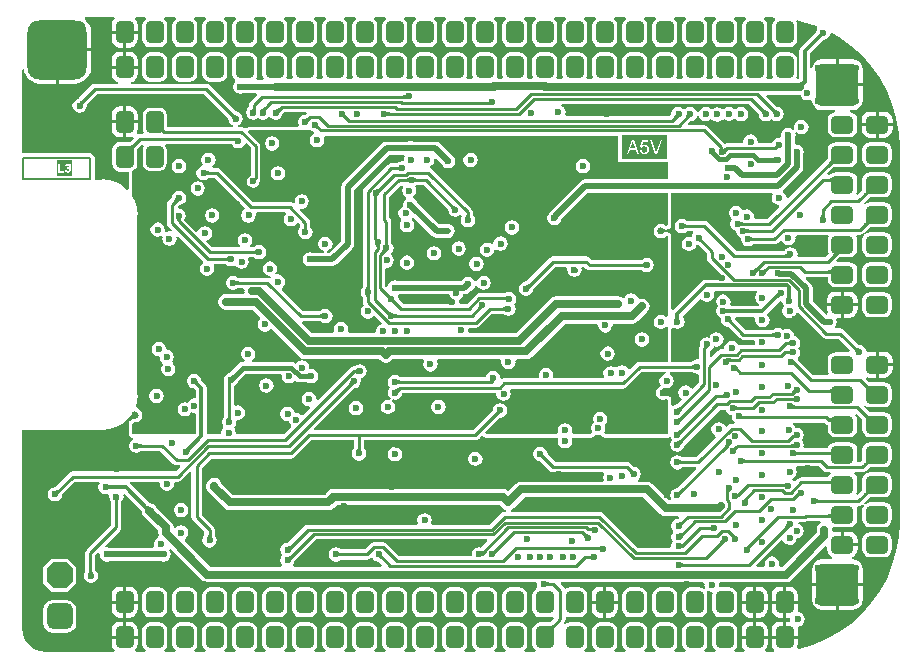
<source format=gbr>
%TF.GenerationSoftware,Altium Limited,Altium Designer,21.1.0 (24)*%
G04 Layer_Physical_Order=3*
G04 Layer_Color=16440176*
%FSLAX45Y45*%
%MOMM*%
%TF.SameCoordinates,396C0E3A-29EE-4C6C-8395-06145A698007*%
%TF.FilePolarity,Positive*%
%TF.FileFunction,Copper,L3,Inr,Signal*%
%TF.Part,Single*%
G01*
G75*
%TA.AperFunction,Conductor*%
%ADD73C,0.25000*%
%ADD74C,0.40000*%
%ADD75C,0.50000*%
%TA.AperFunction,NonConductor*%
%ADD76C,0.15000*%
%TA.AperFunction,Conductor*%
%ADD78C,0.70000*%
%ADD79C,0.30000*%
%TA.AperFunction,ComponentPad*%
G04:AMPARAMS|DCode=89|XSize=5mm|YSize=5mm|CornerRadius=1mm|HoleSize=0mm|Usage=FLASHONLY|Rotation=0.000|XOffset=0mm|YOffset=0mm|HoleType=Round|Shape=RoundedRectangle|*
%AMROUNDEDRECTD89*
21,1,5.00000,3.00000,0,0,0.0*
21,1,3.00000,5.00000,0,0,0.0*
1,1,2.00000,1.50000,-1.50000*
1,1,2.00000,-1.50000,-1.50000*
1,1,2.00000,-1.50000,1.50000*
1,1,2.00000,1.50000,1.50000*
%
%ADD89ROUNDEDRECTD89*%
G04:AMPARAMS|DCode=90|XSize=2.2mm|YSize=2.2mm|CornerRadius=0mm|HoleSize=0mm|Usage=FLASHONLY|Rotation=270.000|XOffset=0mm|YOffset=0mm|HoleType=Round|Shape=Octagon|*
%AMOCTAGOND90*
4,1,8,-0.55000,-1.10000,0.55000,-1.10000,1.10000,-0.55000,1.10000,0.55000,0.55000,1.10000,-0.55000,1.10000,-1.10000,0.55000,-1.10000,-0.55000,-0.55000,-1.10000,0.0*
%
%ADD90OCTAGOND90*%

G04:AMPARAMS|DCode=91|XSize=2.2mm|YSize=2.2mm|CornerRadius=0.55mm|HoleSize=0mm|Usage=FLASHONLY|Rotation=270.000|XOffset=0mm|YOffset=0mm|HoleType=Round|Shape=RoundedRectangle|*
%AMROUNDEDRECTD91*
21,1,2.20000,1.10000,0,0,270.0*
21,1,1.10000,2.20000,0,0,270.0*
1,1,1.10000,-0.55000,-0.55000*
1,1,1.10000,-0.55000,0.55000*
1,1,1.10000,0.55000,0.55000*
1,1,1.10000,0.55000,-0.55000*
%
%ADD91ROUNDEDRECTD91*%
%TA.AperFunction,ViaPad*%
%ADD92C,0.60000*%
%ADD93C,1.20000*%
%TA.AperFunction,ComponentPad*%
G04:AMPARAMS|DCode=94|XSize=1.5mm|YSize=1.9mm|CornerRadius=0.375mm|HoleSize=0mm|Usage=FLASHONLY|Rotation=0.000|XOffset=0mm|YOffset=0mm|HoleType=Round|Shape=RoundedRectangle|*
%AMROUNDEDRECTD94*
21,1,1.50000,1.15000,0,0,0.0*
21,1,0.75000,1.90000,0,0,0.0*
1,1,0.75000,0.37500,-0.57500*
1,1,0.75000,-0.37500,-0.57500*
1,1,0.75000,-0.37500,0.57500*
1,1,0.75000,0.37500,0.57500*
%
%ADD94ROUNDEDRECTD94*%
G04:AMPARAMS|DCode=95|XSize=1.5mm|YSize=1.9mm|CornerRadius=0.375mm|HoleSize=0mm|Usage=FLASHONLY|Rotation=270.000|XOffset=0mm|YOffset=0mm|HoleType=Round|Shape=RoundedRectangle|*
%AMROUNDEDRECTD95*
21,1,1.50000,1.15000,0,0,270.0*
21,1,0.75000,1.90000,0,0,270.0*
1,1,0.75000,-0.57500,-0.37500*
1,1,0.75000,-0.57500,0.37500*
1,1,0.75000,0.57500,0.37500*
1,1,0.75000,0.57500,-0.37500*
%
%ADD95ROUNDEDRECTD95*%
G04:AMPARAMS|DCode=96|XSize=3.6mm|YSize=3.6mm|CornerRadius=0.54mm|HoleSize=0mm|Usage=FLASHONLY|Rotation=0.000|XOffset=0mm|YOffset=0mm|HoleType=Round|Shape=RoundedRectangle|*
%AMROUNDEDRECTD96*
21,1,3.60000,2.52000,0,0,0.0*
21,1,2.52000,3.60000,0,0,0.0*
1,1,1.08000,1.26000,-1.26000*
1,1,1.08000,-1.26000,-1.26000*
1,1,1.08000,-1.26000,1.26000*
1,1,1.08000,1.26000,1.26000*
%
%ADD96ROUNDEDRECTD96*%
G36*
X7944908Y5257589D02*
X7943194Y5257487D01*
X7941412Y5257148D01*
X7939562Y5256571D01*
X7937645Y5255756D01*
X7935659Y5254704D01*
X7933606Y5253415D01*
X7931485Y5251888D01*
X7929296Y5250123D01*
X7924715Y5245882D01*
X7903502Y5267095D01*
X7905742Y5269419D01*
X7909508Y5273865D01*
X7911035Y5275986D01*
X7912325Y5278039D01*
X7913377Y5280024D01*
X7914191Y5281942D01*
X7914768Y5283792D01*
X7915108Y5285573D01*
X7915209Y5287288D01*
X7944908Y5257589D01*
D02*
G37*
G36*
X7493002Y5417006D02*
Y5417006D01*
X7507894Y5416745D01*
X7534640Y5415242D01*
X7538805Y5399985D01*
X7533836Y5396664D01*
X7518917Y5374337D01*
X7513678Y5348000D01*
Y5233000D01*
X7518917Y5206663D01*
X7533836Y5184336D01*
X7556163Y5169417D01*
X7582500Y5164178D01*
X7657500D01*
X7683837Y5169417D01*
X7706164Y5184336D01*
X7721083Y5206663D01*
X7726322Y5233000D01*
Y5348000D01*
X7721083Y5374337D01*
X7717675Y5379438D01*
X7725832Y5392026D01*
X7737693Y5390011D01*
X7856187Y5355873D01*
X7892162Y5340972D01*
X7896631Y5322884D01*
X7888689Y5310999D01*
X7884954Y5292220D01*
X7757557Y5164823D01*
X7747611Y5149938D01*
X7744118Y5132380D01*
Y4896673D01*
X7743744Y4896526D01*
X7742946Y4896273D01*
X7726042D01*
X7718971Y4909502D01*
X7721083Y4912663D01*
X7726322Y4939000D01*
Y5054000D01*
X7721083Y5080337D01*
X7706164Y5102664D01*
X7683837Y5117583D01*
X7657500Y5122822D01*
X7582500D01*
X7556163Y5117583D01*
X7533836Y5102664D01*
X7518917Y5080337D01*
X7513678Y5054000D01*
Y4939000D01*
X7518917Y4912663D01*
X7521029Y4909502D01*
X7513958Y4896273D01*
X7472042D01*
X7464971Y4909502D01*
X7467083Y4912663D01*
X7472322Y4939000D01*
Y5054000D01*
X7467083Y5080337D01*
X7452164Y5102664D01*
X7429837Y5117583D01*
X7403500Y5122822D01*
X7328500D01*
X7302163Y5117583D01*
X7279836Y5102664D01*
X7264917Y5080337D01*
X7259678Y5054000D01*
Y4939000D01*
X7264917Y4912663D01*
X7267029Y4909502D01*
X7259958Y4896273D01*
X7218042D01*
X7210971Y4909502D01*
X7213083Y4912663D01*
X7218322Y4939000D01*
Y5054000D01*
X7213083Y5080337D01*
X7198164Y5102664D01*
X7175837Y5117583D01*
X7149500Y5122822D01*
X7074500D01*
X7048163Y5117583D01*
X7025836Y5102664D01*
X7010917Y5080337D01*
X7005678Y5054000D01*
Y4939000D01*
X7010917Y4912663D01*
X7013029Y4909502D01*
X7005958Y4896273D01*
X6964042D01*
X6956971Y4909502D01*
X6959083Y4912663D01*
X6964322Y4939000D01*
Y5054000D01*
X6959083Y5080337D01*
X6944164Y5102664D01*
X6921837Y5117583D01*
X6895500Y5122822D01*
X6820500D01*
X6794163Y5117583D01*
X6771836Y5102664D01*
X6756917Y5080337D01*
X6751678Y5054000D01*
Y4939000D01*
X6756917Y4912663D01*
X6759029Y4909502D01*
X6751958Y4896273D01*
X6710042D01*
X6702971Y4909502D01*
X6705083Y4912663D01*
X6710322Y4939000D01*
Y5054000D01*
X6705083Y5080337D01*
X6690164Y5102664D01*
X6667837Y5117583D01*
X6641500Y5122822D01*
X6566500D01*
X6540163Y5117583D01*
X6517836Y5102664D01*
X6502917Y5080337D01*
X6497678Y5054000D01*
Y4939000D01*
X6502917Y4912663D01*
X6505029Y4909502D01*
X6497958Y4896273D01*
X6456042D01*
X6448971Y4909502D01*
X6451083Y4912663D01*
X6456322Y4939000D01*
Y5054000D01*
X6451083Y5080337D01*
X6436164Y5102664D01*
X6413837Y5117583D01*
X6387500Y5122822D01*
X6312500D01*
X6286163Y5117583D01*
X6263836Y5102664D01*
X6248917Y5080337D01*
X6243678Y5054000D01*
Y4939000D01*
X6248917Y4912663D01*
X6251029Y4909502D01*
X6243958Y4896273D01*
X6202042D01*
X6194971Y4909502D01*
X6197083Y4912663D01*
X6202322Y4939000D01*
Y5054000D01*
X6197083Y5080337D01*
X6182164Y5102664D01*
X6159837Y5117583D01*
X6133500Y5122822D01*
X6058500D01*
X6032163Y5117583D01*
X6009836Y5102664D01*
X5994917Y5080337D01*
X5989678Y5054000D01*
Y4939000D01*
X5994917Y4912663D01*
X5997029Y4909502D01*
X5989958Y4896273D01*
X5948042D01*
X5940971Y4909502D01*
X5943083Y4912663D01*
X5948322Y4939000D01*
Y5054000D01*
X5943083Y5080337D01*
X5928164Y5102664D01*
X5905837Y5117583D01*
X5879500Y5122822D01*
X5804500D01*
X5778163Y5117583D01*
X5755836Y5102664D01*
X5740917Y5080337D01*
X5735678Y5054000D01*
Y4939000D01*
X5740917Y4912663D01*
X5743029Y4909502D01*
X5735958Y4896273D01*
X5694042D01*
X5686971Y4909502D01*
X5689083Y4912663D01*
X5694322Y4939000D01*
Y5054000D01*
X5689083Y5080337D01*
X5674164Y5102664D01*
X5651837Y5117583D01*
X5625500Y5122822D01*
X5550500D01*
X5524163Y5117583D01*
X5501836Y5102664D01*
X5486917Y5080337D01*
X5481678Y5054000D01*
Y4939000D01*
X5486696Y4913773D01*
X5486470Y4910340D01*
X5480287Y4898773D01*
X5441713D01*
X5435530Y4910340D01*
X5435304Y4913773D01*
X5440322Y4939000D01*
Y5054000D01*
X5435083Y5080337D01*
X5420164Y5102664D01*
X5397837Y5117583D01*
X5371500Y5122822D01*
X5296500D01*
X5270163Y5117583D01*
X5247836Y5102664D01*
X5232917Y5080337D01*
X5227678Y5054000D01*
Y4939000D01*
X5232696Y4913773D01*
X5232470Y4910340D01*
X5226287Y4898773D01*
X5187713D01*
X5181530Y4910340D01*
X5181304Y4913773D01*
X5186322Y4939000D01*
Y5054000D01*
X5181083Y5080337D01*
X5166164Y5102664D01*
X5143837Y5117583D01*
X5117500Y5122822D01*
X5042500D01*
X5016163Y5117583D01*
X4993836Y5102664D01*
X4978917Y5080337D01*
X4973678Y5054000D01*
Y4939000D01*
X4978917Y4912663D01*
X4981029Y4909502D01*
X4973958Y4896273D01*
X4932042D01*
X4924971Y4909502D01*
X4927083Y4912663D01*
X4932322Y4939000D01*
Y5054000D01*
X4927083Y5080337D01*
X4912164Y5102664D01*
X4889837Y5117583D01*
X4863500Y5122822D01*
X4788500D01*
X4762163Y5117583D01*
X4739836Y5102664D01*
X4724917Y5080337D01*
X4719678Y5054000D01*
Y4939000D01*
X4724917Y4912663D01*
X4727029Y4909502D01*
X4719958Y4896273D01*
X4678042D01*
X4670971Y4909502D01*
X4673083Y4912663D01*
X4678322Y4939000D01*
Y5054000D01*
X4673083Y5080337D01*
X4658164Y5102664D01*
X4635837Y5117583D01*
X4609500Y5122822D01*
X4534500D01*
X4508163Y5117583D01*
X4485836Y5102664D01*
X4470917Y5080337D01*
X4465678Y5054000D01*
Y4939000D01*
X4470917Y4912663D01*
X4473029Y4909502D01*
X4465958Y4896273D01*
X4424042D01*
X4416971Y4909502D01*
X4419083Y4912663D01*
X4424322Y4939000D01*
Y5054000D01*
X4419083Y5080337D01*
X4404164Y5102664D01*
X4381837Y5117583D01*
X4355500Y5122822D01*
X4280500D01*
X4254163Y5117583D01*
X4231836Y5102664D01*
X4216917Y5080337D01*
X4211678Y5054000D01*
Y4939000D01*
X4216917Y4912663D01*
X4219029Y4909502D01*
X4211958Y4896273D01*
X4170042D01*
X4162971Y4909502D01*
X4165083Y4912663D01*
X4170322Y4939000D01*
Y5054000D01*
X4165083Y5080337D01*
X4150164Y5102664D01*
X4127837Y5117583D01*
X4101500Y5122822D01*
X4026500D01*
X4000163Y5117583D01*
X3977836Y5102664D01*
X3962917Y5080337D01*
X3957678Y5054000D01*
Y4939000D01*
X3962917Y4912663D01*
X3965029Y4909502D01*
X3957958Y4896273D01*
X3916042D01*
X3908971Y4909502D01*
X3911083Y4912663D01*
X3916322Y4939000D01*
Y5054000D01*
X3911083Y5080337D01*
X3896164Y5102664D01*
X3873837Y5117583D01*
X3847500Y5122822D01*
X3772500D01*
X3746163Y5117583D01*
X3723836Y5102664D01*
X3708917Y5080337D01*
X3703678Y5054000D01*
Y4939000D01*
X3708917Y4912663D01*
X3711029Y4909502D01*
X3703958Y4896273D01*
X3662042D01*
X3654971Y4909502D01*
X3657083Y4912663D01*
X3662322Y4939000D01*
Y5054000D01*
X3657083Y5080337D01*
X3642164Y5102664D01*
X3619837Y5117583D01*
X3593500Y5122822D01*
X3518500D01*
X3492163Y5117583D01*
X3469836Y5102664D01*
X3454917Y5080337D01*
X3449678Y5054000D01*
Y4939000D01*
X3454917Y4912663D01*
X3457029Y4909502D01*
X3449958Y4896273D01*
X3408042D01*
X3400971Y4909502D01*
X3403083Y4912663D01*
X3408322Y4939000D01*
Y5054000D01*
X3403083Y5080337D01*
X3388164Y5102664D01*
X3365837Y5117583D01*
X3339500Y5122822D01*
X3264500D01*
X3238163Y5117583D01*
X3215836Y5102664D01*
X3200917Y5080337D01*
X3195678Y5054000D01*
Y4939000D01*
X3200917Y4912663D01*
X3208658Y4901077D01*
X3200640Y4886077D01*
X3149360D01*
X3141342Y4901077D01*
X3149083Y4912663D01*
X3154322Y4939000D01*
Y5054000D01*
X3149083Y5080337D01*
X3134164Y5102664D01*
X3111837Y5117583D01*
X3085500Y5122822D01*
X3010500D01*
X2984163Y5117583D01*
X2961836Y5102664D01*
X2946917Y5080337D01*
X2941678Y5054000D01*
Y4939000D01*
X2946917Y4912663D01*
X2961836Y4890336D01*
X2966039Y4887527D01*
X2964784Y4870325D01*
X2953481Y4853411D01*
X2948825Y4830000D01*
X2953481Y4806589D01*
X2966743Y4786743D01*
X2986589Y4773481D01*
X3010000Y4768825D01*
X3033411Y4773481D01*
X3034072Y4773923D01*
X3143043D01*
X3148783Y4760065D01*
X3097090Y4708371D01*
X3087697Y4694313D01*
X3084398Y4677731D01*
Y4658647D01*
X3077777Y4654222D01*
X3064515Y4634376D01*
X3059859Y4610965D01*
X3064515Y4587554D01*
X3077777Y4567707D01*
X3097623Y4554446D01*
X3121034Y4549789D01*
X3144445Y4554446D01*
X3159795Y4564703D01*
X3176589Y4553481D01*
X3200000Y4548825D01*
X3223411Y4553481D01*
X3243257Y4566742D01*
X3247500Y4573092D01*
X3262500D01*
X3266743Y4566742D01*
X3286589Y4553481D01*
X3310000Y4548825D01*
X3333411Y4553481D01*
X3353257Y4566742D01*
X3366519Y4586589D01*
X3371149Y4609868D01*
X3377949Y4616668D01*
X3566346D01*
X3570896Y4601668D01*
X3569359Y4600641D01*
X3559868Y4591149D01*
X3536589Y4586519D01*
X3516743Y4573258D01*
X3503481Y4553411D01*
X3498825Y4530000D01*
X3503481Y4506589D01*
X3505334Y4503816D01*
X3498263Y4490588D01*
X3083669D01*
X3078346Y4489529D01*
X3071964Y4488260D01*
X3065760Y4484114D01*
X3062041Y4481629D01*
X3058168Y4480444D01*
X3042891Y4479805D01*
X3034631Y4485324D01*
X3020000Y4488234D01*
X2993647D01*
X2992170Y4503234D01*
X2993411Y4503481D01*
X3013257Y4516743D01*
X3026519Y4536589D01*
X3031175Y4560000D01*
X3026519Y4583411D01*
X3013257Y4603257D01*
X2993411Y4616519D01*
X2970133Y4621149D01*
X2750641Y4840641D01*
X2736583Y4850034D01*
X2720000Y4853332D01*
X2087329D01*
X2085851Y4868332D01*
X2097788Y4870707D01*
X2121769Y4886731D01*
X2137793Y4910712D01*
X2143420Y4939000D01*
Y4983800D01*
X1920580D01*
Y4939000D01*
X1926207Y4910712D01*
X1942231Y4886731D01*
X1966212Y4870707D01*
X1978149Y4868332D01*
X1976671Y4853332D01*
X1780000D01*
X1763417Y4850034D01*
X1749359Y4840641D01*
X1640318Y4731599D01*
X1638506Y4730203D01*
X1638021Y4729885D01*
X1637369Y4729507D01*
X1636876Y4729260D01*
X1636543Y4729119D01*
X1636363Y4729056D01*
X1635233Y4728751D01*
X1633510Y4727896D01*
X1626589Y4726519D01*
X1606743Y4713258D01*
X1593481Y4693411D01*
X1588825Y4670000D01*
X1593481Y4646589D01*
X1606743Y4626743D01*
X1626589Y4613481D01*
X1650000Y4608825D01*
X1673411Y4613481D01*
X1693257Y4626743D01*
X1706519Y4646589D01*
X1711175Y4670000D01*
X1709534Y4678253D01*
X1797949Y4766668D01*
X2702052D01*
X2908851Y4559868D01*
X2913481Y4536589D01*
X2926742Y4516743D01*
X2946589Y4503481D01*
X2947830Y4503234D01*
X2946353Y4488234D01*
X2387224D01*
Y4589900D01*
X2382374Y4614286D01*
X2368560Y4634960D01*
X2347886Y4648774D01*
X2323500Y4653624D01*
X2248500D01*
X2224114Y4648774D01*
X2203440Y4634960D01*
X2189626Y4614286D01*
X2184776Y4589900D01*
Y4474900D01*
X2189626Y4450514D01*
X2192267Y4446561D01*
X2185197Y4433333D01*
X2163599D01*
X2147016Y4430034D01*
X2142934Y4427307D01*
X2132120Y4438121D01*
X2137793Y4446612D01*
X2143420Y4474900D01*
Y4519700D01*
X2044700D01*
Y4400980D01*
X2069500D01*
X2097788Y4406607D01*
X2107117Y4394800D01*
X2076379Y4364061D01*
X2075720Y4363485D01*
X2069500Y4364722D01*
X1994500D01*
X1968163Y4359483D01*
X1945836Y4344564D01*
X1930917Y4322237D01*
X1925678Y4295900D01*
Y4180900D01*
X1930917Y4154563D01*
X1945836Y4132236D01*
X1968163Y4117317D01*
X1994500Y4112078D01*
X2064912D01*
Y3963958D01*
X2049912Y3959802D01*
X2007359Y3994725D01*
X1955745Y4022313D01*
X1899742Y4039301D01*
X1841500Y4045038D01*
Y4044444D01*
X1782525D01*
X1776734Y4051500D01*
Y4228500D01*
X1773824Y4243132D01*
X1765536Y4255536D01*
X1753132Y4263824D01*
X1738500Y4266734D01*
X1171500D01*
X1161544Y4274905D01*
Y4975738D01*
X1176544Y4976721D01*
X1178975Y4958258D01*
X1192578Y4925418D01*
X1214217Y4897217D01*
X1242418Y4875578D01*
X1275258Y4861975D01*
X1310500Y4857335D01*
X1447800D01*
Y5143500D01*
X1460500D01*
Y5156200D01*
X1746665D01*
Y5293500D01*
X1742025Y5328742D01*
X1728422Y5361582D01*
X1706783Y5389783D01*
X1690789Y5402056D01*
X1695881Y5417056D01*
X1940354D01*
X1944904Y5402056D01*
X1942231Y5400269D01*
X1926207Y5376288D01*
X1920580Y5348000D01*
Y5303200D01*
X2143420D01*
Y5348000D01*
X2137793Y5376288D01*
X2121769Y5400269D01*
X2119096Y5402056D01*
X2123646Y5417056D01*
X2203354D01*
X2207904Y5402056D01*
X2199836Y5396664D01*
X2184917Y5374337D01*
X2179678Y5348000D01*
Y5233000D01*
X2184917Y5206663D01*
X2199836Y5184336D01*
X2222163Y5169417D01*
X2248500Y5164178D01*
X2323500D01*
X2349837Y5169417D01*
X2372164Y5184336D01*
X2387083Y5206663D01*
X2392322Y5233000D01*
Y5348000D01*
X2387083Y5374337D01*
X2372164Y5396664D01*
X2364096Y5402056D01*
X2368646Y5417056D01*
X2457354D01*
X2461904Y5402056D01*
X2453836Y5396664D01*
X2438917Y5374337D01*
X2433678Y5348000D01*
Y5233000D01*
X2438917Y5206663D01*
X2453836Y5184336D01*
X2476163Y5169417D01*
X2502500Y5164178D01*
X2577500D01*
X2603837Y5169417D01*
X2626164Y5184336D01*
X2641083Y5206663D01*
X2646322Y5233000D01*
Y5348000D01*
X2641083Y5374337D01*
X2626164Y5396664D01*
X2618096Y5402056D01*
X2622646Y5417056D01*
X2711354D01*
X2715904Y5402056D01*
X2707836Y5396664D01*
X2692917Y5374337D01*
X2687678Y5348000D01*
Y5233000D01*
X2692917Y5206663D01*
X2707836Y5184336D01*
X2730163Y5169417D01*
X2756500Y5164178D01*
X2831500D01*
X2857837Y5169417D01*
X2880164Y5184336D01*
X2895083Y5206663D01*
X2900322Y5233000D01*
Y5348000D01*
X2895083Y5374337D01*
X2880164Y5396664D01*
X2872096Y5402056D01*
X2876646Y5417056D01*
X2965354D01*
X2969904Y5402056D01*
X2961836Y5396664D01*
X2946917Y5374337D01*
X2941678Y5348000D01*
Y5233000D01*
X2946917Y5206663D01*
X2961836Y5184336D01*
X2984163Y5169417D01*
X3010500Y5164178D01*
X3085500D01*
X3111837Y5169417D01*
X3134164Y5184336D01*
X3149083Y5206663D01*
X3154322Y5233000D01*
Y5348000D01*
X3149083Y5374337D01*
X3134164Y5396664D01*
X3126096Y5402056D01*
X3130646Y5417056D01*
X3219354D01*
X3223904Y5402056D01*
X3215836Y5396664D01*
X3200917Y5374337D01*
X3195678Y5348000D01*
Y5233000D01*
X3200917Y5206663D01*
X3215836Y5184336D01*
X3238163Y5169417D01*
X3264500Y5164178D01*
X3339500D01*
X3365837Y5169417D01*
X3388164Y5184336D01*
X3403083Y5206663D01*
X3408322Y5233000D01*
Y5348000D01*
X3403083Y5374337D01*
X3388164Y5396664D01*
X3380096Y5402056D01*
X3384646Y5417056D01*
X3473354D01*
X3477904Y5402056D01*
X3469836Y5396664D01*
X3454917Y5374337D01*
X3449678Y5348000D01*
Y5233000D01*
X3454917Y5206663D01*
X3469836Y5184336D01*
X3492163Y5169417D01*
X3518500Y5164178D01*
X3593500D01*
X3619837Y5169417D01*
X3642164Y5184336D01*
X3657083Y5206663D01*
X3662322Y5233000D01*
Y5348000D01*
X3657083Y5374337D01*
X3642164Y5396664D01*
X3634096Y5402056D01*
X3638646Y5417056D01*
X3727354D01*
X3731904Y5402056D01*
X3723836Y5396664D01*
X3708917Y5374337D01*
X3703678Y5348000D01*
Y5233000D01*
X3708917Y5206663D01*
X3723836Y5184336D01*
X3746163Y5169417D01*
X3772500Y5164178D01*
X3847500D01*
X3873837Y5169417D01*
X3896164Y5184336D01*
X3911083Y5206663D01*
X3916322Y5233000D01*
Y5348000D01*
X3911083Y5374337D01*
X3896164Y5396664D01*
X3888096Y5402056D01*
X3892646Y5417056D01*
X3981354D01*
X3985904Y5402056D01*
X3977836Y5396664D01*
X3962917Y5374337D01*
X3957678Y5348000D01*
Y5233000D01*
X3962917Y5206663D01*
X3977836Y5184336D01*
X4000163Y5169417D01*
X4026500Y5164178D01*
X4101500D01*
X4127837Y5169417D01*
X4150164Y5184336D01*
X4165083Y5206663D01*
X4170322Y5233000D01*
Y5348000D01*
X4165083Y5374337D01*
X4150164Y5396664D01*
X4142096Y5402056D01*
X4146646Y5417056D01*
X4235354D01*
X4239904Y5402056D01*
X4231836Y5396664D01*
X4216917Y5374337D01*
X4211678Y5348000D01*
Y5233000D01*
X4216917Y5206663D01*
X4231836Y5184336D01*
X4254163Y5169417D01*
X4280500Y5164178D01*
X4355500D01*
X4381837Y5169417D01*
X4404164Y5184336D01*
X4419083Y5206663D01*
X4424322Y5233000D01*
Y5348000D01*
X4419083Y5374337D01*
X4404164Y5396664D01*
X4396096Y5402056D01*
X4400646Y5417056D01*
X4489354D01*
X4493904Y5402056D01*
X4485836Y5396664D01*
X4470917Y5374337D01*
X4465678Y5348000D01*
Y5233000D01*
X4470917Y5206663D01*
X4485836Y5184336D01*
X4508163Y5169417D01*
X4534500Y5164178D01*
X4609500D01*
X4635837Y5169417D01*
X4658164Y5184336D01*
X4673083Y5206663D01*
X4678322Y5233000D01*
Y5348000D01*
X4673083Y5374337D01*
X4658164Y5396664D01*
X4650096Y5402056D01*
X4654646Y5417056D01*
X4743354D01*
X4747904Y5402056D01*
X4739836Y5396664D01*
X4724917Y5374337D01*
X4719678Y5348000D01*
Y5233000D01*
X4724917Y5206663D01*
X4739836Y5184336D01*
X4762163Y5169417D01*
X4788500Y5164178D01*
X4863500D01*
X4889837Y5169417D01*
X4912164Y5184336D01*
X4927083Y5206663D01*
X4932322Y5233000D01*
Y5348000D01*
X4927083Y5374337D01*
X4912164Y5396664D01*
X4904096Y5402056D01*
X4908646Y5417056D01*
X4997354D01*
X5001904Y5402056D01*
X4993836Y5396664D01*
X4978917Y5374337D01*
X4973678Y5348000D01*
Y5233000D01*
X4978917Y5206663D01*
X4993836Y5184336D01*
X5016163Y5169417D01*
X5042500Y5164178D01*
X5117500D01*
X5143837Y5169417D01*
X5166164Y5184336D01*
X5181083Y5206663D01*
X5186322Y5233000D01*
Y5348000D01*
X5181083Y5374337D01*
X5166164Y5396664D01*
X5158096Y5402056D01*
X5162646Y5417056D01*
X5251354D01*
X5255904Y5402056D01*
X5247836Y5396664D01*
X5232917Y5374337D01*
X5227678Y5348000D01*
Y5233000D01*
X5232917Y5206663D01*
X5247836Y5184336D01*
X5270163Y5169417D01*
X5296500Y5164178D01*
X5371500D01*
X5397837Y5169417D01*
X5420164Y5184336D01*
X5435083Y5206663D01*
X5440322Y5233000D01*
Y5348000D01*
X5435083Y5374337D01*
X5420164Y5396664D01*
X5412096Y5402056D01*
X5416646Y5417056D01*
X5505354D01*
X5509904Y5402056D01*
X5501836Y5396664D01*
X5486917Y5374337D01*
X5481678Y5348000D01*
Y5233000D01*
X5486917Y5206663D01*
X5501836Y5184336D01*
X5524163Y5169417D01*
X5550500Y5164178D01*
X5625500D01*
X5651837Y5169417D01*
X5674164Y5184336D01*
X5689083Y5206663D01*
X5694322Y5233000D01*
Y5348000D01*
X5689083Y5374337D01*
X5674164Y5396664D01*
X5666096Y5402056D01*
X5670646Y5417056D01*
X5759354D01*
X5763904Y5402056D01*
X5755836Y5396664D01*
X5740917Y5374337D01*
X5735678Y5348000D01*
Y5233000D01*
X5740917Y5206663D01*
X5755836Y5184336D01*
X5778163Y5169417D01*
X5804500Y5164178D01*
X5879500D01*
X5905837Y5169417D01*
X5928164Y5184336D01*
X5943083Y5206663D01*
X5948322Y5233000D01*
Y5348000D01*
X5943083Y5374337D01*
X5928164Y5396664D01*
X5920096Y5402056D01*
X5924646Y5417056D01*
X6013354D01*
X6017904Y5402056D01*
X6009836Y5396664D01*
X5994917Y5374337D01*
X5989678Y5348000D01*
Y5233000D01*
X5994917Y5206663D01*
X6009836Y5184336D01*
X6032163Y5169417D01*
X6058500Y5164178D01*
X6133500D01*
X6159837Y5169417D01*
X6182164Y5184336D01*
X6197083Y5206663D01*
X6202322Y5233000D01*
Y5348000D01*
X6197083Y5374337D01*
X6182164Y5396664D01*
X6174096Y5402056D01*
X6178646Y5417056D01*
X6267354D01*
X6271904Y5402056D01*
X6263836Y5396664D01*
X6248917Y5374337D01*
X6243678Y5348000D01*
Y5233000D01*
X6248917Y5206663D01*
X6263836Y5184336D01*
X6286163Y5169417D01*
X6312500Y5164178D01*
X6387500D01*
X6413837Y5169417D01*
X6436164Y5184336D01*
X6451083Y5206663D01*
X6456322Y5233000D01*
Y5348000D01*
X6451083Y5374337D01*
X6436164Y5396664D01*
X6428096Y5402056D01*
X6432646Y5417056D01*
X6521354D01*
X6525904Y5402056D01*
X6517836Y5396664D01*
X6502917Y5374337D01*
X6497678Y5348000D01*
Y5233000D01*
X6502917Y5206663D01*
X6517836Y5184336D01*
X6540163Y5169417D01*
X6566500Y5164178D01*
X6641500D01*
X6667837Y5169417D01*
X6690164Y5184336D01*
X6705083Y5206663D01*
X6710322Y5233000D01*
Y5348000D01*
X6705083Y5374337D01*
X6690164Y5396664D01*
X6682096Y5402056D01*
X6686646Y5417056D01*
X6775354D01*
X6779904Y5402056D01*
X6771836Y5396664D01*
X6756917Y5374337D01*
X6751678Y5348000D01*
Y5233000D01*
X6756917Y5206663D01*
X6771836Y5184336D01*
X6794163Y5169417D01*
X6820500Y5164178D01*
X6895500D01*
X6921837Y5169417D01*
X6944164Y5184336D01*
X6959083Y5206663D01*
X6964322Y5233000D01*
Y5348000D01*
X6959083Y5374337D01*
X6944164Y5396664D01*
X6936096Y5402056D01*
X6940646Y5417056D01*
X7029354D01*
X7033904Y5402056D01*
X7025836Y5396664D01*
X7010917Y5374337D01*
X7005678Y5348000D01*
Y5233000D01*
X7010917Y5206663D01*
X7025836Y5184336D01*
X7048163Y5169417D01*
X7074500Y5164178D01*
X7149500D01*
X7175837Y5169417D01*
X7198164Y5184336D01*
X7213083Y5206663D01*
X7218322Y5233000D01*
Y5348000D01*
X7213083Y5374337D01*
X7198164Y5396664D01*
X7190096Y5402056D01*
X7194646Y5417056D01*
X7283354D01*
X7287904Y5402056D01*
X7279836Y5396664D01*
X7264917Y5374337D01*
X7259678Y5348000D01*
Y5233000D01*
X7264917Y5206663D01*
X7279836Y5184336D01*
X7302163Y5169417D01*
X7328500Y5164178D01*
X7403500D01*
X7429837Y5169417D01*
X7452164Y5184336D01*
X7467083Y5206663D01*
X7472322Y5233000D01*
Y5348000D01*
X7467083Y5374337D01*
X7452164Y5396664D01*
X7444096Y5402056D01*
X7448646Y5417056D01*
X7492754D01*
X7493002Y5417006D01*
D02*
G37*
G36*
X7800606Y4862899D02*
X7797455Y4859564D01*
X7794572Y4856130D01*
X7791956Y4852597D01*
X7789608Y4848964D01*
X7787529Y4845233D01*
X7785717Y4841402D01*
X7784173Y4837472D01*
X7782897Y4833443D01*
X7781888Y4829314D01*
X7781148Y4825087D01*
X7741581Y4864654D01*
X7745809Y4865394D01*
X7749937Y4866402D01*
X7753966Y4867678D01*
X7757896Y4869222D01*
X7761727Y4871034D01*
X7765459Y4873114D01*
X7769091Y4875462D01*
X7772625Y4878077D01*
X7776058Y4880961D01*
X7779393Y4884112D01*
X7800606Y4862899D01*
D02*
G37*
G36*
X4413965Y4725436D02*
X4412153Y4726963D01*
X4410206Y4728329D01*
X4408124Y4729535D01*
X4405907Y4730579D01*
X4403556Y4731463D01*
X4401069Y4732186D01*
X4398448Y4732749D01*
X4395691Y4733151D01*
X4392800Y4733392D01*
X4389774Y4733472D01*
X4388370Y4758472D01*
X4391408Y4758561D01*
X4394291Y4758829D01*
X4397021Y4759274D01*
X4399597Y4759898D01*
X4402020Y4760700D01*
X4404288Y4761680D01*
X4406403Y4762838D01*
X4408365Y4764174D01*
X4410172Y4765689D01*
X4411826Y4767382D01*
X4413965Y4725436D01*
D02*
G37*
G36*
X1687430Y4699752D02*
X1685333Y4697515D01*
X1683517Y4695278D01*
X1681981Y4693040D01*
X1680726Y4690801D01*
X1679751Y4688563D01*
X1679056Y4686323D01*
X1678642Y4684084D01*
X1678509Y4681844D01*
X1678655Y4679603D01*
X1679082Y4677362D01*
X1643221Y4699224D01*
X1645390Y4699811D01*
X1647560Y4700565D01*
X1649731Y4701488D01*
X1651903Y4702578D01*
X1654077Y4703836D01*
X1656252Y4705262D01*
X1660607Y4708618D01*
X1662786Y4710547D01*
X1664967Y4712644D01*
X1687430Y4699752D01*
D02*
G37*
G36*
X3140231Y4652019D02*
X3140291Y4648995D01*
X3140776Y4643307D01*
X3141200Y4640642D01*
X3141745Y4638096D01*
X3142411Y4635670D01*
X3143198Y4633363D01*
X3144106Y4631176D01*
X3145136Y4629109D01*
X3146287Y4627161D01*
X3105347Y4636536D01*
X3107224Y4637846D01*
X3108905Y4639351D01*
X3110387Y4641050D01*
X3111672Y4642944D01*
X3112760Y4645033D01*
X3113649Y4647317D01*
X3114341Y4649795D01*
X3114836Y4652468D01*
X3115132Y4655336D01*
X3115231Y4658398D01*
X3140231Y4652019D01*
D02*
G37*
G36*
X3232748Y4645070D02*
X3230620Y4642799D01*
X3228821Y4640574D01*
X3227353Y4638394D01*
X3226214Y4636259D01*
X3225406Y4634170D01*
X3224928Y4632126D01*
X3224779Y4630128D01*
X3224961Y4628175D01*
X3225473Y4626268D01*
X3226315Y4624406D01*
X3187003Y4637038D01*
X3188076Y4637664D01*
X3189480Y4638666D01*
X3193278Y4641804D01*
X3201452Y4649341D01*
X3212598Y4660275D01*
X3232748Y4645070D01*
D02*
G37*
G36*
X3350851Y4633173D02*
X3348767Y4630969D01*
X3346906Y4628747D01*
X3345266Y4626506D01*
X3343848Y4624247D01*
X3342652Y4621969D01*
X3341678Y4619672D01*
X3340925Y4617357D01*
X3340394Y4615024D01*
X3340086Y4612671D01*
X3339998Y4610300D01*
X3310300Y4639998D01*
X3312671Y4640085D01*
X3315024Y4640394D01*
X3317357Y4640925D01*
X3319673Y4641678D01*
X3321969Y4642652D01*
X3324247Y4643848D01*
X3326506Y4645266D01*
X3328747Y4646906D01*
X3330969Y4648767D01*
X3333173Y4650851D01*
X3350851Y4633173D01*
D02*
G37*
G36*
X7439031Y4638767D02*
X7441253Y4636906D01*
X7443494Y4635266D01*
X7445753Y4633848D01*
X7448031Y4632652D01*
X7450327Y4631678D01*
X7452643Y4630925D01*
X7454976Y4630394D01*
X7457329Y4630085D01*
X7459700Y4629998D01*
X7430002Y4600300D01*
X7429915Y4602671D01*
X7429606Y4605024D01*
X7429075Y4607357D01*
X7428322Y4609673D01*
X7427348Y4611969D01*
X7426152Y4614247D01*
X7424734Y4616506D01*
X7423094Y4618747D01*
X7421233Y4620969D01*
X7419149Y4623173D01*
X7436827Y4640851D01*
X7439031Y4638767D01*
D02*
G37*
G36*
X7529335Y4638461D02*
X7531555Y4636596D01*
X7533794Y4634950D01*
X7536052Y4633521D01*
X7538328Y4632311D01*
X7540623Y4631318D01*
X7542937Y4630544D01*
X7545269Y4629988D01*
X7547620Y4629651D01*
X7549990Y4629531D01*
X7519868Y4600263D01*
X7519813Y4602634D01*
X7519533Y4604986D01*
X7519027Y4607321D01*
X7518296Y4609637D01*
X7517340Y4611934D01*
X7516158Y4614214D01*
X7514751Y4616474D01*
X7513118Y4618717D01*
X7511260Y4620941D01*
X7509176Y4623146D01*
X7527133Y4640544D01*
X7529335Y4638461D01*
D02*
G37*
G36*
X4254695Y4619905D02*
X4256451Y4618350D01*
X4258368Y4616979D01*
X4260445Y4615791D01*
X4262683Y4614785D01*
X4265082Y4613963D01*
X4267642Y4613323D01*
X4270362Y4612866D01*
X4273243Y4612591D01*
X4276284Y4612500D01*
X4273981Y4587500D01*
X4270957Y4587423D01*
X4268063Y4587191D01*
X4265300Y4586806D01*
X4262667Y4586266D01*
X4260163Y4585572D01*
X4257790Y4584724D01*
X4255547Y4583721D01*
X4253435Y4582564D01*
X4251452Y4581253D01*
X4249600Y4579788D01*
X4253100Y4621642D01*
X4254695Y4619905D01*
D02*
G37*
G36*
X3899883Y4598069D02*
X3900074Y4595721D01*
X3900502Y4593391D01*
X3901167Y4591077D01*
X3902068Y4588781D01*
X3903206Y4586501D01*
X3904581Y4584238D01*
X3906193Y4581993D01*
X3908041Y4579764D01*
X3910126Y4577552D01*
X3891300Y4561023D01*
X3889104Y4563106D01*
X3886890Y4564982D01*
X3884659Y4566651D01*
X3882409Y4568113D01*
X3880141Y4569368D01*
X3877855Y4570416D01*
X3875552Y4571256D01*
X3873230Y4571890D01*
X3870890Y4572316D01*
X3868532Y4572536D01*
X3899928Y4600433D01*
X3899883Y4598069D01*
D02*
G37*
G36*
X2949031Y4598768D02*
X2951253Y4596906D01*
X2953494Y4595266D01*
X2955753Y4593848D01*
X2958031Y4592652D01*
X2960328Y4591678D01*
X2962643Y4590925D01*
X2964977Y4590394D01*
X2967329Y4590086D01*
X2969700Y4589998D01*
X2940001Y4560301D01*
X2939914Y4562671D01*
X2939606Y4565024D01*
X2939075Y4567358D01*
X2938322Y4569673D01*
X2937348Y4571970D01*
X2936152Y4574248D01*
X2934734Y4576507D01*
X2933094Y4578748D01*
X2931233Y4580970D01*
X2929149Y4583173D01*
X2946827Y4600851D01*
X2949031Y4598768D01*
D02*
G37*
G36*
X6819700Y4570002D02*
X6817329Y4569914D01*
X6814976Y4569606D01*
X6812643Y4569075D01*
X6810328Y4568322D01*
X6808031Y4567348D01*
X6805753Y4566152D01*
X6803494Y4564734D01*
X6801253Y4563094D01*
X6799031Y4561233D01*
X6796827Y4559149D01*
X6779149Y4576827D01*
X6781233Y4579030D01*
X6783094Y4581253D01*
X6784734Y4583493D01*
X6786152Y4585753D01*
X6787348Y4588031D01*
X6788322Y4590327D01*
X6789075Y4592643D01*
X6789606Y4594976D01*
X6789915Y4597329D01*
X6790002Y4599700D01*
X6819700Y4570002D01*
D02*
G37*
G36*
X6720394Y4568028D02*
X6718023Y4567941D01*
X6715671Y4567632D01*
X6713337Y4567101D01*
X6711022Y4566349D01*
X6708725Y4565374D01*
X6706447Y4564178D01*
X6704188Y4562760D01*
X6701947Y4561121D01*
X6699725Y4559259D01*
X6697522Y4557176D01*
X6679844Y4574853D01*
X6681927Y4577057D01*
X6683789Y4579279D01*
X6685429Y4581520D01*
X6686846Y4583779D01*
X6688043Y4586057D01*
X6689017Y4588354D01*
X6689769Y4590669D01*
X6690300Y4593003D01*
X6690609Y4595356D01*
X6690696Y4597727D01*
X6720394Y4568028D01*
D02*
G37*
G36*
X3600851Y4553173D02*
X3598767Y4550970D01*
X3596906Y4548747D01*
X3595266Y4546507D01*
X3593848Y4544247D01*
X3592652Y4541969D01*
X3591678Y4539673D01*
X3590925Y4537357D01*
X3590394Y4535024D01*
X3590086Y4532671D01*
X3589998Y4530300D01*
X3560300Y4559998D01*
X3562671Y4560086D01*
X3565024Y4560394D01*
X3567357Y4560925D01*
X3569673Y4561678D01*
X3571969Y4562652D01*
X3574247Y4563848D01*
X3576506Y4565266D01*
X3578747Y4566906D01*
X3580969Y4568767D01*
X3583173Y4570851D01*
X3600851Y4553173D01*
D02*
G37*
G36*
X3670086Y4507329D02*
X3670394Y4504977D01*
X3670925Y4502643D01*
X3671678Y4500328D01*
X3672652Y4498031D01*
X3673848Y4495753D01*
X3675266Y4493494D01*
X3676906Y4491253D01*
X3678767Y4489031D01*
X3680851Y4486827D01*
X3663173Y4469149D01*
X3660970Y4471233D01*
X3658747Y4473094D01*
X3656507Y4474734D01*
X3654247Y4476152D01*
X3651969Y4477348D01*
X3649673Y4478323D01*
X3647357Y4479075D01*
X3645024Y4479606D01*
X3642671Y4479915D01*
X3640300Y4480002D01*
X3669999Y4509700D01*
X3670086Y4507329D01*
D02*
G37*
G36*
X8078040Y5249034D02*
X8178610Y5177676D01*
X8270558Y5095506D01*
X8352728Y5003559D01*
X8424085Y4902989D01*
X8483734Y4795062D01*
X8530925Y4681135D01*
X8565062Y4562641D01*
X8585718Y4441070D01*
X8592505Y4320213D01*
X8592056Y4317954D01*
Y1143246D01*
X8592006Y1142998D01*
X8592006D01*
X8591745Y1128106D01*
X8585667Y1019879D01*
X8565011Y898307D01*
X8530873Y779813D01*
X8483683Y665886D01*
X8424034Y557960D01*
X8352676Y457390D01*
X8270506Y365442D01*
X8178559Y283272D01*
X8077989Y211915D01*
X7970062Y152266D01*
X7856135Y105075D01*
X7737641Y70938D01*
X7732584Y70079D01*
X7724426Y82666D01*
X7725793Y84712D01*
X7731420Y113000D01*
Y157800D01*
X7508580D01*
Y113000D01*
X7514207Y84712D01*
X7530231Y60731D01*
X7531639Y59789D01*
X7527690Y45319D01*
X7495249Y43497D01*
X7493000Y43944D01*
X7457646D01*
X7453096Y58944D01*
X7455769Y60731D01*
X7471793Y84712D01*
X7477420Y113000D01*
Y157800D01*
X7254580D01*
Y113000D01*
X7260207Y84712D01*
X7276231Y60731D01*
X7278904Y58944D01*
X7274354Y43944D01*
X7194646D01*
X7190096Y58944D01*
X7198164Y64336D01*
X7213083Y86663D01*
X7218322Y113000D01*
Y228000D01*
X7213083Y254337D01*
X7198164Y276664D01*
X7175837Y291583D01*
X7149500Y296822D01*
X7074500D01*
X7048163Y291583D01*
X7025836Y276664D01*
X7010917Y254337D01*
X7005678Y228000D01*
Y113000D01*
X7010917Y86663D01*
X7025836Y64336D01*
X7033904Y58944D01*
X7029354Y43944D01*
X6940646D01*
X6936096Y58944D01*
X6944164Y64336D01*
X6959083Y86663D01*
X6964322Y113000D01*
Y228000D01*
X6959083Y254337D01*
X6944164Y276664D01*
X6921837Y291583D01*
X6895500Y296822D01*
X6820500D01*
X6794163Y291583D01*
X6771836Y276664D01*
X6756917Y254337D01*
X6751678Y228000D01*
Y113000D01*
X6756917Y86663D01*
X6771836Y64336D01*
X6779904Y58944D01*
X6775354Y43944D01*
X6686646D01*
X6682096Y58944D01*
X6690164Y64336D01*
X6705083Y86663D01*
X6710322Y113000D01*
Y228000D01*
X6705083Y254337D01*
X6690164Y276664D01*
X6667837Y291583D01*
X6641500Y296822D01*
X6566500D01*
X6540163Y291583D01*
X6517836Y276664D01*
X6502917Y254337D01*
X6497678Y228000D01*
Y113000D01*
X6502917Y86663D01*
X6517836Y64336D01*
X6525904Y58944D01*
X6521354Y43944D01*
X6432646D01*
X6428096Y58944D01*
X6436164Y64336D01*
X6451083Y86663D01*
X6456322Y113000D01*
Y228000D01*
X6451083Y254337D01*
X6436164Y276664D01*
X6413837Y291583D01*
X6387500Y296822D01*
X6312500D01*
X6286163Y291583D01*
X6263836Y276664D01*
X6248917Y254337D01*
X6243678Y228000D01*
Y113000D01*
X6248917Y86663D01*
X6263836Y64336D01*
X6271904Y58944D01*
X6267354Y43944D01*
X6178646D01*
X6174096Y58944D01*
X6182164Y64336D01*
X6197083Y86663D01*
X6202322Y113000D01*
Y228000D01*
X6197083Y254337D01*
X6182164Y276664D01*
X6159837Y291583D01*
X6133500Y296822D01*
X6058500D01*
X6032163Y291583D01*
X6009836Y276664D01*
X5994917Y254337D01*
X5989678Y228000D01*
Y113000D01*
X5994917Y86663D01*
X6009836Y64336D01*
X6017904Y58944D01*
X6013354Y43944D01*
X5924646D01*
X5920096Y58944D01*
X5928164Y64336D01*
X5943083Y86663D01*
X5948322Y113000D01*
Y228000D01*
X5943083Y254337D01*
X5928164Y276664D01*
X5905837Y291583D01*
X5879500Y296822D01*
X5804500D01*
X5778163Y291583D01*
X5758317Y278323D01*
X5748755Y289974D01*
X5750641Y291859D01*
X5760034Y305917D01*
X5763332Y322500D01*
Y337416D01*
X5776561Y344487D01*
X5778163Y343417D01*
X5804500Y338178D01*
X5879500D01*
X5905837Y343417D01*
X5928164Y358336D01*
X5943083Y380663D01*
X5948322Y407000D01*
Y522000D01*
X5943083Y548337D01*
X5928164Y570664D01*
X5905837Y585583D01*
X5879500Y590822D01*
X5804500D01*
X5778163Y585583D01*
X5762910Y575391D01*
X5760034Y576583D01*
X5750641Y590640D01*
X5721412Y619869D01*
X5727152Y633727D01*
X6930661D01*
X6940177Y622132D01*
X6938720Y614807D01*
X6943376Y591396D01*
X6945989Y587485D01*
X6935175Y576671D01*
X6921837Y585583D01*
X6895500Y590822D01*
X6820500D01*
X6794163Y585583D01*
X6771836Y570664D01*
X6756917Y548337D01*
X6751678Y522000D01*
Y407000D01*
X6756917Y380663D01*
X6771836Y358336D01*
X6794163Y343417D01*
X6820500Y338178D01*
X6895500D01*
X6921837Y343417D01*
X6944164Y358336D01*
X6959083Y380663D01*
X6964322Y407000D01*
Y522000D01*
X6959083Y548337D01*
X6954813Y554728D01*
X6965627Y565543D01*
X6976484Y558288D01*
X6997918Y554025D01*
X6998102Y553944D01*
X7001974Y550664D01*
X7009300Y540208D01*
X7005678Y522000D01*
Y407000D01*
X7010917Y380663D01*
X7025836Y358336D01*
X7048163Y343417D01*
X7074500Y338178D01*
X7149500D01*
X7175837Y343417D01*
X7198164Y358336D01*
X7213083Y380663D01*
X7218322Y407000D01*
Y522000D01*
X7213083Y548337D01*
X7198164Y570664D01*
X7175837Y585583D01*
X7149500Y590822D01*
X7074500D01*
X7071474Y590220D01*
X7058717Y602977D01*
X7061070Y614807D01*
X7059614Y622132D01*
X7069129Y633727D01*
X7626863D01*
X7652225Y638772D01*
X7673725Y653138D01*
X7962722Y942135D01*
X7976580Y936394D01*
Y915300D01*
X7982207Y887012D01*
X7998231Y863031D01*
X8022212Y847007D01*
X8023535Y846744D01*
X8022058Y831744D01*
X7938500D01*
X7903774Y824836D01*
X7874335Y805166D01*
X7854664Y775726D01*
X7847756Y741000D01*
Y627700D01*
X8281244D01*
Y741000D01*
X8274336Y775726D01*
X8254665Y805166D01*
X8225226Y824836D01*
X8190500Y831744D01*
X8191138Y846480D01*
X8193788Y847007D01*
X8217769Y863031D01*
X8233793Y887012D01*
X8239420Y915300D01*
Y940100D01*
X8108000D01*
Y952800D01*
X8095300D01*
Y1064220D01*
X8050500D01*
X8036434Y1061422D01*
X8021434Y1073732D01*
Y1080000D01*
X8018940Y1092539D01*
X8031920Y1104174D01*
X8050500Y1100478D01*
X8165500D01*
X8191837Y1105717D01*
X8214164Y1120636D01*
X8229083Y1142963D01*
X8234322Y1169300D01*
Y1244300D01*
X8230867Y1261667D01*
X8240974Y1276340D01*
X8241983Y1276823D01*
X8257783Y1279966D01*
X8271841Y1289359D01*
X8282526Y1300045D01*
X8294177Y1290483D01*
X8289568Y1283585D01*
X8280917Y1270637D01*
X8275678Y1244300D01*
Y1169300D01*
X8280917Y1142963D01*
X8295836Y1120636D01*
X8318163Y1105717D01*
X8344500Y1100478D01*
X8459500D01*
X8485837Y1105717D01*
X8508164Y1120636D01*
X8523083Y1142963D01*
X8528322Y1169300D01*
Y1244300D01*
X8523083Y1270637D01*
X8508164Y1292964D01*
X8485837Y1307883D01*
X8459500Y1313122D01*
X8344500D01*
X8318163Y1307883D01*
X8305215Y1299232D01*
X8298317Y1294623D01*
X8288755Y1306274D01*
X8337610Y1355129D01*
X8338280Y1355715D01*
X8344500Y1354478D01*
X8459500D01*
X8485837Y1359717D01*
X8508164Y1374636D01*
X8523083Y1396963D01*
X8528322Y1423300D01*
Y1498300D01*
X8523083Y1524637D01*
X8508164Y1546964D01*
X8485837Y1561883D01*
X8459500Y1567122D01*
X8344500D01*
X8318163Y1561883D01*
X8295836Y1546964D01*
X8280917Y1524637D01*
X8275678Y1498300D01*
Y1423300D01*
X8276886Y1417225D01*
X8275648Y1415729D01*
X8231347Y1371428D01*
X8230357Y1371871D01*
X8224922Y1390736D01*
X8229083Y1396963D01*
X8234322Y1423300D01*
Y1498300D01*
X8229083Y1524637D01*
X8214164Y1546964D01*
X8207126Y1551668D01*
X8211676Y1566668D01*
X8277200D01*
X8293783Y1569966D01*
X8307841Y1579360D01*
X8337611Y1609129D01*
X8338280Y1609715D01*
X8344500Y1608478D01*
X8459500D01*
X8485837Y1613717D01*
X8508164Y1628636D01*
X8523083Y1650963D01*
X8528322Y1677300D01*
Y1752300D01*
X8523083Y1778637D01*
X8508164Y1800964D01*
X8485837Y1815883D01*
X8459500Y1821122D01*
X8344500D01*
X8318163Y1815883D01*
X8295836Y1800964D01*
X8280917Y1778637D01*
X8275678Y1752300D01*
Y1677300D01*
X8276886Y1671225D01*
X8275648Y1669729D01*
X8259252Y1653332D01*
X8241377D01*
X8231861Y1664928D01*
X8234322Y1677300D01*
Y1752300D01*
X8229083Y1778637D01*
X8214164Y1800964D01*
X8191837Y1815883D01*
X8165500Y1821122D01*
X8050500D01*
X8024163Y1815883D01*
X8001836Y1800964D01*
X7986917Y1778637D01*
X7985106Y1769535D01*
X7788473D01*
X7778100Y1784536D01*
X7781175Y1800000D01*
X7776519Y1823411D01*
X7765434Y1840000D01*
X7776519Y1856589D01*
X7781175Y1880000D01*
X7776519Y1903411D01*
X7763258Y1923258D01*
X7743411Y1936519D01*
X7720000Y1941175D01*
X7709763Y1939139D01*
X7708416Y1945910D01*
X7695155Y1965756D01*
X7686308Y1971668D01*
X7690858Y1986668D01*
X7952051D01*
X7959359Y1979360D01*
X7973417Y1969966D01*
X7981678Y1968323D01*
Y1931300D01*
X7986917Y1904963D01*
X8001836Y1882636D01*
X8024163Y1867717D01*
X8050500Y1862478D01*
X8165500D01*
X8191837Y1867717D01*
X8214164Y1882636D01*
X8229083Y1904963D01*
X8234322Y1931300D01*
Y2006300D01*
X8229083Y2032637D01*
X8215823Y2052483D01*
X8227474Y2062045D01*
X8276330Y2013189D01*
X8276915Y2012520D01*
X8275678Y2006300D01*
Y1931300D01*
X8280917Y1904963D01*
X8295836Y1882636D01*
X8318163Y1867717D01*
X8344500Y1862478D01*
X8459500D01*
X8485837Y1867717D01*
X8508164Y1882636D01*
X8523083Y1904963D01*
X8528322Y1931300D01*
Y2006300D01*
X8523083Y2032637D01*
X8508164Y2054964D01*
X8485837Y2069883D01*
X8459500Y2075122D01*
X8344500D01*
X8338425Y2073914D01*
X8336929Y2075151D01*
X8288754Y2123327D01*
X8298316Y2134978D01*
X8318163Y2121717D01*
X8344500Y2116478D01*
X8459500D01*
X8485837Y2121717D01*
X8508164Y2136636D01*
X8523083Y2158963D01*
X8528322Y2185300D01*
Y2260300D01*
X8523083Y2286637D01*
X8508164Y2308964D01*
X8485837Y2323883D01*
X8459500Y2329122D01*
X8344500D01*
X8338425Y2327914D01*
X8336929Y2329152D01*
X8306877Y2359204D01*
X8316212Y2371007D01*
X8344500Y2365380D01*
X8389300D01*
Y2476800D01*
Y2588220D01*
X8344500D01*
X8323705Y2584083D01*
X8308730Y2592854D01*
X8307367Y2594724D01*
X8304873Y2607265D01*
X8291611Y2627112D01*
X8271765Y2640373D01*
X8248354Y2645030D01*
X8246600Y2644681D01*
X8120640Y2770641D01*
X8106582Y2780034D01*
X8090000Y2783333D01*
X8050188D01*
X8046143Y2791159D01*
X8044320Y2798332D01*
X8056519Y2816589D01*
X8061175Y2840000D01*
X8057520Y2858380D01*
X8065001Y2870842D01*
X8067898Y2873380D01*
X8095300D01*
Y2972100D01*
X7976580D01*
Y2947300D01*
X7982112Y2919490D01*
X7982166Y2918922D01*
X7974935Y2902973D01*
X7967716Y2901590D01*
X7856077Y3013228D01*
Y3122200D01*
X7851809Y3143660D01*
X7839653Y3161853D01*
X7796038Y3205468D01*
X7802251Y3220468D01*
X7981678D01*
Y3201300D01*
X7986917Y3174963D01*
X8001836Y3152636D01*
X8024163Y3137717D01*
X8050500Y3132478D01*
X8165500D01*
X8191837Y3137717D01*
X8214164Y3152636D01*
X8229083Y3174963D01*
X8234322Y3201300D01*
Y3276300D01*
X8229083Y3302637D01*
X8214164Y3324964D01*
X8191837Y3339883D01*
X8165500Y3345122D01*
X8062817D01*
X8056604Y3360122D01*
X8079107Y3382626D01*
X8080216Y3383586D01*
X8082511Y3385354D01*
X8084188Y3386478D01*
X8165500D01*
X8191837Y3391717D01*
X8214164Y3406636D01*
X8229083Y3428963D01*
X8234322Y3455300D01*
Y3530300D01*
X8229083Y3556637D01*
X8224538Y3563439D01*
X8231609Y3576668D01*
X8255200D01*
X8271783Y3579966D01*
X8285841Y3589359D01*
X8286147Y3589157D01*
X8291596Y3572620D01*
X8280917Y3556637D01*
X8275678Y3530300D01*
Y3455300D01*
X8280917Y3428963D01*
X8295836Y3406636D01*
X8318163Y3391717D01*
X8344500Y3386478D01*
X8459500D01*
X8485837Y3391717D01*
X8508164Y3406636D01*
X8523083Y3428963D01*
X8528322Y3455300D01*
Y3530300D01*
X8523083Y3556637D01*
X8508164Y3578964D01*
X8485837Y3593883D01*
X8459500Y3599122D01*
X8344500D01*
X8318163Y3593883D01*
X8302467Y3583395D01*
X8294074Y3585793D01*
X8290630Y3589990D01*
X8295816Y3599334D01*
X8337610Y3641129D01*
X8338280Y3641715D01*
X8344500Y3640478D01*
X8459500D01*
X8485837Y3645717D01*
X8508164Y3660636D01*
X8523083Y3682963D01*
X8528322Y3709300D01*
Y3784300D01*
X8523083Y3810637D01*
X8508164Y3832964D01*
X8485837Y3847883D01*
X8459500Y3853122D01*
X8344500D01*
X8318163Y3847883D01*
X8298317Y3834623D01*
X8288755Y3846274D01*
X8337610Y3895129D01*
X8338280Y3895715D01*
X8344500Y3894478D01*
X8459500D01*
X8485837Y3899717D01*
X8508164Y3914636D01*
X8523083Y3936963D01*
X8528322Y3963300D01*
Y4038300D01*
X8523083Y4064637D01*
X8508164Y4086964D01*
X8485837Y4101883D01*
X8459500Y4107122D01*
X8344500D01*
X8318163Y4101883D01*
X8295836Y4086964D01*
X8280917Y4064637D01*
X8275678Y4038300D01*
Y3963300D01*
X8276886Y3957225D01*
X8275648Y3955729D01*
X8231347Y3911428D01*
X8230357Y3911871D01*
X8224922Y3930736D01*
X8229083Y3936963D01*
X8234322Y3963300D01*
Y4038300D01*
X8229083Y4064637D01*
X8214164Y4086964D01*
X8191837Y4101883D01*
X8165500Y4107122D01*
X8050500D01*
X8024163Y4101883D01*
X8001836Y4086964D01*
X7999599Y4083618D01*
X7996695Y4083332D01*
X7984212D01*
X7978472Y4097190D01*
X8033200Y4151919D01*
X8050500Y4148478D01*
X8165500D01*
X8191837Y4153717D01*
X8214164Y4168636D01*
X8229083Y4190963D01*
X8234322Y4217300D01*
Y4292300D01*
X8229083Y4318637D01*
X8214164Y4340964D01*
X8191837Y4355883D01*
X8165500Y4361122D01*
X8050500D01*
X8024163Y4355883D01*
X8001836Y4340964D01*
X7986917Y4318637D01*
X7981678Y4292300D01*
Y4223555D01*
X7978695Y4219976D01*
X7644458Y3885739D01*
X7630567Y3893061D01*
X7626519Y3913411D01*
X7613258Y3933258D01*
X7606121Y3938026D01*
X7605672Y3956367D01*
X7759653Y4110347D01*
X7771809Y4128540D01*
X7776077Y4150000D01*
Y4255931D01*
X7776517Y4256589D01*
X7781174Y4280000D01*
X7776517Y4303411D01*
X7763256Y4323258D01*
X7743409Y4336519D01*
X7719999Y4341175D01*
X7717672Y4340713D01*
X7706077Y4350229D01*
Y4395928D01*
X7706519Y4396589D01*
X7711175Y4420000D01*
X7708306Y4434424D01*
X7721826Y4443346D01*
X7736589Y4433481D01*
X7760000Y4428825D01*
X7783411Y4433481D01*
X7803257Y4446742D01*
X7816519Y4466589D01*
X7821175Y4490000D01*
X7816519Y4513411D01*
X7803257Y4533257D01*
X7783411Y4546519D01*
X7760000Y4551175D01*
X7736589Y4546519D01*
X7716743Y4533257D01*
X7703481Y4513411D01*
X7698825Y4490000D01*
X7701694Y4475576D01*
X7688174Y4466654D01*
X7673411Y4476519D01*
X7650000Y4481175D01*
X7626589Y4476519D01*
X7606742Y4463258D01*
X7593481Y4443411D01*
X7588825Y4420000D01*
X7590331Y4412425D01*
X7577575Y4399669D01*
X7570000Y4401175D01*
X7546589Y4396519D01*
X7526743Y4383257D01*
X7513481Y4363411D01*
X7510979Y4350832D01*
X7400180D01*
X7390664Y4362427D01*
X7391175Y4365000D01*
X7386519Y4388411D01*
X7373258Y4408257D01*
X7353411Y4421519D01*
X7330000Y4426175D01*
X7306589Y4421519D01*
X7286743Y4408257D01*
X7273481Y4388411D01*
X7268825Y4365000D01*
X7269336Y4362427D01*
X7259821Y4350832D01*
X7134265D01*
X7117682Y4347534D01*
X7115007Y4345746D01*
X7113944Y4347338D01*
X6970641Y4490640D01*
X6956583Y4500034D01*
X6940000Y4503332D01*
X6804212D01*
X6798472Y4517190D01*
X6820132Y4538851D01*
X6843411Y4543481D01*
X6863258Y4556742D01*
X6876519Y4576589D01*
X6877353Y4580783D01*
X6892647D01*
X6893481Y4576589D01*
X6906743Y4556742D01*
X6926589Y4543481D01*
X6950000Y4538825D01*
X6973411Y4543481D01*
X6987921Y4553177D01*
X7006743Y4552007D01*
X7026589Y4538746D01*
X7050000Y4534089D01*
X7073411Y4538746D01*
X7092449Y4551467D01*
X7094062Y4552214D01*
X7112384Y4553632D01*
X7126195Y4544404D01*
X7149606Y4539748D01*
X7173017Y4544404D01*
X7192863Y4557666D01*
X7209193Y4555105D01*
X7226589Y4543481D01*
X7250000Y4538825D01*
X7273411Y4543481D01*
X7293257Y4556742D01*
X7306519Y4576589D01*
X7311175Y4600000D01*
X7306519Y4623411D01*
X7293257Y4643257D01*
X7273411Y4656519D01*
X7250000Y4661175D01*
X7226589Y4656519D01*
X7210046Y4645465D01*
X7192863Y4644180D01*
X7173017Y4657442D01*
X7149606Y4662098D01*
X7126195Y4657442D01*
X7107156Y4644720D01*
X7105544Y4643973D01*
X7087222Y4642555D01*
X7073411Y4651783D01*
X7050000Y4656440D01*
X7026589Y4651783D01*
X7006743Y4638522D01*
X6996422D01*
X6993258Y4643257D01*
X6973411Y4656519D01*
X6950000Y4661175D01*
X6926589Y4656519D01*
X6906743Y4643257D01*
X6893481Y4623411D01*
X6892647Y4619217D01*
X6877353D01*
X6876519Y4623411D01*
X6863258Y4643257D01*
X6843411Y4656519D01*
X6820000Y4661175D01*
X6796589Y4656519D01*
X6776743Y4643257D01*
X6759411Y4644318D01*
X6744106Y4654545D01*
X6720695Y4659202D01*
X6697284Y4654545D01*
X6677437Y4641284D01*
X6664176Y4621437D01*
X6659546Y4598159D01*
X6644720Y4583332D01*
X5772121D01*
X5761537Y4598333D01*
X5764524Y4613348D01*
X5759867Y4636759D01*
X5746606Y4656606D01*
X5727806Y4669168D01*
X5727668Y4670258D01*
X5736644Y4684168D01*
X7314551D01*
X7398851Y4599868D01*
X7403481Y4576589D01*
X7416743Y4556742D01*
X7436589Y4543481D01*
X7460000Y4538825D01*
X7483411Y4543481D01*
X7493461Y4550196D01*
X7506602Y4556274D01*
X7526448Y4543013D01*
X7549859Y4538356D01*
X7573270Y4543013D01*
X7593116Y4556274D01*
X7606378Y4576121D01*
X7611034Y4599532D01*
X7606378Y4622942D01*
X7593116Y4642789D01*
X7573270Y4656050D01*
X7550752Y4660529D01*
X7461413Y4749869D01*
X7467153Y4763727D01*
X7746495D01*
X7750842Y4764592D01*
X7753481Y4751325D01*
X7766742Y4731478D01*
X7786589Y4718217D01*
X7810000Y4713560D01*
X7833411Y4718217D01*
X7849554Y4710963D01*
X7854664Y4685274D01*
X7874335Y4655834D01*
X7903774Y4636164D01*
X7938500Y4629256D01*
X8044671D01*
X8046148Y4614256D01*
X8024163Y4609883D01*
X8001836Y4594964D01*
X7986917Y4572637D01*
X7981678Y4546300D01*
Y4471300D01*
X7986917Y4444963D01*
X8001836Y4422636D01*
X8024163Y4407717D01*
X8050500Y4402478D01*
X8165500D01*
X8191837Y4407717D01*
X8214164Y4422636D01*
X8229083Y4444963D01*
X8234322Y4471300D01*
Y4546300D01*
X8229083Y4572637D01*
X8214164Y4594964D01*
X8191837Y4609883D01*
X8169852Y4614256D01*
X8171329Y4629256D01*
X8190500D01*
X8225226Y4636164D01*
X8254665Y4655834D01*
X8274336Y4685274D01*
X8281244Y4720000D01*
Y4833300D01*
X8064500D01*
Y4846000D01*
X8051800D01*
Y5062743D01*
X7938500D01*
X7903774Y5055836D01*
X7874335Y5036165D01*
X7854664Y5006726D01*
X7850881Y4987710D01*
X7835881Y4989188D01*
Y5113375D01*
X7949840Y5227334D01*
X7968619Y5231069D01*
X7988465Y5244330D01*
X8001727Y5264177D01*
X8003500Y5273092D01*
X8020351Y5280918D01*
X8078040Y5249034D01*
D02*
G37*
G36*
X2120823Y4329546D02*
X2116527Y4325075D01*
X2109842Y4316997D01*
X2107453Y4313389D01*
X2105699Y4310067D01*
X2104580Y4307033D01*
X2104098Y4304287D01*
X2104251Y4301827D01*
X2105039Y4299655D01*
X2106462Y4297770D01*
X2071370Y4332862D01*
X2073255Y4331439D01*
X2075427Y4330650D01*
X2077887Y4330498D01*
X2080633Y4330980D01*
X2083667Y4332099D01*
X2086989Y4333853D01*
X2090597Y4336242D01*
X2094493Y4339267D01*
X2098676Y4342927D01*
X2103146Y4347223D01*
X2120823Y4329546D01*
D02*
G37*
G36*
X7566537Y4310201D02*
X7564943Y4310252D01*
X7563266Y4310047D01*
X7561505Y4309585D01*
X7559660Y4308865D01*
X7557731Y4307889D01*
X7555718Y4306655D01*
X7553621Y4305164D01*
X7551440Y4303416D01*
X7546827Y4299149D01*
X7529149Y4316827D01*
X7531411Y4319176D01*
X7535164Y4323621D01*
X7536655Y4325718D01*
X7537889Y4327731D01*
X7538865Y4329660D01*
X7539585Y4331505D01*
X7540047Y4333266D01*
X7540252Y4334943D01*
X7540201Y4336537D01*
X7566537Y4310201D01*
D02*
G37*
G36*
X7132336Y4287893D02*
X7130170Y4285680D01*
X7123065Y4277424D01*
X7121678Y4275510D01*
X7119372Y4271862D01*
X7118453Y4270128D01*
X7117689Y4268453D01*
X7102130Y4307439D01*
X7104140Y4306714D01*
X7106178Y4306305D01*
X7108244Y4306211D01*
X7110337Y4306433D01*
X7112459Y4306971D01*
X7114608Y4307824D01*
X7116784Y4308993D01*
X7118988Y4310477D01*
X7121220Y4312277D01*
X7123480Y4314393D01*
X7132336Y4287893D01*
D02*
G37*
G36*
X7029714Y4278934D02*
X7030030Y4278138D01*
X7030606Y4277138D01*
X7031443Y4275935D01*
X7032540Y4274527D01*
X7035514Y4271101D01*
X7041929Y4264432D01*
X7008127Y4241666D01*
X6996082Y4254296D01*
X7029659Y4279526D01*
X7029714Y4278934D01*
D02*
G37*
G36*
X7536940Y4189000D02*
X7536574Y4189190D01*
X7535869Y4189360D01*
X7534824Y4189510D01*
X7531715Y4189750D01*
X7521425Y4189990D01*
X7518003Y4190000D01*
Y4230000D01*
X7536940Y4231000D01*
Y4189000D01*
D02*
G37*
G36*
X8037815Y4182625D02*
X8036424Y4184561D01*
X8034699Y4185813D01*
X8032638Y4186379D01*
X8030242Y4186260D01*
X8027511Y4185455D01*
X8024444Y4183965D01*
X8021043Y4181789D01*
X8017307Y4178928D01*
X8013235Y4175382D01*
X8008828Y4171150D01*
X7996079Y4193756D01*
X8000440Y4198292D01*
X8007404Y4206645D01*
X8010005Y4210462D01*
X8012019Y4214040D01*
X8013447Y4217379D01*
X8014288Y4220478D01*
X8014542Y4223338D01*
X8014209Y4225958D01*
X8013289Y4228339D01*
X8037815Y4182625D01*
D02*
G37*
G36*
X8013289Y4015000D02*
X8013537Y4017375D01*
X8013168Y4019500D01*
X8012182Y4021375D01*
X8010578Y4023000D01*
X8008356Y4024375D01*
X8005517Y4025500D01*
X8002060Y4026375D01*
X7997986Y4027000D01*
X7993294Y4027375D01*
X7987984Y4027500D01*
X7991122Y4052500D01*
X7996950Y4052623D01*
X8006937Y4053603D01*
X8011097Y4054461D01*
X8014701Y4055565D01*
X8017749Y4056913D01*
X8020241Y4058506D01*
X8022177Y4060345D01*
X8023558Y4062429D01*
X8024382Y4064758D01*
X8013289Y4015000D01*
D02*
G37*
G36*
X3616589Y4453481D02*
X3632342Y4450348D01*
X3633772Y4445691D01*
X3633911Y4435769D01*
X3633231Y4434275D01*
X3616743Y4423257D01*
X3603481Y4403411D01*
X3598825Y4380000D01*
X3603481Y4356589D01*
X3616743Y4336742D01*
X3636589Y4323481D01*
X3660000Y4318824D01*
X3683411Y4323481D01*
X3703258Y4336742D01*
X3716519Y4356589D01*
X3721175Y4380000D01*
X3716866Y4401667D01*
X3718200Y4406618D01*
X3723571Y4416668D01*
X6210000D01*
Y4190000D01*
X6630000D01*
Y4046077D01*
X5930000D01*
X5908540Y4041809D01*
X5890347Y4029653D01*
X5632261Y3771566D01*
X5620105Y3753373D01*
X5620090Y3753302D01*
X5613481Y3743411D01*
X5608825Y3720000D01*
X5613481Y3696589D01*
X5626743Y3676742D01*
X5646589Y3663481D01*
X5670000Y3658825D01*
X5693411Y3663481D01*
X5713258Y3676742D01*
X5726519Y3696589D01*
X5729157Y3709852D01*
X5953228Y3933923D01*
X6630000D01*
Y3655200D01*
X6615000Y3650650D01*
X6613258Y3653257D01*
X6593411Y3666519D01*
X6570000Y3671175D01*
X6546589Y3666519D01*
X6526743Y3653257D01*
X6513481Y3633411D01*
X6508825Y3610000D01*
X6513481Y3586589D01*
X6526743Y3566742D01*
X6546589Y3553481D01*
X6570000Y3548824D01*
X6593411Y3553481D01*
X6613258Y3566742D01*
X6615000Y3569350D01*
X6630000Y3564800D01*
Y2885200D01*
X6615000Y2880650D01*
X6613258Y2883257D01*
X6593411Y2896519D01*
X6570000Y2901175D01*
X6546589Y2896519D01*
X6526743Y2883257D01*
X6513481Y2863411D01*
X6508825Y2840000D01*
X6513481Y2816589D01*
X6526743Y2796742D01*
X6546589Y2783481D01*
X6570000Y2778825D01*
X6593411Y2783481D01*
X6613258Y2796742D01*
X6615000Y2799350D01*
X6630000Y2794800D01*
Y2503332D01*
X6390000D01*
X6373417Y2500034D01*
X6359359Y2490640D01*
X6309235Y2440516D01*
X6290269Y2442763D01*
X6283257Y2453257D01*
X6263410Y2466518D01*
X6239999Y2471175D01*
X6216589Y2466518D01*
X6196742Y2453257D01*
X6179308Y2454166D01*
X6168627Y2461302D01*
X6145217Y2465959D01*
X6121806Y2461302D01*
X6101959Y2448041D01*
X6088698Y2428195D01*
X6084041Y2404784D01*
X6088698Y2381373D01*
X6092400Y2375832D01*
X6084382Y2360832D01*
X5669339D01*
X5658357Y2375833D01*
X5661175Y2390000D01*
X5656519Y2413411D01*
X5643257Y2433258D01*
X5623411Y2446519D01*
X5600000Y2451175D01*
X5576589Y2446519D01*
X5556743Y2433258D01*
X5543481Y2413411D01*
X5538825Y2390000D01*
X5541642Y2375833D01*
X5530661Y2360832D01*
X5246183D01*
X5229600Y2357534D01*
X5224231Y2353947D01*
X5210732Y2362967D01*
X5211126Y2364951D01*
X5206470Y2388362D01*
X5193208Y2408208D01*
X5173362Y2421470D01*
X5149951Y2426126D01*
X5126540Y2421470D01*
X5106693Y2408208D01*
X5093432Y2388362D01*
X5090443Y2373332D01*
X4363145D01*
X4343411Y2386519D01*
X4320000Y2391175D01*
X4296589Y2386519D01*
X4276743Y2373257D01*
X4263481Y2353411D01*
X4258825Y2330000D01*
X4263481Y2306589D01*
X4270019Y2296805D01*
X4275878Y2285000D01*
X4270019Y2273195D01*
X4263481Y2263411D01*
X4258825Y2240000D01*
X4263481Y2216589D01*
X4276743Y2196743D01*
X4284421Y2191612D01*
X4278568Y2177482D01*
X4260000Y2181175D01*
X4236589Y2176519D01*
X4216743Y2163258D01*
X4203481Y2143411D01*
X4198825Y2120000D01*
X4203481Y2096589D01*
X4216743Y2076743D01*
X4236589Y2063481D01*
X4260000Y2058825D01*
X4283411Y2063481D01*
X4303258Y2076743D01*
X4316519Y2096589D01*
X4321176Y2120000D01*
X4316519Y2143411D01*
X4303258Y2163258D01*
X4295579Y2168388D01*
X4301432Y2182518D01*
X4320000Y2178825D01*
X4343411Y2183481D01*
X4363257Y2196743D01*
X4376519Y2216589D01*
X4380512Y2236668D01*
X5173353D01*
X5178825Y2230000D01*
X5183481Y2206589D01*
X5196742Y2186743D01*
X5216589Y2173481D01*
X5240000Y2168825D01*
X5263411Y2173481D01*
X5283257Y2186743D01*
X5296519Y2206589D01*
X5301175Y2230000D01*
X5296519Y2253411D01*
X5292672Y2259168D01*
X5300690Y2274168D01*
X6247500D01*
X6264083Y2277466D01*
X6278141Y2286860D01*
X6407949Y2416668D01*
X6615232D01*
X6615615Y2415597D01*
X6605851Y2398361D01*
X6596589Y2396519D01*
X6576742Y2383257D01*
X6563481Y2363411D01*
X6558825Y2340000D01*
X6563481Y2316589D01*
X6570532Y2306037D01*
X6566589Y2296519D01*
X6546743Y2283258D01*
X6533481Y2263411D01*
X6528825Y2240000D01*
X6533481Y2216589D01*
X6546743Y2196743D01*
X6566589Y2183481D01*
X6590000Y2178825D01*
X6613411Y2183481D01*
X6616771Y2185727D01*
X6630000Y2178656D01*
Y1890000D01*
X6096793D01*
X6088775Y1905000D01*
X6096519Y1916589D01*
X6101176Y1940000D01*
X6096519Y1963411D01*
X6093195Y1968386D01*
X6100757Y1973440D01*
X6114019Y1993286D01*
X6118675Y2016697D01*
X6114019Y2040108D01*
X6100757Y2059954D01*
X6080911Y2073216D01*
X6057500Y2077872D01*
X6034089Y2073216D01*
X6014242Y2059954D01*
X6000981Y2040108D01*
X5996325Y2016697D01*
X6000981Y1993286D01*
X6004305Y1988311D01*
X5996743Y1983257D01*
X5983481Y1963411D01*
X5978825Y1940000D01*
X5983481Y1916589D01*
X5991225Y1905000D01*
X5983207Y1890000D01*
X5828783D01*
X5818192Y1905000D01*
X5821175Y1920000D01*
X5816519Y1943411D01*
X5803257Y1963257D01*
X5783411Y1976519D01*
X5760000Y1981175D01*
X5736589Y1976519D01*
X5716742Y1963257D01*
X5703481Y1943411D01*
X5698825Y1920000D01*
X5701808Y1905000D01*
X5691216Y1890000D01*
X5090880D01*
X5085139Y1903858D01*
X5210132Y2028851D01*
X5233411Y2033481D01*
X5253257Y2046742D01*
X5266519Y2066589D01*
X5271175Y2090000D01*
X5266519Y2113411D01*
X5253257Y2133257D01*
X5233411Y2146519D01*
X5210000Y2151175D01*
X5186589Y2146519D01*
X5166743Y2133257D01*
X5153481Y2113411D01*
X5148851Y2090132D01*
X4982052Y1923332D01*
X3635529D01*
X3629789Y1937190D01*
X3970791Y2278193D01*
X3994069Y2282823D01*
X4013916Y2296084D01*
X4027177Y2315931D01*
X4031834Y2339342D01*
X4027656Y2360347D01*
X4043411Y2363481D01*
X4063258Y2376743D01*
X4076519Y2396589D01*
X4081175Y2420000D01*
X4076519Y2443411D01*
X4063258Y2463257D01*
X4043411Y2476519D01*
X4020000Y2481175D01*
X3996589Y2476519D01*
X3976855Y2463332D01*
X3970000D01*
X3953417Y2460034D01*
X3939359Y2450641D01*
X3667307Y2178588D01*
X3653448Y2185804D01*
X3648791Y2209215D01*
X3635530Y2229061D01*
X3615683Y2242322D01*
X3592272Y2246979D01*
X3568862Y2242322D01*
X3549015Y2229061D01*
X3535754Y2209215D01*
X3531097Y2185804D01*
X3535754Y2162393D01*
X3549015Y2142546D01*
X3568862Y2129285D01*
X3592272Y2124628D01*
X3599488Y2110770D01*
X3538984Y2050265D01*
X3524056Y2051735D01*
X3522599Y2053916D01*
X3502752Y2067177D01*
X3479341Y2071834D01*
X3469215Y2069820D01*
X3466512Y2083407D01*
X3453251Y2103253D01*
X3433404Y2116515D01*
X3409993Y2121171D01*
X3386582Y2116515D01*
X3366736Y2103253D01*
X3353474Y2083407D01*
X3348818Y2059996D01*
X3353474Y2036585D01*
X3366736Y2016738D01*
X3386582Y2003477D01*
X3409993Y1998820D01*
X3420120Y2000835D01*
X3422822Y1987247D01*
X3436084Y1967401D01*
X3438265Y1965944D01*
X3439735Y1951016D01*
X3378719Y1890000D01*
X2979382D01*
X2971175Y1900000D01*
X2966519Y1923411D01*
X2960860Y1931879D01*
X2958949Y1948643D01*
X2972211Y1968489D01*
X2976867Y1991900D01*
X2975455Y1999002D01*
X2986061Y2009608D01*
X2990000Y2008825D01*
X3013411Y2013481D01*
X3033258Y2026742D01*
X3046519Y2046589D01*
X3051176Y2070000D01*
X3046519Y2093411D01*
X3033258Y2113257D01*
X3013411Y2126519D01*
X2990000Y2131175D01*
X2974025Y2127998D01*
X2959024Y2138131D01*
Y2297232D01*
X2973257Y2306743D01*
X2986519Y2326589D01*
X2988423Y2336161D01*
X2989911Y2337815D01*
X3051116Y2399020D01*
X3351936D01*
X3361452Y2387425D01*
X3359934Y2379792D01*
X3364590Y2356381D01*
X3377852Y2336535D01*
X3397698Y2323273D01*
X3421109Y2318617D01*
X3444520Y2323273D01*
X3464367Y2336535D01*
X3468798Y2343166D01*
X3476777Y2343952D01*
X3493316Y2332901D01*
X3512825Y2329020D01*
X3578299D01*
X3586589Y2323481D01*
X3610000Y2318825D01*
X3633411Y2323481D01*
X3653257Y2336743D01*
X3666519Y2356589D01*
X3671175Y2380000D01*
X3666519Y2403411D01*
X3653257Y2423258D01*
X3633411Y2436519D01*
X3610000Y2441175D01*
X3603793Y2439941D01*
X3594832Y2448902D01*
X3593392Y2453166D01*
X3588893Y2475785D01*
X3575632Y2495632D01*
X3555785Y2508893D01*
X3532374Y2513549D01*
X3508963Y2508893D01*
X3489117Y2495632D01*
X3482984Y2486453D01*
X3478873Y2486048D01*
X3462334Y2497099D01*
X3442825Y2500980D01*
X3109966D01*
X3105416Y2515979D01*
X3120611Y2526133D01*
X3133873Y2545980D01*
X3138529Y2569391D01*
X3133873Y2592802D01*
X3120611Y2612648D01*
X3100765Y2625909D01*
X3077354Y2630566D01*
X3053943Y2625909D01*
X3034097Y2612648D01*
X3020835Y2592802D01*
X3016179Y2569391D01*
X3020835Y2545980D01*
X3034097Y2526133D01*
X3049292Y2515979D01*
X3044742Y2500980D01*
X3030000D01*
X3010491Y2497099D01*
X2993952Y2486048D01*
X2916368Y2408464D01*
X2906589Y2406519D01*
X2886743Y2393258D01*
X2873481Y2373411D01*
X2868825Y2350000D01*
X2871108Y2338522D01*
X2872360Y2310441D01*
Y2035045D01*
X2859173Y2015311D01*
X2854517Y1991900D01*
X2859173Y1968489D01*
X2864831Y1960021D01*
X2866743Y1943257D01*
X2853481Y1923411D01*
X2848825Y1900000D01*
X2840618Y1890000D01*
X2725882D01*
Y2280000D01*
X2722389Y2297558D01*
X2712443Y2312443D01*
X2680254Y2344632D01*
X2676519Y2363411D01*
X2663258Y2383257D01*
X2643411Y2396519D01*
X2620000Y2401175D01*
X2596589Y2396519D01*
X2576743Y2383257D01*
X2563481Y2363411D01*
X2558825Y2340000D01*
X2563481Y2316589D01*
X2576743Y2296742D01*
X2596589Y2283481D01*
X2615368Y2279746D01*
X2634118Y2260995D01*
Y2200190D01*
X2622523Y2190674D01*
X2620000Y2191176D01*
X2596589Y2186519D01*
X2576743Y2173258D01*
X2564895Y2155527D01*
X2563411Y2156519D01*
X2540000Y2161176D01*
X2516589Y2156519D01*
X2496743Y2143258D01*
X2483481Y2123411D01*
X2478825Y2100000D01*
X2483481Y2076589D01*
X2496743Y2056743D01*
X2516589Y2043481D01*
X2540000Y2038825D01*
X2563411Y2043481D01*
X2583257Y2056743D01*
X2595105Y2074473D01*
X2596589Y2073482D01*
X2620000Y2068825D01*
X2622523Y2069327D01*
X2634118Y2059811D01*
Y1890000D01*
X2095500D01*
Y1978692D01*
X2110500Y1991002D01*
X2119640Y1989184D01*
X2143051Y1993841D01*
X2162898Y2007102D01*
X2176159Y2026949D01*
X2180816Y2050360D01*
X2176159Y2073771D01*
X2162898Y2093617D01*
X2143051Y2106878D01*
X2133167Y2108844D01*
X2122759Y2126209D01*
X2134301Y2164258D01*
X2140038Y2222500D01*
X2139444D01*
Y3746500D01*
X2140038D01*
X2134301Y3804742D01*
X2117313Y3860745D01*
X2095500Y3901555D01*
Y4117250D01*
X2095837Y4117317D01*
X2118164Y4132236D01*
X2133083Y4154563D01*
X2138322Y4180900D01*
Y4295900D01*
X2137114Y4301975D01*
X2138357Y4303478D01*
X2175849Y4340969D01*
X2184718Y4339940D01*
X2192254Y4324219D01*
X2189626Y4320286D01*
X2184776Y4295900D01*
Y4180900D01*
X2189626Y4156514D01*
X2203440Y4135840D01*
X2224114Y4122026D01*
X2248500Y4117176D01*
X2323500D01*
X2347886Y4122026D01*
X2368560Y4135840D01*
X2382374Y4156514D01*
X2387224Y4180900D01*
Y4295900D01*
X2382374Y4320286D01*
X2374769Y4331668D01*
X2382786Y4346668D01*
X2935966D01*
X2935981Y4346589D01*
X2949243Y4326742D01*
X2969089Y4313481D01*
X2992500Y4308825D01*
X3015911Y4313481D01*
X3035758Y4326742D01*
X3048661Y4346054D01*
X3050375Y4348100D01*
X3064643Y4351285D01*
X3101766Y4314163D01*
Y4082450D01*
X3098540Y4081809D01*
X3080347Y4069653D01*
X3068191Y4051460D01*
X3063923Y4030000D01*
X3068191Y4008540D01*
X3080347Y3990347D01*
X3098540Y3978191D01*
X3120000Y3973923D01*
X3141460Y3978191D01*
X3159653Y3990347D01*
X3171809Y4008540D01*
X3176077Y4030000D01*
X3173630Y4042304D01*
X3175324Y4044839D01*
X3178234Y4059471D01*
Y4330000D01*
X3175324Y4344631D01*
X3167036Y4357035D01*
X3077929Y4446142D01*
X3083669Y4460000D01*
X3606834D01*
X3616589Y4453481D01*
D02*
G37*
G36*
X8342630Y3926338D02*
X8340745Y3927761D01*
X8338573Y3928549D01*
X8336113Y3928702D01*
X8333367Y3928219D01*
X8330333Y3927101D01*
X8327011Y3925347D01*
X8323403Y3922958D01*
X8319507Y3919933D01*
X8315324Y3916273D01*
X8310854Y3911977D01*
X8293177Y3929654D01*
X8297473Y3934124D01*
X8304158Y3942203D01*
X8306547Y3945811D01*
X8308301Y3949133D01*
X8309419Y3952167D01*
X8309902Y3954913D01*
X8309749Y3957373D01*
X8308961Y3959545D01*
X8307538Y3961430D01*
X8342630Y3926338D01*
D02*
G37*
G36*
X7952585Y3742240D02*
X7952840Y3739353D01*
X7953265Y3736609D01*
X7953860Y3734009D01*
X7954625Y3731552D01*
X7955560Y3729239D01*
X7956665Y3727070D01*
X7957940Y3725044D01*
X7959385Y3723162D01*
X7961000Y3721424D01*
X7919000D01*
X7920615Y3723162D01*
X7922060Y3725044D01*
X7923335Y3727070D01*
X7924440Y3729239D01*
X7925375Y3731552D01*
X7926140Y3734009D01*
X7926735Y3736609D01*
X7927160Y3739353D01*
X7927415Y3742240D01*
X7927500Y3745272D01*
X7952500D01*
X7952585Y3742240D01*
D02*
G37*
G36*
X7517164Y3918923D02*
X7513481Y3913411D01*
X7508825Y3890000D01*
X7513481Y3866589D01*
X7526743Y3846743D01*
X7546589Y3833481D01*
X7566939Y3829434D01*
X7574261Y3815543D01*
X7472051Y3713332D01*
X7369682D01*
X7360166Y3724928D01*
X7361175Y3730000D01*
X7356519Y3753411D01*
X7343257Y3773257D01*
X7323411Y3786519D01*
X7300000Y3791175D01*
X7276589Y3786519D01*
X7275787Y3785983D01*
X7266519Y3783411D01*
X7253258Y3803258D01*
X7233411Y3816519D01*
X7210000Y3821175D01*
X7186589Y3816519D01*
X7166743Y3803258D01*
X7153481Y3783411D01*
X7148825Y3760000D01*
X7153481Y3736589D01*
X7166743Y3716743D01*
X7175266Y3711047D01*
X7163481Y3693411D01*
X7158825Y3670000D01*
X7163481Y3646589D01*
X7176743Y3626743D01*
X7196589Y3613481D01*
X7209025Y3611008D01*
X7208825Y3610000D01*
X7213481Y3586589D01*
X7226742Y3566742D01*
X7246589Y3553481D01*
X7251319Y3552540D01*
X7248825Y3540000D01*
X7253481Y3516589D01*
X7266743Y3496743D01*
X7286589Y3483481D01*
X7310000Y3478825D01*
X7333411Y3483481D01*
X7353146Y3496668D01*
X7530000D01*
X7546583Y3499966D01*
X7560641Y3509360D01*
X7579105Y3527824D01*
X7595725Y3523231D01*
X7606742Y3506743D01*
X7626589Y3493481D01*
X7650000Y3488825D01*
X7673411Y3493481D01*
X7693257Y3506743D01*
X7706519Y3526589D01*
X7711175Y3550000D01*
X7708855Y3561668D01*
X7721010Y3576668D01*
X7984391D01*
X7991462Y3563439D01*
X7986917Y3556637D01*
X7981678Y3530300D01*
Y3455300D01*
X7986917Y3428963D01*
X7993312Y3419392D01*
X7964002Y3390083D01*
X7736536D01*
X7727020Y3401678D01*
X7728675Y3410000D01*
X7724019Y3433411D01*
X7710758Y3453258D01*
X7690911Y3466519D01*
X7667500Y3471175D01*
X7644089Y3466519D01*
X7624243Y3453258D01*
X7617611Y3443332D01*
X7207949D01*
X6970641Y3680641D01*
X6956583Y3690034D01*
X6940000Y3693332D01*
X6793145D01*
X6773411Y3706519D01*
X6750000Y3711175D01*
X6726589Y3706519D01*
X6706742Y3693258D01*
X6693481Y3673411D01*
X6688825Y3650000D01*
X6693481Y3626589D01*
X6706742Y3606743D01*
X6726589Y3593481D01*
X6750000Y3588825D01*
X6773411Y3593481D01*
X6793145Y3606668D01*
X6839813D01*
X6843858Y3598840D01*
X6845680Y3591668D01*
X6833481Y3573411D01*
X6830246Y3557148D01*
X6810000Y3561176D01*
X6786589Y3556519D01*
X6766743Y3543258D01*
X6753481Y3523411D01*
X6748825Y3500000D01*
X6753481Y3476589D01*
X6766743Y3456743D01*
X6786589Y3443481D01*
X6810000Y3438825D01*
X6833411Y3443481D01*
X6853258Y3456743D01*
X6866519Y3476589D01*
X6869754Y3492852D01*
X6889868Y3488851D01*
X6961924Y3416794D01*
Y3376060D01*
X6965223Y3359477D01*
X6974616Y3345419D01*
X7083176Y3236859D01*
X7083178Y3236858D01*
X7111046Y3208990D01*
X7105306Y3195132D01*
X6949251D01*
X6931693Y3191640D01*
X6916807Y3181694D01*
X6677557Y2942443D01*
X6675588Y2939496D01*
X6660588Y2944046D01*
Y3564800D01*
X6660292Y3566288D01*
X6660440Y3567797D01*
X6659136Y3572098D01*
X6658259Y3576505D01*
X6657417Y3577766D01*
X6656976Y3579218D01*
X6654125Y3582693D01*
X6651629Y3586428D01*
X6650367Y3587271D01*
X6649405Y3588444D01*
X6645441Y3590563D01*
X6641705Y3593059D01*
X6640218Y3593355D01*
X6638880Y3594070D01*
X6623880Y3598620D01*
X6622370Y3598769D01*
X6620968Y3599350D01*
X6616474Y3599350D01*
X6612002Y3599790D01*
X6610551Y3599350D01*
X6609034D01*
X6604882Y3597631D01*
X6600581Y3596326D01*
X6599408Y3595364D01*
X6598007Y3594783D01*
X6594829Y3591606D01*
X6592278Y3589511D01*
X6581476Y3582294D01*
X6570000Y3580011D01*
X6558524Y3582294D01*
X6548795Y3588795D01*
X6542294Y3598524D01*
X6540012Y3610000D01*
X6542294Y3621476D01*
X6548795Y3631205D01*
X6558524Y3637706D01*
X6570000Y3639988D01*
X6581476Y3637706D01*
X6592277Y3630489D01*
X6594830Y3628394D01*
X6598007Y3625217D01*
X6599408Y3624636D01*
X6600581Y3623673D01*
X6604883Y3622369D01*
X6609034Y3620650D01*
X6610551D01*
X6612002Y3620209D01*
X6616474Y3620650D01*
X6620968Y3620650D01*
X6622370Y3621231D01*
X6623879Y3621379D01*
X6638880Y3625930D01*
X6640218Y3626645D01*
X6641705Y3626941D01*
X6645442Y3629437D01*
X6649405Y3631556D01*
X6650367Y3632728D01*
X6651629Y3633571D01*
X6654125Y3637308D01*
X6656976Y3640782D01*
X6657417Y3642234D01*
X6658259Y3643495D01*
X6659136Y3647902D01*
X6660440Y3652202D01*
X6660292Y3653712D01*
X6660588Y3655200D01*
Y3933923D01*
X7509146D01*
X7517164Y3918923D01*
D02*
G37*
G36*
X8342630Y3672338D02*
X8340745Y3673761D01*
X8338573Y3674549D01*
X8336113Y3674702D01*
X8333367Y3674219D01*
X8330333Y3673101D01*
X8327011Y3671347D01*
X8323403Y3668958D01*
X8319507Y3665933D01*
X8315324Y3662273D01*
X8310854Y3657977D01*
X8293177Y3675654D01*
X8297473Y3680124D01*
X8304158Y3688203D01*
X8306547Y3691811D01*
X8308301Y3695133D01*
X8309419Y3698167D01*
X8309902Y3700913D01*
X8309749Y3703373D01*
X8308961Y3705545D01*
X8307538Y3707430D01*
X8342630Y3672338D01*
D02*
G37*
G36*
X7243163Y3689385D02*
X7245044Y3687940D01*
X7247070Y3686665D01*
X7249239Y3685560D01*
X7251552Y3684625D01*
X7254009Y3683860D01*
X7256609Y3683265D01*
X7259353Y3682840D01*
X7262240Y3682585D01*
X7265272Y3682500D01*
Y3657500D01*
X7262240Y3657415D01*
X7259353Y3657160D01*
X7256609Y3656735D01*
X7254009Y3656140D01*
X7251552Y3655375D01*
X7249239Y3654440D01*
X7247070Y3653335D01*
X7245044Y3652060D01*
X7243163Y3650615D01*
X7241424Y3649000D01*
Y3691000D01*
X7243163Y3689385D01*
D02*
G37*
G36*
X6773162Y3669385D02*
X6775044Y3667940D01*
X6777070Y3666665D01*
X6779239Y3665560D01*
X6781552Y3664625D01*
X6784009Y3663860D01*
X6786609Y3663265D01*
X6789353Y3662840D01*
X6792240Y3662585D01*
X6795272Y3662500D01*
Y3637500D01*
X6792240Y3637415D01*
X6789353Y3637160D01*
X6786609Y3636735D01*
X6784009Y3636140D01*
X6781552Y3635375D01*
X6779239Y3634440D01*
X6777070Y3633335D01*
X6775044Y3632060D01*
X6773162Y3630615D01*
X6771424Y3629000D01*
Y3671000D01*
X6773162Y3669385D01*
D02*
G37*
G36*
X7293162Y3629385D02*
X7295044Y3627940D01*
X7297070Y3626665D01*
X7299239Y3625560D01*
X7301552Y3624625D01*
X7304009Y3623860D01*
X7306609Y3623265D01*
X7309353Y3622840D01*
X7312240Y3622585D01*
X7315272Y3622500D01*
Y3597500D01*
X7312240Y3597415D01*
X7309353Y3597160D01*
X7306609Y3596735D01*
X7304009Y3596140D01*
X7301552Y3595375D01*
X7299239Y3594440D01*
X7297070Y3593335D01*
X7295044Y3592060D01*
X7293162Y3590615D01*
X7291424Y3589000D01*
Y3631000D01*
X7293162Y3629385D01*
D02*
G37*
G36*
X7333163Y3559385D02*
X7335044Y3557940D01*
X7337070Y3556665D01*
X7339239Y3555560D01*
X7341552Y3554625D01*
X7344009Y3553860D01*
X7346609Y3553265D01*
X7349353Y3552840D01*
X7352241Y3552585D01*
X7355272Y3552500D01*
Y3527500D01*
X7352241Y3527415D01*
X7349353Y3527160D01*
X7346609Y3526735D01*
X7344009Y3526140D01*
X7341552Y3525375D01*
X7339239Y3524440D01*
X7337070Y3523335D01*
X7335044Y3522060D01*
X7333163Y3520615D01*
X7331424Y3519000D01*
Y3561000D01*
X7333163Y3559385D01*
D02*
G37*
G36*
X6920085Y3547329D02*
X6920394Y3544976D01*
X6920925Y3542643D01*
X6921678Y3540327D01*
X6922652Y3538031D01*
X6923848Y3535753D01*
X6925266Y3533493D01*
X6926906Y3531253D01*
X6928767Y3529031D01*
X6930851Y3526827D01*
X6913173Y3509149D01*
X6910970Y3511232D01*
X6908747Y3513094D01*
X6906507Y3514734D01*
X6904247Y3516152D01*
X6901969Y3517348D01*
X6899673Y3518322D01*
X6897358Y3519075D01*
X6895024Y3519605D01*
X6892671Y3519914D01*
X6890300Y3520001D01*
X6919998Y3549700D01*
X6920085Y3547329D01*
D02*
G37*
G36*
X8088339Y3418089D02*
X8085254Y3418304D01*
X8082069Y3418072D01*
X8078783Y3417393D01*
X8075398Y3416266D01*
X8071912Y3414691D01*
X8068327Y3412669D01*
X8064641Y3410200D01*
X8060856Y3407283D01*
X8056970Y3403918D01*
X8052984Y3400106D01*
X8020139Y3402616D01*
X8024190Y3406845D01*
X8027489Y3410676D01*
X8030036Y3414109D01*
X8031829Y3417144D01*
X8032870Y3419781D01*
X8033158Y3422020D01*
X8032694Y3423861D01*
X8031477Y3425305D01*
X8029508Y3426350D01*
X8026786Y3426997D01*
X8088339Y3418089D01*
D02*
G37*
G36*
X7654301Y3383060D02*
X7652423Y3383903D01*
X7650415Y3384658D01*
X7648277Y3385324D01*
X7646008Y3385902D01*
X7641079Y3386790D01*
X7638419Y3387100D01*
X7632708Y3387456D01*
X7629657Y3387500D01*
X7619605Y3412500D01*
X7622686Y3412602D01*
X7625543Y3412906D01*
X7628174Y3413414D01*
X7630581Y3414125D01*
X7632764Y3415039D01*
X7634721Y3416157D01*
X7636453Y3417477D01*
X7637961Y3419001D01*
X7639243Y3420728D01*
X7640301Y3422658D01*
X7654301Y3383060D01*
D02*
G37*
G36*
X7468228Y3270550D02*
X7466145Y3268355D01*
X7464269Y3266141D01*
X7462600Y3263909D01*
X7461137Y3261659D01*
X7459883Y3259391D01*
X7458835Y3257106D01*
X7457994Y3254802D01*
X7457360Y3252480D01*
X7456934Y3250140D01*
X7456714Y3247782D01*
X7428818Y3279179D01*
X7431182Y3279134D01*
X7433529Y3279325D01*
X7435860Y3279753D01*
X7438173Y3280417D01*
X7440470Y3281319D01*
X7442750Y3282457D01*
X7445012Y3283832D01*
X7447258Y3285443D01*
X7449487Y3287292D01*
X7451699Y3289377D01*
X7468228Y3270550D01*
D02*
G37*
G36*
X7389458Y3275598D02*
X7387371Y3273379D01*
X7385533Y3271146D01*
X7383944Y3268899D01*
X7382603Y3266638D01*
X7381512Y3264363D01*
X7380670Y3262074D01*
X7380077Y3259771D01*
X7379733Y3257454D01*
X7379638Y3255123D01*
X7379792Y3252778D01*
X7347069Y3279107D01*
X7349400Y3279434D01*
X7351714Y3279957D01*
X7354013Y3280674D01*
X7356297Y3281587D01*
X7358565Y3282695D01*
X7360817Y3283999D01*
X7363053Y3285497D01*
X7365274Y3287191D01*
X7367480Y3289080D01*
X7369670Y3291164D01*
X7389458Y3275598D01*
D02*
G37*
G36*
X8013289Y3238800D02*
X8013145Y3241175D01*
X8012470Y3243300D01*
X8011265Y3245175D01*
X8009530Y3246800D01*
X8007265Y3248175D01*
X8004469Y3249300D01*
X8001143Y3250175D01*
X7997287Y3250800D01*
X7992901Y3251175D01*
X7987984Y3251300D01*
Y3276300D01*
X7993142Y3276424D01*
X7997770Y3276795D01*
X8001868Y3277414D01*
X8005435Y3278281D01*
X8008471Y3279396D01*
X8010978Y3280758D01*
X8012954Y3282368D01*
X8014400Y3284225D01*
X8015315Y3286330D01*
X8015700Y3288683D01*
X8013289Y3238800D01*
D02*
G37*
G36*
X7582638Y3050918D02*
X7580927Y3051202D01*
X7579146Y3051208D01*
X7577297Y3050935D01*
X7575379Y3050383D01*
X7573391Y3049551D01*
X7571335Y3048440D01*
X7569210Y3047051D01*
X7567015Y3045382D01*
X7564752Y3043434D01*
X7562420Y3041207D01*
X7547298Y3068511D01*
X7549598Y3070859D01*
X7556683Y3079094D01*
X7557925Y3080863D01*
X7558955Y3082516D01*
X7559774Y3084053D01*
X7560381Y3085474D01*
X7560776Y3086779D01*
X7582638Y3050918D01*
D02*
G37*
G36*
X7671238Y3053686D02*
X7671759Y3047904D01*
X7672214Y3045344D01*
X7672799Y3043006D01*
X7673515Y3040890D01*
X7674360Y3038994D01*
X7675336Y3037319D01*
X7676442Y3035866D01*
X7677677Y3034634D01*
X7635763Y3031955D01*
X7636791Y3033267D01*
X7637711Y3034793D01*
X7638522Y3036532D01*
X7639226Y3038485D01*
X7639821Y3040652D01*
X7640308Y3043033D01*
X7640686Y3045627D01*
X7641119Y3051456D01*
X7641173Y3054691D01*
X7671173Y3056909D01*
X7671238Y3053686D01*
D02*
G37*
G36*
X7386909Y3088369D02*
X7386742Y3088257D01*
X7373481Y3068411D01*
X7368824Y3045000D01*
X7373481Y3021589D01*
X7386742Y3001743D01*
X7403005Y2990876D01*
X7398927Y2975876D01*
X7166028D01*
X7157372Y2990876D01*
X7161175Y3010000D01*
X7156519Y3033411D01*
X7143257Y3053258D01*
X7123411Y3066519D01*
X7100000Y3071175D01*
X7076589Y3066519D01*
X7056743Y3053258D01*
X7043481Y3033411D01*
X7038825Y3010000D01*
X7043481Y2986589D01*
X7054561Y2970008D01*
X7043467Y2953405D01*
X7038810Y2929994D01*
X7043467Y2906583D01*
X7056728Y2886737D01*
X7076575Y2873475D01*
X7081317Y2872532D01*
X7078825Y2860000D01*
X7083481Y2836589D01*
X7096742Y2816743D01*
X7116589Y2803481D01*
X7139868Y2798851D01*
X7239359Y2699359D01*
X7253418Y2689966D01*
X7270000Y2686667D01*
X7361312D01*
X7370828Y2675072D01*
X7368824Y2665000D01*
X7370828Y2654927D01*
X7361312Y2643332D01*
X7250000D01*
X7242125Y2641766D01*
X7230060Y2643033D01*
X7221862Y2650353D01*
X7213243Y2663252D01*
X7193397Y2676514D01*
X7169986Y2681170D01*
X7146575Y2676514D01*
X7126728Y2663252D01*
X7113467Y2643406D01*
X7108810Y2619995D01*
X7109322Y2617422D01*
X7099806Y2605827D01*
X7082495D01*
X7065912Y2602529D01*
X7051854Y2593135D01*
X6997190Y2538472D01*
X6983332Y2544212D01*
Y2593466D01*
X6983411Y2593481D01*
X7003258Y2606743D01*
X7016519Y2626589D01*
X7017840Y2633232D01*
X7040000Y2628825D01*
X7063411Y2633481D01*
X7083257Y2646742D01*
X7096519Y2666589D01*
X7101175Y2690000D01*
X7096519Y2713411D01*
X7083257Y2733257D01*
X7063411Y2746519D01*
X7040000Y2751175D01*
X7016589Y2746519D01*
X6996742Y2733257D01*
X6983481Y2713411D01*
X6982160Y2706768D01*
X6960000Y2711175D01*
X6936589Y2706519D01*
X6916743Y2693258D01*
X6903481Y2673411D01*
X6898825Y2650000D01*
X6901062Y2638752D01*
X6899966Y2637112D01*
X6896668Y2620529D01*
Y2530469D01*
X6885073Y2520953D01*
X6879848Y2521992D01*
X6856437Y2517336D01*
X6836590Y2504074D01*
X6836094Y2503332D01*
X6660588D01*
Y2782815D01*
X6675588Y2790832D01*
X6686589Y2783481D01*
X6710000Y2778825D01*
X6733411Y2783481D01*
X6753258Y2796742D01*
X6766519Y2816589D01*
X6771175Y2840000D01*
X6766519Y2863411D01*
X6755882Y2879330D01*
Y2890995D01*
X6898324Y3033438D01*
X6913252Y3031967D01*
X6916743Y3026742D01*
X6936590Y3013480D01*
X6960001Y3008824D01*
X6983412Y3013480D01*
X7003258Y3026742D01*
X7016520Y3046588D01*
X7021176Y3069999D01*
X7017522Y3088369D01*
X7026533Y3103369D01*
X7382359D01*
X7386909Y3088369D01*
D02*
G37*
G36*
X7122694Y2949854D02*
X7124194Y2948834D01*
X7125910Y2947934D01*
X7127842Y2947154D01*
X7129990Y2946494D01*
X7132353Y2945954D01*
X7134933Y2945534D01*
X7137728Y2945234D01*
X7143966Y2944994D01*
Y2914994D01*
X7140739Y2914934D01*
X7134933Y2914454D01*
X7132353Y2914034D01*
X7129990Y2913494D01*
X7127842Y2912834D01*
X7125910Y2912054D01*
X7124194Y2911154D01*
X7122694Y2910134D01*
X7121410Y2908994D01*
Y2950994D01*
X7122694Y2949854D01*
D02*
G37*
G36*
X6725060Y2880753D02*
X6725540Y2874947D01*
X6725960Y2872367D01*
X6726500Y2870004D01*
X6727160Y2867856D01*
X6727940Y2865924D01*
X6728840Y2864208D01*
X6729860Y2862708D01*
X6731000Y2861424D01*
X6689000D01*
X6690140Y2862708D01*
X6691160Y2864208D01*
X6692060Y2865924D01*
X6692840Y2867856D01*
X6693500Y2870004D01*
X6694040Y2872367D01*
X6694460Y2874947D01*
X6694760Y2877742D01*
X6695000Y2883981D01*
X6725000D01*
X6725060Y2880753D01*
D02*
G37*
G36*
X7170085Y2857329D02*
X7170394Y2854977D01*
X7170925Y2852643D01*
X7171678Y2850328D01*
X7172652Y2848031D01*
X7173848Y2845753D01*
X7175266Y2843494D01*
X7176906Y2841253D01*
X7178767Y2839031D01*
X7180851Y2836827D01*
X7163173Y2819149D01*
X7160969Y2821233D01*
X7158747Y2823094D01*
X7156506Y2824734D01*
X7154247Y2826152D01*
X7151969Y2827348D01*
X7149673Y2828323D01*
X7147357Y2829075D01*
X7145024Y2829606D01*
X7142671Y2829915D01*
X7140300Y2830002D01*
X7169998Y2859700D01*
X7170085Y2857329D01*
D02*
G37*
G36*
X7594857Y3010789D02*
X7598252Y3005172D01*
X7601568Y2988503D01*
X7614248Y2969525D01*
X7603481Y2953411D01*
X7598825Y2930000D01*
X7603481Y2906589D01*
X7616742Y2886743D01*
X7636589Y2873481D01*
X7660000Y2868825D01*
X7683411Y2873481D01*
X7703257Y2886743D01*
X7716519Y2906589D01*
X7717664Y2912347D01*
X7732018Y2916701D01*
X7939359Y2709360D01*
X7953417Y2699966D01*
X7970000Y2696668D01*
X8072051D01*
X8171495Y2597223D01*
X8166588Y2585681D01*
X8164383Y2583122D01*
X8050500D01*
X8024163Y2577883D01*
X8001836Y2562964D01*
X7986917Y2540637D01*
X7981678Y2514300D01*
Y2439300D01*
X7986917Y2412963D01*
X7991194Y2406561D01*
X7984123Y2393333D01*
X7857952D01*
X7732849Y2518434D01*
X7731989Y2531144D01*
X7733242Y2536738D01*
X7746503Y2556584D01*
X7751160Y2579995D01*
X7746503Y2603406D01*
X7735419Y2619995D01*
X7746503Y2636584D01*
X7751160Y2659995D01*
X7746503Y2683406D01*
X7733242Y2703252D01*
X7713396Y2716513D01*
X7700973Y2718984D01*
X7701175Y2720000D01*
X7696519Y2743411D01*
X7683257Y2763257D01*
X7663411Y2776519D01*
X7640000Y2781175D01*
X7616589Y2776519D01*
X7605866Y2769354D01*
X7603258Y2773257D01*
X7583411Y2786519D01*
X7560000Y2791175D01*
X7536589Y2786519D01*
X7516855Y2773332D01*
X7287949D01*
X7201149Y2860132D01*
X7199363Y2869112D01*
X7211673Y2884113D01*
X7360624D01*
X7371632Y2869112D01*
X7368824Y2855000D01*
X7373481Y2831589D01*
X7386742Y2811742D01*
X7406589Y2798481D01*
X7430000Y2793824D01*
X7453411Y2798481D01*
X7473257Y2811742D01*
X7486519Y2831589D01*
X7491175Y2855000D01*
X7486519Y2878411D01*
X7473258Y2898257D01*
X7472351Y2907464D01*
X7578334Y3013447D01*
X7594857Y3010789D01*
D02*
G37*
G36*
X7538576Y2709000D02*
X7536838Y2710615D01*
X7534956Y2712060D01*
X7532930Y2713335D01*
X7530761Y2714440D01*
X7528448Y2715375D01*
X7525992Y2716140D01*
X7523391Y2716735D01*
X7520647Y2717160D01*
X7517760Y2717415D01*
X7514728Y2717500D01*
Y2742500D01*
X7517760Y2742585D01*
X7520647Y2742840D01*
X7523391Y2743265D01*
X7525992Y2743860D01*
X7528448Y2744625D01*
X7530761Y2745560D01*
X7532930Y2746665D01*
X7534956Y2747940D01*
X7536838Y2749385D01*
X7538576Y2751000D01*
Y2709000D01*
D02*
G37*
G36*
X7668560Y2638995D02*
X7666822Y2640610D01*
X7664940Y2642055D01*
X7662915Y2643330D01*
X7660746Y2644435D01*
X7658433Y2645370D01*
X7655976Y2646135D01*
X7653376Y2646730D01*
X7650632Y2647155D01*
X7647744Y2647410D01*
X7644713Y2647495D01*
Y2672495D01*
X7647744Y2672580D01*
X7650632Y2672835D01*
X7653376Y2673260D01*
X7655976Y2673855D01*
X7658433Y2674620D01*
X7660746Y2675555D01*
X7662915Y2676660D01*
X7664940Y2677935D01*
X7666822Y2679380D01*
X7668560Y2680995D01*
Y2638995D01*
D02*
G37*
G36*
X8225819Y2621985D02*
X8228047Y2620135D01*
X8230292Y2618521D01*
X8232555Y2617141D01*
X8234835Y2615996D01*
X8237132Y2615086D01*
X8239446Y2614411D01*
X8241778Y2613971D01*
X8244127Y2613766D01*
X8246493Y2613797D01*
X8218381Y2582592D01*
X8218176Y2584953D01*
X8217763Y2587295D01*
X8217142Y2589619D01*
X8216311Y2591925D01*
X8215272Y2594213D01*
X8214024Y2596482D01*
X8212567Y2598734D01*
X8210902Y2600967D01*
X8209028Y2603181D01*
X8206944Y2605378D01*
X8223608Y2624070D01*
X8225819Y2621985D01*
D02*
G37*
G36*
X7668560Y2558995D02*
X7666822Y2560610D01*
X7664940Y2562055D01*
X7662915Y2563330D01*
X7660746Y2564435D01*
X7658433Y2565370D01*
X7655976Y2566135D01*
X7653376Y2566730D01*
X7650632Y2567155D01*
X7647744Y2567410D01*
X7644713Y2567495D01*
Y2592495D01*
X7647744Y2592580D01*
X7650632Y2592835D01*
X7653376Y2593260D01*
X7655976Y2593855D01*
X7658433Y2594620D01*
X7660746Y2595555D01*
X7662915Y2596660D01*
X7664940Y2597935D01*
X7666822Y2599380D01*
X7668560Y2600995D01*
Y2558995D01*
D02*
G37*
G36*
X7167047Y2507500D02*
X7163875Y2507411D01*
X7161029Y2507145D01*
X7158507Y2506702D01*
X7156312Y2506081D01*
X7154441Y2505283D01*
X7152896Y2504307D01*
X7151676Y2503154D01*
X7150781Y2501824D01*
X7150212Y2500316D01*
X7149969Y2498631D01*
X7125593Y2529474D01*
X7160361Y2532500D01*
X7167047Y2507500D01*
D02*
G37*
G36*
X7697663Y2511926D02*
X7698665Y2510523D01*
X7701803Y2506726D01*
X7709340Y2498552D01*
X7720275Y2487405D01*
X7705072Y2467253D01*
X7702801Y2469382D01*
X7700575Y2471180D01*
X7698395Y2472649D01*
X7696261Y2473788D01*
X7694172Y2474596D01*
X7692128Y2475074D01*
X7690130Y2475222D01*
X7688177Y2475040D01*
X7686270Y2474528D01*
X7684408Y2473686D01*
X7697038Y2512999D01*
X7697663Y2511926D01*
D02*
G37*
G36*
X6859003Y2439241D02*
X6857224Y2440810D01*
X6855306Y2442214D01*
X6853249Y2443453D01*
X6851054Y2444527D01*
X6848720Y2445435D01*
X6846246Y2446178D01*
X6843634Y2446757D01*
X6840883Y2447170D01*
X6837994Y2447417D01*
X6834966Y2447500D01*
X6834216Y2472500D01*
X6837250Y2472587D01*
X6840136Y2472849D01*
X6842873Y2473285D01*
X6845460Y2473896D01*
X6847899Y2474681D01*
X6850189Y2475641D01*
X6852330Y2476776D01*
X6854322Y2478084D01*
X6856165Y2479568D01*
X6857859Y2481226D01*
X6859003Y2439241D01*
D02*
G37*
G36*
X7218945Y2458325D02*
X7219846Y2456420D01*
X7220900Y2454478D01*
X7223472Y2450487D01*
X7224990Y2448438D01*
X7228486Y2444232D01*
X7232599Y2439883D01*
X7222452Y2414675D01*
X7220198Y2416784D01*
X7217964Y2418587D01*
X7215748Y2420084D01*
X7213550Y2421275D01*
X7211370Y2422160D01*
X7209209Y2422739D01*
X7207066Y2423011D01*
X7204942Y2422978D01*
X7202836Y2422638D01*
X7200748Y2421992D01*
X7218198Y2460195D01*
X7218945Y2458325D01*
D02*
G37*
G36*
X3998576Y2399000D02*
X3996838Y2400615D01*
X3994956Y2402060D01*
X3992930Y2403335D01*
X3990761Y2404440D01*
X3988448Y2405375D01*
X3985992Y2406140D01*
X3983391Y2406735D01*
X3980647Y2407160D01*
X3977760Y2407415D01*
X3974728Y2407500D01*
Y2432500D01*
X3977760Y2432585D01*
X3980647Y2432840D01*
X3983391Y2433265D01*
X3985992Y2433860D01*
X3988448Y2434625D01*
X3990761Y2435560D01*
X3992930Y2436665D01*
X3994956Y2437940D01*
X3996838Y2439385D01*
X3998576Y2441000D01*
Y2399000D01*
D02*
G37*
G36*
X3588576Y2359000D02*
X3588210Y2359190D01*
X3587505Y2359360D01*
X3586460Y2359510D01*
X3583351Y2359750D01*
X3573061Y2359990D01*
X3569639Y2360000D01*
Y2400000D01*
X3588576Y2401000D01*
Y2359000D01*
D02*
G37*
G36*
X2972681Y2364397D02*
X2959998Y2350300D01*
X2930300Y2379999D01*
X2930693Y2380123D01*
X2931312Y2380501D01*
X2932157Y2381134D01*
X2934524Y2383162D01*
X2941971Y2390269D01*
X2944397Y2392682D01*
X2972681Y2364397D01*
D02*
G37*
G36*
X5150181Y2334952D02*
X5140032Y2322355D01*
X5121161Y2338839D01*
X5127299Y2345281D01*
X5150181Y2334952D01*
D02*
G37*
G36*
X4343163Y2349385D02*
X4345044Y2347940D01*
X4347070Y2346665D01*
X4349239Y2345560D01*
X4351552Y2344625D01*
X4354009Y2343860D01*
X4356609Y2343265D01*
X4359353Y2342840D01*
X4362240Y2342585D01*
X4365272Y2342500D01*
Y2317500D01*
X4362240Y2317415D01*
X4359353Y2317160D01*
X4356609Y2316735D01*
X4354009Y2316140D01*
X4351552Y2315375D01*
X4349239Y2314440D01*
X4347070Y2313335D01*
X4345044Y2312060D01*
X4343163Y2310615D01*
X4341424Y2309000D01*
Y2351000D01*
X4343163Y2349385D01*
D02*
G37*
G36*
X2938240Y2321154D02*
X2936331Y2320446D01*
X2934623Y2319472D01*
X2933115Y2318230D01*
X2931809Y2316721D01*
X2930704Y2314944D01*
X2929800Y2312901D01*
X2929096Y2310590D01*
X2928594Y2308012D01*
X2928292Y2305167D01*
X2928192Y2302055D01*
X2903192Y2305632D01*
X2901652Y2340183D01*
X2938240Y2321154D01*
D02*
G37*
G36*
X3970359Y2309343D02*
X3967987Y2309256D01*
X3965635Y2308947D01*
X3963301Y2308416D01*
X3960986Y2307664D01*
X3958689Y2306690D01*
X3956411Y2305493D01*
X3954152Y2304075D01*
X3951911Y2302436D01*
X3949689Y2300574D01*
X3947485Y2298491D01*
X3929808Y2316168D01*
X3931891Y2318372D01*
X3933753Y2320594D01*
X3935392Y2322835D01*
X3936811Y2325094D01*
X3938007Y2327372D01*
X3938981Y2329669D01*
X3939733Y2331984D01*
X3940264Y2334318D01*
X3940573Y2336670D01*
X3940660Y2339042D01*
X3970359Y2309343D01*
D02*
G37*
G36*
X2650100Y2337986D02*
X2650440Y2336204D01*
X2651017Y2334354D01*
X2651831Y2332437D01*
X2652883Y2330451D01*
X2654173Y2328398D01*
X2655700Y2326277D01*
X2657464Y2324088D01*
X2661706Y2319507D01*
X2640493Y2298294D01*
X2638168Y2300534D01*
X2633723Y2304300D01*
X2631602Y2305827D01*
X2629549Y2307117D01*
X2627563Y2308169D01*
X2625646Y2308983D01*
X2623796Y2309560D01*
X2622014Y2309900D01*
X2620300Y2310001D01*
X2649999Y2339700D01*
X2650100Y2337986D01*
D02*
G37*
G36*
X6856437Y2404298D02*
X6879848Y2399642D01*
X6885073Y2400681D01*
X6896668Y2391165D01*
Y2327949D01*
X6843120Y2274402D01*
X6828193Y2275872D01*
X6823257Y2283258D01*
X6803411Y2296519D01*
X6780000Y2301175D01*
X6756589Y2296519D01*
X6736742Y2283258D01*
X6723481Y2263411D01*
X6718825Y2240000D01*
X6723481Y2216589D01*
X6736742Y2196743D01*
X6744128Y2191807D01*
X6745598Y2176880D01*
X6709868Y2141149D01*
X6686589Y2136519D01*
X6675588Y2129168D01*
X6660588Y2137185D01*
Y2178656D01*
X6659711Y2183062D01*
X6659271Y2187535D01*
X6658555Y2188874D01*
X6658259Y2190361D01*
X6655763Y2194097D01*
X6653644Y2198061D01*
X6652472Y2199023D01*
X6651629Y2200285D01*
X6647892Y2202781D01*
X6644419Y2205632D01*
X6631190Y2212703D01*
X6626891Y2214007D01*
X6622738Y2215727D01*
X6621220D01*
X6619769Y2216167D01*
X6615297Y2215727D01*
X6610803Y2215726D01*
X6609402Y2215146D01*
X6607892Y2214997D01*
X6603928Y2212878D01*
X6603479Y2212693D01*
X6590000Y2210012D01*
X6578524Y2212294D01*
X6568795Y2218795D01*
X6562294Y2228524D01*
X6560012Y2240000D01*
X6562294Y2251476D01*
X6568795Y2261205D01*
X6583583Y2271086D01*
X6585713Y2273216D01*
X6588217Y2274890D01*
X6589891Y2277395D01*
X6592022Y2279526D01*
X6596589Y2283481D01*
X6620000Y2278824D01*
X6643411Y2283481D01*
X6663257Y2296742D01*
X6676519Y2316589D01*
X6681175Y2340000D01*
X6676519Y2363411D01*
X6663257Y2383257D01*
X6651757Y2390942D01*
X6646625Y2397942D01*
X6650701Y2413529D01*
X6658210Y2416191D01*
X6660949Y2416668D01*
X6837925D01*
X6856437Y2404298D01*
D02*
G37*
G36*
X8315324Y2307327D02*
X8323403Y2300642D01*
X8327011Y2298253D01*
X8330333Y2296499D01*
X8333367Y2295380D01*
X8336113Y2294898D01*
X8338573Y2295051D01*
X8340745Y2295839D01*
X8342630Y2297262D01*
X8307538Y2262170D01*
X8308961Y2264055D01*
X8309749Y2266227D01*
X8309902Y2268687D01*
X8309419Y2271433D01*
X8308301Y2274467D01*
X8306547Y2277789D01*
X8304158Y2281397D01*
X8301133Y2285293D01*
X8297473Y2289475D01*
X8293177Y2293946D01*
X8310854Y2311623D01*
X8315324Y2307327D01*
D02*
G37*
G36*
X4360851Y2263173D02*
X4358767Y2260970D01*
X4356906Y2258747D01*
X4355266Y2256507D01*
X4353848Y2254247D01*
X4352652Y2251969D01*
X4351678Y2249673D01*
X4350925Y2247357D01*
X4350394Y2245024D01*
X4350086Y2242671D01*
X4349998Y2240300D01*
X4320300Y2269999D01*
X4322671Y2270086D01*
X4325024Y2270394D01*
X4327357Y2270925D01*
X4329673Y2271678D01*
X4331969Y2272652D01*
X4334247Y2273848D01*
X4336506Y2275266D01*
X4338747Y2276906D01*
X4340969Y2278767D01*
X4343173Y2280851D01*
X4360851Y2263173D01*
D02*
G37*
G36*
X7718444Y2235113D02*
X7716085Y2235199D01*
X7713743Y2235044D01*
X7711416Y2234648D01*
X7709105Y2234010D01*
X7706811Y2233130D01*
X7704532Y2232010D01*
X7702270Y2230648D01*
X7700023Y2229045D01*
X7697793Y2227201D01*
X7695579Y2225115D01*
X7679406Y2244297D01*
X7681489Y2246491D01*
X7683370Y2248701D01*
X7685048Y2250929D01*
X7686524Y2253175D01*
X7687796Y2255437D01*
X7688867Y2257718D01*
X7689734Y2260015D01*
X7690399Y2262330D01*
X7690862Y2264662D01*
X7691122Y2267011D01*
X7718444Y2235113D01*
D02*
G37*
G36*
X8013289Y2227800D02*
X8013238Y2230175D01*
X8012636Y2232300D01*
X8011483Y2234175D01*
X8009779Y2235800D01*
X8007524Y2237175D01*
X8004718Y2238300D01*
X8001361Y2239175D01*
X7997453Y2239800D01*
X7992994Y2240175D01*
X7987984Y2240300D01*
X7988642Y2265300D01*
X7993976Y2265424D01*
X7998772Y2265795D01*
X8003030Y2266414D01*
X8006750Y2267281D01*
X8009932Y2268396D01*
X8012576Y2269758D01*
X8014682Y2271368D01*
X8016249Y2273225D01*
X8017279Y2275330D01*
X8017771Y2277683D01*
X8013289Y2227800D01*
D02*
G37*
G36*
X7116801Y2193060D02*
X7114923Y2193903D01*
X7112915Y2194658D01*
X7110776Y2195324D01*
X7108508Y2195901D01*
X7103579Y2196789D01*
X7100919Y2197100D01*
X7095208Y2197456D01*
X7092157Y2197500D01*
X7082104Y2222500D01*
X7085186Y2222601D01*
X7088042Y2222906D01*
X7090674Y2223414D01*
X7093081Y2224125D01*
X7095263Y2225039D01*
X7097221Y2226157D01*
X7098953Y2227477D01*
X7100461Y2229001D01*
X7101743Y2230728D01*
X7102801Y2232657D01*
X7116801Y2193060D01*
D02*
G37*
G36*
X7688240Y2140727D02*
X7689523Y2139001D01*
X7691031Y2137477D01*
X7692763Y2136157D01*
X7694721Y2135039D01*
X7696903Y2134125D01*
X7699310Y2133414D01*
X7701942Y2132906D01*
X7704798Y2132602D01*
X7707880Y2132500D01*
X7697833Y2107500D01*
X7694782Y2107456D01*
X7686411Y2106789D01*
X7683881Y2106389D01*
X7679213Y2105323D01*
X7677074Y2104657D01*
X7675066Y2103902D01*
X7673188Y2103058D01*
X7687182Y2142657D01*
X7688240Y2140727D01*
D02*
G37*
G36*
X7204480Y2128068D02*
X7206361Y2126623D01*
X7208387Y2125348D01*
X7210556Y2124243D01*
X7212869Y2123308D01*
X7215326Y2122543D01*
X7217926Y2121948D01*
X7220670Y2121523D01*
X7223558Y2121268D01*
X7226589Y2121183D01*
Y2096183D01*
X7223558Y2096098D01*
X7220670Y2095843D01*
X7217926Y2095418D01*
X7215326Y2094823D01*
X7212869Y2094058D01*
X7210556Y2093123D01*
X7208387Y2092018D01*
X7206361Y2090743D01*
X7204480Y2089298D01*
X7202741Y2087683D01*
Y2129683D01*
X7204480Y2128068D01*
D02*
G37*
G36*
X6750851Y2103173D02*
X6748767Y2100970D01*
X6746906Y2098747D01*
X6745266Y2096507D01*
X6743848Y2094247D01*
X6742652Y2091969D01*
X6741678Y2089673D01*
X6740925Y2087358D01*
X6740394Y2085024D01*
X6740086Y2082671D01*
X6739998Y2080300D01*
X6710300Y2109998D01*
X6712671Y2110085D01*
X6715023Y2110394D01*
X6717357Y2110925D01*
X6719672Y2111678D01*
X6721969Y2112652D01*
X6724247Y2113848D01*
X6726506Y2115266D01*
X6728747Y2116906D01*
X6730969Y2118767D01*
X6733173Y2120851D01*
X6750851Y2103173D01*
D02*
G37*
G36*
X5209700Y2060001D02*
X5207329Y2059914D01*
X5204976Y2059605D01*
X5202643Y2059075D01*
X5200327Y2058322D01*
X5198031Y2057348D01*
X5195753Y2056152D01*
X5193494Y2054734D01*
X5191253Y2053094D01*
X5189031Y2051233D01*
X5186827Y2049149D01*
X5169149Y2066827D01*
X5171233Y2069030D01*
X5173094Y2071253D01*
X5174734Y2073493D01*
X5176152Y2075753D01*
X5177348Y2078031D01*
X5178322Y2080327D01*
X5179075Y2082643D01*
X5179606Y2084976D01*
X5179914Y2087329D01*
X5180002Y2089700D01*
X5209700Y2060001D01*
D02*
G37*
G36*
X2121006Y2081410D02*
X2125734Y2079173D01*
X2126495Y2079136D01*
X2127200Y2078844D01*
X2131117Y2078065D01*
X2140845Y2071565D01*
X2147346Y2061836D01*
X2149629Y2050360D01*
X2147346Y2038883D01*
X2140845Y2029155D01*
X2131116Y2022654D01*
X2119641Y2020371D01*
X2116468Y2021002D01*
X2114950D01*
X2113498Y2021443D01*
X2109027Y2021002D01*
X2104533D01*
X2103131Y2020422D01*
X2101621Y2020273D01*
X2097659Y2018155D01*
X2093507Y2016435D01*
X2092434Y2015362D01*
X2091096Y2014647D01*
X2076095Y2002337D01*
X2075133Y2001164D01*
X2073871Y2000321D01*
X2071374Y1996583D01*
X2068524Y1993111D01*
X2068084Y1991659D01*
X2067241Y1990397D01*
X2066364Y1985992D01*
X2065059Y1981690D01*
X2065208Y1980179D01*
X2064912Y1978692D01*
Y1890000D01*
X2067241Y1878295D01*
X2073871Y1868371D01*
X2083795Y1861741D01*
X2095500Y1859412D01*
X2100375D01*
X2103436Y1844412D01*
X2086743Y1833257D01*
X2073481Y1813411D01*
X2068825Y1790000D01*
X2073481Y1766589D01*
X2086743Y1746743D01*
X2106589Y1733481D01*
X2130000Y1728825D01*
X2153411Y1733481D01*
X2173146Y1746668D01*
X2332052D01*
X2439360Y1639359D01*
X2453418Y1629966D01*
X2470000Y1626668D01*
X2495789D01*
X2501529Y1612810D01*
X2462051Y1573332D01*
X1590000D01*
X1573417Y1570034D01*
X1559359Y1560641D01*
X1439868Y1441149D01*
X1416589Y1436519D01*
X1396742Y1423258D01*
X1383481Y1403411D01*
X1378825Y1380000D01*
X1383481Y1356589D01*
X1396742Y1336743D01*
X1416589Y1323481D01*
X1440000Y1318825D01*
X1463411Y1323481D01*
X1483257Y1336743D01*
X1496519Y1356589D01*
X1501149Y1379868D01*
X1607949Y1486668D01*
X1810981D01*
X1818998Y1471668D01*
X1813481Y1463411D01*
X1808825Y1440000D01*
X1813481Y1416589D01*
X1826743Y1396742D01*
X1846589Y1383481D01*
X1870000Y1378825D01*
X1887987Y1382402D01*
X1899449Y1373416D01*
X1900984Y1370858D01*
X1898824Y1360000D01*
X1903481Y1336589D01*
X1916667Y1316855D01*
Y1117949D01*
X1709360Y910641D01*
X1699966Y896583D01*
X1696668Y880000D01*
Y729111D01*
X1696633Y728836D01*
X1696473Y727974D01*
X1696314Y727339D01*
X1696176Y726908D01*
X1696074Y726653D01*
X1696030Y726562D01*
X1695388Y725642D01*
X1694182Y722886D01*
X1687863Y713429D01*
X1683206Y690018D01*
X1687863Y666607D01*
X1701124Y646760D01*
X1720970Y633499D01*
X1744381Y628843D01*
X1767792Y633499D01*
X1787639Y646760D01*
X1800900Y666607D01*
X1805557Y690018D01*
X1800900Y713429D01*
X1787639Y733275D01*
X1783332Y736153D01*
Y862051D01*
X1806572Y885291D01*
X1820396Y877902D01*
X1818825Y870000D01*
X1823481Y846589D01*
X1836743Y826743D01*
X1856589Y813481D01*
X1880000Y808825D01*
X1903411Y813481D01*
X1904072Y813923D01*
X2335929D01*
X2336589Y813481D01*
X2360000Y808825D01*
X2383411Y813481D01*
X2403258Y826743D01*
X2416519Y846589D01*
X2421175Y870000D01*
X2416519Y893411D01*
X2406183Y908880D01*
X2417834Y918442D01*
X2683138Y653138D01*
X2704638Y638772D01*
X2730000Y633727D01*
X5509733D01*
X5519249Y622132D01*
X5518825Y620000D01*
X5523481Y596589D01*
X5516304Y580332D01*
X5501836Y570664D01*
X5486917Y548337D01*
X5481678Y522000D01*
Y407000D01*
X5486917Y380663D01*
X5501836Y358336D01*
X5524163Y343417D01*
X5550500Y338178D01*
X5625500D01*
X5649539Y342960D01*
X5654231Y341949D01*
X5665916Y334784D01*
X5666573Y330355D01*
X5632391Y296172D01*
X5631720Y295585D01*
X5625500Y296822D01*
X5550500D01*
X5524163Y291583D01*
X5501836Y276664D01*
X5486917Y254337D01*
X5481678Y228000D01*
Y113000D01*
X5486917Y86663D01*
X5501836Y64336D01*
X5509904Y58944D01*
X5505354Y43944D01*
X5416646D01*
X5412096Y58944D01*
X5420164Y64336D01*
X5435083Y86663D01*
X5440322Y113000D01*
Y228000D01*
X5435083Y254337D01*
X5420164Y276664D01*
X5397837Y291583D01*
X5371500Y296822D01*
X5296500D01*
X5270163Y291583D01*
X5247836Y276664D01*
X5232917Y254337D01*
X5227678Y228000D01*
Y113000D01*
X5232917Y86663D01*
X5247836Y64336D01*
X5255904Y58944D01*
X5251354Y43944D01*
X5162646D01*
X5158096Y58944D01*
X5166164Y64336D01*
X5181083Y86663D01*
X5186322Y113000D01*
Y228000D01*
X5181083Y254337D01*
X5166164Y276664D01*
X5143837Y291583D01*
X5117500Y296822D01*
X5042500D01*
X5016163Y291583D01*
X4993836Y276664D01*
X4978917Y254337D01*
X4973678Y228000D01*
Y113000D01*
X4978917Y86663D01*
X4993836Y64336D01*
X5001904Y58944D01*
X4997354Y43944D01*
X4908646D01*
X4904096Y58944D01*
X4912164Y64336D01*
X4927083Y86663D01*
X4932322Y113000D01*
Y228000D01*
X4927083Y254337D01*
X4912164Y276664D01*
X4889837Y291583D01*
X4863500Y296822D01*
X4788500D01*
X4762163Y291583D01*
X4739836Y276664D01*
X4724917Y254337D01*
X4719678Y228000D01*
Y113000D01*
X4724917Y86663D01*
X4739836Y64336D01*
X4747904Y58944D01*
X4743354Y43944D01*
X4654646D01*
X4650096Y58944D01*
X4658164Y64336D01*
X4673083Y86663D01*
X4678322Y113000D01*
Y228000D01*
X4673083Y254337D01*
X4658164Y276664D01*
X4635837Y291583D01*
X4609500Y296822D01*
X4534500D01*
X4508163Y291583D01*
X4485836Y276664D01*
X4470917Y254337D01*
X4465678Y228000D01*
Y113000D01*
X4470917Y86663D01*
X4485836Y64336D01*
X4493904Y58944D01*
X4489354Y43944D01*
X4400646D01*
X4396096Y58944D01*
X4404164Y64336D01*
X4419083Y86663D01*
X4424322Y113000D01*
Y228000D01*
X4419083Y254337D01*
X4404164Y276664D01*
X4381837Y291583D01*
X4355500Y296822D01*
X4280500D01*
X4254163Y291583D01*
X4231836Y276664D01*
X4216917Y254337D01*
X4211678Y228000D01*
Y113000D01*
X4216917Y86663D01*
X4231836Y64336D01*
X4239904Y58944D01*
X4235354Y43944D01*
X4146646D01*
X4142096Y58944D01*
X4150164Y64336D01*
X4165083Y86663D01*
X4170322Y113000D01*
Y228000D01*
X4165083Y254337D01*
X4150164Y276664D01*
X4127837Y291583D01*
X4101500Y296822D01*
X4026500D01*
X4000163Y291583D01*
X3977836Y276664D01*
X3962917Y254337D01*
X3957678Y228000D01*
Y113000D01*
X3962917Y86663D01*
X3977836Y64336D01*
X3985904Y58944D01*
X3981354Y43944D01*
X3892646D01*
X3888096Y58944D01*
X3896164Y64336D01*
X3911083Y86663D01*
X3916322Y113000D01*
Y228000D01*
X3911083Y254337D01*
X3896164Y276664D01*
X3873837Y291583D01*
X3847500Y296822D01*
X3772500D01*
X3746163Y291583D01*
X3723836Y276664D01*
X3708917Y254337D01*
X3703678Y228000D01*
Y113000D01*
X3708917Y86663D01*
X3723836Y64336D01*
X3731904Y58944D01*
X3727354Y43944D01*
X3638646D01*
X3634096Y58944D01*
X3642164Y64336D01*
X3657083Y86663D01*
X3662322Y113000D01*
Y228000D01*
X3657083Y254337D01*
X3642164Y276664D01*
X3619837Y291583D01*
X3593500Y296822D01*
X3518500D01*
X3492163Y291583D01*
X3469836Y276664D01*
X3454917Y254337D01*
X3449678Y228000D01*
Y113000D01*
X3454917Y86663D01*
X3469836Y64336D01*
X3477904Y58944D01*
X3473354Y43944D01*
X3384646D01*
X3380096Y58944D01*
X3388164Y64336D01*
X3403083Y86663D01*
X3408322Y113000D01*
Y228000D01*
X3403083Y254337D01*
X3388164Y276664D01*
X3365837Y291583D01*
X3339500Y296822D01*
X3264500D01*
X3238163Y291583D01*
X3215836Y276664D01*
X3200917Y254337D01*
X3195678Y228000D01*
Y113000D01*
X3200917Y86663D01*
X3215836Y64336D01*
X3223904Y58944D01*
X3219354Y43944D01*
X3130646D01*
X3126096Y58944D01*
X3134164Y64336D01*
X3149083Y86663D01*
X3154322Y113000D01*
Y228000D01*
X3149083Y254337D01*
X3134164Y276664D01*
X3111837Y291583D01*
X3085500Y296822D01*
X3010500D01*
X2984163Y291583D01*
X2961836Y276664D01*
X2946917Y254337D01*
X2941678Y228000D01*
Y113000D01*
X2946917Y86663D01*
X2961836Y64336D01*
X2969904Y58944D01*
X2965354Y43944D01*
X2876646D01*
X2872096Y58944D01*
X2880164Y64336D01*
X2895083Y86663D01*
X2900322Y113000D01*
Y228000D01*
X2895083Y254337D01*
X2880164Y276664D01*
X2857837Y291583D01*
X2831500Y296822D01*
X2756500D01*
X2730163Y291583D01*
X2707836Y276664D01*
X2692917Y254337D01*
X2687678Y228000D01*
Y113000D01*
X2692917Y86663D01*
X2707836Y64336D01*
X2715904Y58944D01*
X2711354Y43944D01*
X2622646D01*
X2618096Y58944D01*
X2626164Y64336D01*
X2641083Y86663D01*
X2646322Y113000D01*
Y228000D01*
X2641083Y254337D01*
X2626164Y276664D01*
X2603837Y291583D01*
X2577500Y296822D01*
X2502500D01*
X2476163Y291583D01*
X2453836Y276664D01*
X2438917Y254337D01*
X2433678Y228000D01*
Y113000D01*
X2438917Y86663D01*
X2453836Y64336D01*
X2461904Y58944D01*
X2457354Y43944D01*
X2368646D01*
X2364096Y58944D01*
X2372164Y64336D01*
X2387083Y86663D01*
X2392322Y113000D01*
Y228000D01*
X2387083Y254337D01*
X2372164Y276664D01*
X2349837Y291583D01*
X2323500Y296822D01*
X2248500D01*
X2222163Y291583D01*
X2199836Y276664D01*
X2184917Y254337D01*
X2179678Y228000D01*
Y113000D01*
X2184917Y86663D01*
X2199836Y64336D01*
X2207904Y58944D01*
X2203354Y43944D01*
X2123646D01*
X2119096Y58944D01*
X2121769Y60731D01*
X2137793Y84712D01*
X2143420Y113000D01*
Y157800D01*
X1920580D01*
Y113000D01*
X1926207Y84712D01*
X1942231Y60731D01*
X1944904Y58944D01*
X1940354Y43944D01*
X1371600D01*
X1369643Y43555D01*
X1317066Y50477D01*
X1266249Y71526D01*
X1222611Y105011D01*
X1189126Y148649D01*
X1168077Y199466D01*
X1161155Y252043D01*
X1161544Y254000D01*
Y1924556D01*
X1841500D01*
Y1923962D01*
X1899742Y1929699D01*
X1955745Y1946687D01*
X2007359Y1974275D01*
X2052598Y2011402D01*
X2089725Y2056641D01*
X2100862Y2077478D01*
X2110159Y2081966D01*
X2116174Y2083411D01*
X2121006Y2081410D01*
D02*
G37*
G36*
X2928277Y2034140D02*
X2928532Y2031253D01*
X2928957Y2028509D01*
X2929552Y2025909D01*
X2930317Y2023452D01*
X2931252Y2021139D01*
X2932357Y2018970D01*
X2933632Y2016944D01*
X2935077Y2015063D01*
X2936692Y2013324D01*
X2894692D01*
X2896307Y2015063D01*
X2897752Y2016944D01*
X2899027Y2018970D01*
X2900132Y2021139D01*
X2901067Y2023452D01*
X2901832Y2025909D01*
X2902427Y2028509D01*
X2902852Y2031253D01*
X2903107Y2034140D01*
X2903192Y2037172D01*
X2928192D01*
X2928277Y2034140D01*
D02*
G37*
G36*
X7258241Y2050727D02*
X7259524Y2049001D01*
X7261031Y2047477D01*
X7262764Y2046157D01*
X7264722Y2045039D01*
X7266904Y2044125D01*
X7269311Y2043414D01*
X7271943Y2042906D01*
X7274799Y2042601D01*
X7277881Y2042500D01*
X7267833Y2017500D01*
X7264782Y2017456D01*
X7256411Y2016789D01*
X7253882Y2016389D01*
X7249214Y2015323D01*
X7247075Y2014657D01*
X7245067Y2013901D01*
X7243188Y2013057D01*
X7257183Y2052657D01*
X7258241Y2050727D01*
D02*
G37*
G36*
X8315324Y2053327D02*
X8323403Y2046642D01*
X8327011Y2044253D01*
X8330333Y2042499D01*
X8333367Y2041380D01*
X8336113Y2040898D01*
X8338573Y2041051D01*
X8340745Y2041839D01*
X8342630Y2043262D01*
X8307538Y2008170D01*
X8308961Y2010055D01*
X8309749Y2012227D01*
X8309902Y2014687D01*
X8309419Y2017433D01*
X8308301Y2020467D01*
X8306547Y2023789D01*
X8304158Y2027397D01*
X8301133Y2031293D01*
X8297473Y2035475D01*
X8293177Y2039946D01*
X8310854Y2057623D01*
X8315324Y2053327D01*
D02*
G37*
G36*
X6750851Y2013173D02*
X6748767Y2010970D01*
X6746906Y2008748D01*
X6745266Y2006507D01*
X6743848Y2004247D01*
X6742652Y2001969D01*
X6741678Y1999673D01*
X6740925Y1997358D01*
X6740394Y1995024D01*
X6740086Y1992671D01*
X6739998Y1990300D01*
X6710300Y2019999D01*
X6712671Y2020086D01*
X6715023Y2020394D01*
X6717357Y2020925D01*
X6719672Y2021678D01*
X6721969Y2022652D01*
X6724247Y2023848D01*
X6726506Y2025266D01*
X6728747Y2026906D01*
X6730969Y2028768D01*
X6733173Y2030851D01*
X6750851Y2013173D01*
D02*
G37*
G36*
X8013289Y1986529D02*
X8013551Y1988613D01*
X8013237Y1990479D01*
X8012348Y1992124D01*
X8010883Y1993550D01*
X8008842Y1994757D01*
X8006225Y1995745D01*
X8003033Y1996513D01*
X7999264Y1997061D01*
X7994920Y1997390D01*
X7990000Y1997500D01*
X7991951Y2022500D01*
X7997745Y2022607D01*
X8007674Y2023466D01*
X8011809Y2024217D01*
X8015390Y2025182D01*
X8018418Y2026362D01*
X8020893Y2027757D01*
X8022814Y2029367D01*
X8024182Y2031191D01*
X8024996Y2033229D01*
X8013289Y1986529D01*
D02*
G37*
G36*
X7124798Y2085272D02*
X7138060Y2065426D01*
X7157906Y2052165D01*
X7170724Y2049615D01*
X7168810Y2039996D01*
X7173467Y2016585D01*
X7186728Y1996738D01*
X7195580Y1990823D01*
X7191030Y1975823D01*
X7171174D01*
X7154591Y1972525D01*
X7140533Y1963131D01*
X7130676Y1953274D01*
X7113747Y1957559D01*
X7103258Y1973257D01*
X7083411Y1986519D01*
X7060000Y1991175D01*
X7036589Y1986519D01*
X7016743Y1973257D01*
X7003481Y1953411D01*
X6998825Y1930000D01*
X7003481Y1906589D01*
X7016743Y1886742D01*
X7032441Y1876253D01*
X7036726Y1859324D01*
X6870734Y1693332D01*
X6753145D01*
X6733411Y1706519D01*
X6710000Y1711175D01*
X6686589Y1706519D01*
X6666743Y1693257D01*
X6653481Y1673411D01*
X6648825Y1650000D01*
X6653481Y1626589D01*
X6666743Y1606743D01*
X6686589Y1593481D01*
X6710000Y1588825D01*
X6733411Y1593481D01*
X6753145Y1606668D01*
X6865788D01*
X6871528Y1592810D01*
X6709868Y1431149D01*
X6686589Y1426519D01*
X6666743Y1413258D01*
X6653481Y1393411D01*
X6648825Y1370000D01*
X6653481Y1346589D01*
X6655983Y1342845D01*
X6649345Y1329743D01*
X6635302Y1328422D01*
X6496862Y1466862D01*
X6475361Y1481228D01*
X6450000Y1486273D01*
X6379622D01*
X6375072Y1501273D01*
X6383257Y1506742D01*
X6396519Y1526589D01*
X6401175Y1550000D01*
X6396519Y1573411D01*
X6383257Y1593257D01*
X6363411Y1606519D01*
X6340132Y1611149D01*
X6310640Y1640641D01*
X6296583Y1650034D01*
X6280000Y1653332D01*
X5677949D01*
X5611149Y1720132D01*
X5606519Y1743411D01*
X5593258Y1763258D01*
X5573411Y1776519D01*
X5550000Y1781176D01*
X5526589Y1776519D01*
X5506743Y1763258D01*
X5493481Y1743411D01*
X5488825Y1720000D01*
X5493481Y1696589D01*
X5506743Y1676743D01*
X5526589Y1663481D01*
X5549868Y1658851D01*
X5629360Y1579359D01*
X5643417Y1569966D01*
X5660000Y1566668D01*
X6083481D01*
X6091498Y1551668D01*
X6085981Y1543411D01*
X6081325Y1520000D01*
X6085050Y1501273D01*
X6076207Y1486273D01*
X5390000D01*
X5364639Y1481228D01*
X5343138Y1466862D01*
X5280000Y1403724D01*
X5277851Y1405874D01*
X5256350Y1420240D01*
X5230988Y1425285D01*
X3795060D01*
X3769698Y1420240D01*
X3748198Y1405874D01*
X3733831Y1384374D01*
X3733615Y1383285D01*
X3726603Y1376273D01*
X2947452D01*
X2849440Y1474284D01*
X2848729Y1477862D01*
X2834362Y1499363D01*
X2812862Y1513729D01*
X2787500Y1518773D01*
X2762138Y1513729D01*
X2740638Y1499363D01*
X2726272Y1477862D01*
X2721227Y1452500D01*
Y1442500D01*
X2726272Y1417138D01*
X2740638Y1395638D01*
X2873138Y1263138D01*
X2894639Y1248771D01*
X2920000Y1243727D01*
X3754055D01*
X3779416Y1248771D01*
X3800917Y1263138D01*
X3830518Y1292739D01*
X5203537D01*
X5233138Y1263138D01*
X5254639Y1248771D01*
X5256846Y1248332D01*
X5255369Y1233332D01*
X5246864D01*
X5230281Y1230034D01*
X5216223Y1220640D01*
X5118915Y1123333D01*
X4633571D01*
X4628200Y1133381D01*
X4626866Y1138333D01*
X4631175Y1160000D01*
X4626519Y1183411D01*
X4613257Y1203257D01*
X4593411Y1216519D01*
X4570000Y1221175D01*
X4546589Y1216519D01*
X4526743Y1203257D01*
X4513481Y1183411D01*
X4508825Y1160000D01*
X4513134Y1138333D01*
X4511800Y1133381D01*
X4506429Y1123333D01*
X3579995D01*
X3563412Y1120034D01*
X3549354Y1110641D01*
X3409861Y971148D01*
X3386589Y966519D01*
X3366743Y953257D01*
X3353481Y933411D01*
X3348825Y910000D01*
X3353481Y886589D01*
X3366743Y866743D01*
Y863257D01*
X3353481Y843411D01*
X3348825Y820000D01*
X3353481Y796589D01*
X3363715Y781273D01*
X3357466Y766273D01*
X2757451D01*
X2538384Y985341D01*
X2541231Y1003707D01*
X2553258Y1011742D01*
X2566519Y1031589D01*
X2571175Y1055000D01*
X2566519Y1078411D01*
X2553258Y1098257D01*
X2533411Y1111519D01*
X2510000Y1116175D01*
X2486589Y1111519D01*
X2466743Y1098257D01*
X2461273Y1090072D01*
X2446273Y1094622D01*
Y1100000D01*
X2441229Y1125362D01*
X2426862Y1146862D01*
X2298877Y1274848D01*
X2293258Y1283258D01*
X2273411Y1296519D01*
X2271986Y1296802D01*
X2265362Y1301229D01*
X2244911Y1305296D01*
X2244266Y1305641D01*
X2242002Y1307111D01*
X2210798Y1334089D01*
X2073219Y1471668D01*
X2073461Y1474977D01*
X2078154Y1486668D01*
X2320318D01*
X2329834Y1475072D01*
X2328825Y1470000D01*
X2333481Y1446589D01*
X2346743Y1426743D01*
X2366589Y1413481D01*
X2390000Y1408825D01*
X2413411Y1413481D01*
X2433258Y1426743D01*
X2446519Y1446589D01*
X2451175Y1470000D01*
X2450167Y1475072D01*
X2459682Y1486668D01*
X2480000D01*
X2496583Y1489966D01*
X2510641Y1499359D01*
X2582810Y1571528D01*
X2596668Y1565788D01*
Y1190000D01*
X2599966Y1173417D01*
X2609360Y1159359D01*
X2706668Y1062051D01*
Y1033146D01*
X2693481Y1013411D01*
X2688825Y990000D01*
X2693481Y966589D01*
X2706743Y946743D01*
X2726589Y933481D01*
X2750000Y928825D01*
X2773411Y933481D01*
X2793258Y946743D01*
X2806519Y966589D01*
X2811175Y990000D01*
X2806519Y1013411D01*
X2793332Y1033146D01*
Y1080000D01*
X2790034Y1096583D01*
X2780641Y1110640D01*
X2683332Y1207949D01*
Y1602051D01*
X2763564Y1682283D01*
X3435615D01*
X3452198Y1685581D01*
X3466256Y1694975D01*
X3607949Y1836668D01*
X3971554D01*
Y1768761D01*
X3958367Y1749026D01*
X3953711Y1725615D01*
X3958367Y1702204D01*
X3971629Y1682358D01*
X3991475Y1669096D01*
X4014886Y1664440D01*
X4038297Y1669096D01*
X4058144Y1682358D01*
X4071405Y1702204D01*
X4076062Y1725615D01*
X4071405Y1749026D01*
X4058219Y1768761D01*
Y1836668D01*
X5000000D01*
X5016583Y1839966D01*
X5030641Y1849360D01*
X5035640Y1854359D01*
X5035641Y1854360D01*
X5050586Y1869305D01*
X5055270Y1870531D01*
X5069251Y1868371D01*
X5079174Y1861740D01*
X5090880Y1859412D01*
X5690545D01*
X5691936Y1858767D01*
X5698494Y1852886D01*
X5700271Y1850228D01*
X5701994Y1845933D01*
X5698825Y1830000D01*
X5703481Y1806589D01*
X5716742Y1786742D01*
X5736589Y1773481D01*
X5760000Y1768825D01*
X5783411Y1773481D01*
X5803257Y1786742D01*
X5816519Y1806589D01*
X5821175Y1830000D01*
X5818006Y1845933D01*
X5819729Y1850228D01*
X5821506Y1852886D01*
X5828064Y1858767D01*
X5829455Y1859412D01*
X5983207D01*
X5987614Y1860289D01*
X5992086Y1860729D01*
X5993425Y1861445D01*
X5994913Y1861741D01*
X5998649Y1864237D01*
X6002612Y1866355D01*
X6003574Y1867528D01*
X6004836Y1868371D01*
X6007110Y1871775D01*
X6007820Y1872701D01*
X6010183Y1875581D01*
X6010549Y1876265D01*
X6015952Y1883321D01*
X6016589Y1883481D01*
X6040000Y1878825D01*
X6063411Y1883481D01*
X6064048Y1883321D01*
X6069452Y1876265D01*
X6069817Y1875581D01*
X6072181Y1872701D01*
X6072890Y1871775D01*
X6075164Y1868371D01*
X6076426Y1867528D01*
X6077388Y1866355D01*
X6081352Y1864237D01*
X6085088Y1861741D01*
X6086575Y1861445D01*
X6087914Y1860729D01*
X6092387Y1860289D01*
X6096793Y1859412D01*
X6630000D01*
X6638595Y1861122D01*
X6653734Y1861903D01*
X6657796Y1855824D01*
X6666468Y1842846D01*
X6653481Y1823411D01*
X6648825Y1800000D01*
X6653481Y1776589D01*
X6666743Y1756742D01*
X6686589Y1743481D01*
X6710000Y1738825D01*
X6733411Y1743481D01*
X6753258Y1756742D01*
X6766519Y1776589D01*
X6771149Y1799868D01*
X7067949Y2096668D01*
X7122532D01*
X7124798Y2085272D01*
D02*
G37*
G36*
X6751104Y1908487D02*
X6749020Y1906283D01*
X6747159Y1904061D01*
X6745519Y1901820D01*
X6744101Y1899561D01*
X6742905Y1897283D01*
X6741930Y1894987D01*
X6741178Y1892671D01*
X6740647Y1890338D01*
X6740338Y1887985D01*
X6740251Y1885614D01*
X6710553Y1915312D01*
X6712924Y1915400D01*
X6715276Y1915708D01*
X6717610Y1916239D01*
X6719925Y1916992D01*
X6722222Y1917966D01*
X6724500Y1919162D01*
X6726759Y1920580D01*
X6729000Y1922220D01*
X6731222Y1924081D01*
X6733426Y1926165D01*
X6751104Y1908487D01*
D02*
G37*
G36*
X6750851Y1823173D02*
X6748767Y1820969D01*
X6746906Y1818747D01*
X6745266Y1816506D01*
X6743848Y1814247D01*
X6742652Y1811969D01*
X6741678Y1809673D01*
X6740925Y1807357D01*
X6740394Y1805024D01*
X6740086Y1802671D01*
X6739998Y1800300D01*
X6710300Y1829998D01*
X6712671Y1830085D01*
X6715024Y1830394D01*
X6717357Y1830925D01*
X6719673Y1831678D01*
X6721969Y1832652D01*
X6724247Y1833848D01*
X6726506Y1835266D01*
X6728747Y1836906D01*
X6730970Y1838767D01*
X6733173Y1840851D01*
X6750851Y1823173D01*
D02*
G37*
G36*
X7706801Y1773060D02*
X7704923Y1773903D01*
X7702915Y1774658D01*
X7700777Y1775324D01*
X7698508Y1775901D01*
X7693579Y1776789D01*
X7690919Y1777100D01*
X7685208Y1777456D01*
X7682157Y1777500D01*
X7672105Y1802500D01*
X7675186Y1802601D01*
X7678043Y1802906D01*
X7680675Y1803414D01*
X7683081Y1804125D01*
X7685264Y1805039D01*
X7687221Y1806157D01*
X7688953Y1807477D01*
X7690461Y1809001D01*
X7691743Y1810728D01*
X7692801Y1812658D01*
X7706801Y1773060D01*
D02*
G37*
G36*
X7156633Y1790626D02*
X7154419Y1789994D01*
X7152112Y1789103D01*
X7149714Y1787955D01*
X7147223Y1786547D01*
X7144641Y1784881D01*
X7139201Y1780773D01*
X7136342Y1778332D01*
X7130350Y1772673D01*
X7112427Y1790105D01*
X7114524Y1792342D01*
X7116340Y1794579D01*
X7117876Y1796817D01*
X7119131Y1799056D01*
X7120106Y1801294D01*
X7120801Y1803534D01*
X7121215Y1805773D01*
X7121349Y1808014D01*
X7121203Y1810254D01*
X7120776Y1812496D01*
X7156633Y1790626D01*
D02*
G37*
G36*
X2153163Y1809385D02*
X2155044Y1807940D01*
X2157070Y1806665D01*
X2159239Y1805560D01*
X2161552Y1804625D01*
X2164009Y1803860D01*
X2166609Y1803265D01*
X2169353Y1802840D01*
X2172241Y1802585D01*
X2175272Y1802500D01*
Y1777500D01*
X2172241Y1777415D01*
X2169353Y1777160D01*
X2166609Y1776735D01*
X2164009Y1776140D01*
X2161552Y1775375D01*
X2159239Y1774440D01*
X2157070Y1773335D01*
X2155044Y1772060D01*
X2153163Y1770615D01*
X2151424Y1769000D01*
Y1811000D01*
X2153163Y1809385D01*
D02*
G37*
G36*
X7221689Y1774011D02*
X7219602Y1771793D01*
X7217762Y1769561D01*
X7216169Y1767314D01*
X7214824Y1765053D01*
X7213726Y1762777D01*
X7212875Y1760486D01*
X7212270Y1758181D01*
X7211913Y1755861D01*
X7211803Y1753527D01*
X7211941Y1751178D01*
X7179419Y1777755D01*
X7181755Y1778065D01*
X7184074Y1778573D01*
X7186378Y1779278D01*
X7188665Y1780180D01*
X7190936Y1781278D01*
X7193191Y1782574D01*
X7195430Y1784067D01*
X7197653Y1785757D01*
X7199860Y1787644D01*
X7202050Y1789728D01*
X7221689Y1774011D01*
D02*
G37*
G36*
X4027471Y1767856D02*
X4027726Y1764968D01*
X4028151Y1762224D01*
X4028746Y1759624D01*
X4029511Y1757167D01*
X4030446Y1754854D01*
X4031551Y1752685D01*
X4032826Y1750659D01*
X4034271Y1748778D01*
X4035886Y1747039D01*
X3993886D01*
X3995501Y1748778D01*
X3996946Y1750659D01*
X3998221Y1752685D01*
X3999326Y1754854D01*
X4000261Y1757167D01*
X4001026Y1759624D01*
X4001621Y1762224D01*
X4002046Y1764968D01*
X4002301Y1767856D01*
X4002386Y1770887D01*
X4027386D01*
X4027471Y1767856D01*
D02*
G37*
G36*
X2591706Y1760493D02*
X2589466Y1758168D01*
X2585700Y1753723D01*
X2584173Y1751602D01*
X2582883Y1749549D01*
X2581831Y1747563D01*
X2581017Y1745646D01*
X2580440Y1743796D01*
X2580100Y1742014D01*
X2579998Y1740300D01*
X2550300Y1769998D01*
X2552014Y1770100D01*
X2553796Y1770440D01*
X2555646Y1771017D01*
X2557563Y1771831D01*
X2559549Y1772883D01*
X2561602Y1774173D01*
X2563723Y1775700D01*
X2565912Y1777464D01*
X2570492Y1781706D01*
X2591706Y1760493D01*
D02*
G37*
G36*
X7710490Y1745588D02*
X7712371Y1744143D01*
X7714397Y1742868D01*
X7716566Y1741763D01*
X7718879Y1740828D01*
X7721336Y1740063D01*
X7723936Y1739468D01*
X7726680Y1739043D01*
X7729568Y1738788D01*
X7732599Y1738703D01*
Y1713703D01*
X7729568Y1713618D01*
X7726680Y1713363D01*
X7723936Y1712938D01*
X7721336Y1712343D01*
X7718879Y1711578D01*
X7716566Y1710643D01*
X7714397Y1709538D01*
X7712371Y1708263D01*
X7710490Y1706818D01*
X7708751Y1705203D01*
Y1747203D01*
X7710490Y1745588D01*
D02*
G37*
G36*
X8013289Y1701203D02*
X8013036Y1703578D01*
X8012277Y1705703D01*
X8011011Y1707578D01*
X8009240Y1709203D01*
X8006963Y1710578D01*
X8004179Y1711703D01*
X8000890Y1712578D01*
X7997094Y1713203D01*
X7992792Y1713578D01*
X7987984Y1713703D01*
Y1738703D01*
X7992792Y1738828D01*
X7997094Y1739203D01*
X8000890Y1739828D01*
X8004179Y1740703D01*
X8006963Y1741828D01*
X8009240Y1743203D01*
X8011011Y1744828D01*
X8012277Y1746703D01*
X8013036Y1748828D01*
X8013289Y1751203D01*
Y1701203D01*
D02*
G37*
G36*
X5580086Y1717329D02*
X5580394Y1714977D01*
X5580925Y1712643D01*
X5581678Y1710328D01*
X5582652Y1708031D01*
X5583848Y1705753D01*
X5585266Y1703494D01*
X5586906Y1701253D01*
X5588767Y1699031D01*
X5590851Y1696827D01*
X5573173Y1679149D01*
X5570970Y1681233D01*
X5568747Y1683094D01*
X5566507Y1684734D01*
X5564247Y1686152D01*
X5561969Y1687348D01*
X5559673Y1688323D01*
X5557357Y1689075D01*
X5555024Y1689606D01*
X5552671Y1689915D01*
X5550300Y1690002D01*
X5579998Y1719700D01*
X5580086Y1717329D01*
D02*
G37*
G36*
X8342630Y1640338D02*
X8340745Y1641761D01*
X8338573Y1642549D01*
X8336113Y1642702D01*
X8333367Y1642219D01*
X8330333Y1641101D01*
X8327011Y1639347D01*
X8323403Y1636958D01*
X8319507Y1633933D01*
X8315324Y1630273D01*
X8310854Y1625977D01*
X8293177Y1643654D01*
X8297473Y1648124D01*
X8304158Y1656203D01*
X8306547Y1659811D01*
X8308301Y1663133D01*
X8309419Y1666167D01*
X8309902Y1668913D01*
X8309749Y1671373D01*
X8308961Y1673545D01*
X8307538Y1675430D01*
X8342630Y1640338D01*
D02*
G37*
G36*
X7273162Y1679385D02*
X7275044Y1677940D01*
X7277070Y1676665D01*
X7279239Y1675560D01*
X7281552Y1674625D01*
X7284009Y1673860D01*
X7286609Y1673265D01*
X7289353Y1672840D01*
X7292240Y1672585D01*
X7295272Y1672500D01*
Y1647500D01*
X7292240Y1647415D01*
X7289353Y1647160D01*
X7286609Y1646735D01*
X7284009Y1646140D01*
X7281552Y1645375D01*
X7279239Y1644440D01*
X7277070Y1643335D01*
X7275044Y1642060D01*
X7273162Y1640615D01*
X7271424Y1639000D01*
Y1681000D01*
X7273162Y1679385D01*
D02*
G37*
G36*
X6733163Y1669385D02*
X6735044Y1667940D01*
X6737070Y1666665D01*
X6739239Y1665560D01*
X6741552Y1664625D01*
X6744009Y1663860D01*
X6746609Y1663265D01*
X6749353Y1662840D01*
X6752240Y1662585D01*
X6755272Y1662500D01*
Y1637500D01*
X6752240Y1637415D01*
X6749353Y1637160D01*
X6746609Y1636735D01*
X6744009Y1636140D01*
X6741552Y1635375D01*
X6739239Y1634440D01*
X6737070Y1633335D01*
X6735044Y1632060D01*
X6733163Y1630615D01*
X6731424Y1629000D01*
Y1671000D01*
X6733163Y1669385D01*
D02*
G37*
G36*
X6319031Y1588767D02*
X6321253Y1586906D01*
X6323494Y1585266D01*
X6325753Y1583848D01*
X6328031Y1582652D01*
X6330327Y1581678D01*
X6332643Y1580925D01*
X6334976Y1580394D01*
X6337329Y1580085D01*
X6339700Y1579998D01*
X6310002Y1550300D01*
X6309914Y1552671D01*
X6309606Y1555024D01*
X6309075Y1557357D01*
X6308322Y1559673D01*
X6307348Y1561969D01*
X6306152Y1564247D01*
X6304734Y1566506D01*
X6303094Y1568747D01*
X6301233Y1570969D01*
X6299149Y1573173D01*
X6316827Y1590851D01*
X6319031Y1588767D01*
D02*
G37*
G36*
X7949360Y1579360D02*
X7963418Y1569966D01*
X7980000Y1566668D01*
X8004324D01*
X8008875Y1551668D01*
X8001836Y1546964D01*
X7986917Y1524637D01*
X7986657Y1523332D01*
X7761305D01*
X7744722Y1520034D01*
X7730664Y1510641D01*
X7709627Y1489604D01*
X7694699Y1491074D01*
X7693242Y1493255D01*
X7685298Y1498563D01*
X7684658Y1503623D01*
X7686691Y1515673D01*
X7703257Y1526742D01*
X7716519Y1546589D01*
X7721175Y1570000D01*
X7716519Y1593411D01*
X7711002Y1601668D01*
X7719019Y1616668D01*
X7912052D01*
X7949360Y1579360D01*
D02*
G37*
G36*
X8013289Y1455000D02*
X8013075Y1457375D01*
X8012347Y1459500D01*
X8011104Y1461375D01*
X8009346Y1463000D01*
X8007073Y1464375D01*
X8004285Y1465500D01*
X8000982Y1466375D01*
X7997164Y1467000D01*
X7992832Y1467375D01*
X7987984Y1467500D01*
Y1492500D01*
X7992919Y1492625D01*
X7997340Y1492999D01*
X8001246Y1493622D01*
X8004637Y1494494D01*
X8007513Y1495615D01*
X8009873Y1496986D01*
X8011720Y1498606D01*
X8013051Y1500475D01*
X8013867Y1502593D01*
X8014168Y1504960D01*
X8013289Y1455000D01*
D02*
G37*
G36*
X1892708Y1459860D02*
X1894209Y1458840D01*
X1895925Y1457940D01*
X1897856Y1457160D01*
X1900004Y1456500D01*
X1902368Y1455960D01*
X1904947Y1455540D01*
X1907742Y1455240D01*
X1913981Y1455000D01*
Y1425000D01*
X1910754Y1424940D01*
X1904947Y1424460D01*
X1902368Y1424040D01*
X1900004Y1423500D01*
X1897856Y1422840D01*
X1895925Y1422060D01*
X1894209Y1421160D01*
X1892708Y1420140D01*
X1891424Y1419000D01*
Y1461000D01*
X1892708Y1459860D01*
D02*
G37*
G36*
X8342630Y1386338D02*
X8340745Y1387761D01*
X8338573Y1388549D01*
X8336113Y1388702D01*
X8333367Y1388219D01*
X8330333Y1387101D01*
X8327011Y1385347D01*
X8323403Y1382958D01*
X8319507Y1379933D01*
X8315324Y1376273D01*
X8310854Y1371977D01*
X8293177Y1389654D01*
X8297473Y1394124D01*
X8304158Y1402203D01*
X8306547Y1405811D01*
X8308301Y1409133D01*
X8309419Y1412167D01*
X8309902Y1414913D01*
X8309749Y1417373D01*
X8308961Y1419545D01*
X8307538Y1421430D01*
X8342630Y1386338D01*
D02*
G37*
G36*
X1480851Y1403173D02*
X1478767Y1400970D01*
X1476906Y1398747D01*
X1475266Y1396506D01*
X1473848Y1394247D01*
X1472652Y1391969D01*
X1471678Y1389673D01*
X1470925Y1387357D01*
X1470394Y1385024D01*
X1470085Y1382671D01*
X1469998Y1380300D01*
X1440300Y1409998D01*
X1442671Y1410086D01*
X1445024Y1410394D01*
X1447357Y1410925D01*
X1449672Y1411678D01*
X1451969Y1412652D01*
X1454247Y1413848D01*
X1456506Y1415266D01*
X1458747Y1416906D01*
X1460969Y1418767D01*
X1463173Y1420851D01*
X1480851Y1403173D01*
D02*
G37*
G36*
X6750851Y1393173D02*
X6748767Y1390970D01*
X6746906Y1388747D01*
X6745266Y1386506D01*
X6743848Y1384247D01*
X6742652Y1381969D01*
X6741678Y1379673D01*
X6740925Y1377357D01*
X6740394Y1375024D01*
X6740086Y1372671D01*
X6739998Y1370300D01*
X6710300Y1399998D01*
X6712671Y1400086D01*
X6715024Y1400394D01*
X6717357Y1400925D01*
X6719673Y1401678D01*
X6721969Y1402652D01*
X6724247Y1403848D01*
X6726506Y1405266D01*
X6728747Y1406906D01*
X6730970Y1408767D01*
X6733173Y1410851D01*
X6750851Y1393173D01*
D02*
G37*
G36*
X7742100Y1360024D02*
X7740085Y1360745D01*
X7738042Y1361150D01*
X7735972Y1361240D01*
X7733876Y1361015D01*
X7731752Y1360475D01*
X7729601Y1359620D01*
X7727423Y1358450D01*
X7725218Y1356965D01*
X7722986Y1355164D01*
X7720727Y1353049D01*
X7711787Y1379465D01*
X7713947Y1381674D01*
X7721043Y1389941D01*
X7722431Y1391865D01*
X7724742Y1395543D01*
X7725666Y1397297D01*
X7726435Y1398994D01*
X7742100Y1360024D01*
D02*
G37*
G36*
X7311392Y1343715D02*
X7309252Y1341434D01*
X7307450Y1339216D01*
X7305989Y1337058D01*
X7304868Y1334961D01*
X7304086Y1332925D01*
X7303644Y1330950D01*
X7303541Y1329037D01*
X7303779Y1327185D01*
X7304356Y1325394D01*
X7305273Y1323663D01*
X7265861Y1333959D01*
X7266271Y1334290D01*
X7267141Y1335088D01*
X7290623Y1358301D01*
X7311392Y1343715D01*
D02*
G37*
G36*
X1979385Y1336838D02*
X1977940Y1334956D01*
X1976665Y1332930D01*
X1975560Y1330761D01*
X1974625Y1328448D01*
X1973860Y1325992D01*
X1973265Y1323391D01*
X1972840Y1320647D01*
X1972585Y1317760D01*
X1972500Y1314728D01*
X1947500D01*
X1947415Y1317760D01*
X1947160Y1320647D01*
X1946735Y1323391D01*
X1946140Y1325992D01*
X1945375Y1328448D01*
X1944440Y1330761D01*
X1943335Y1332930D01*
X1942060Y1334956D01*
X1940615Y1336838D01*
X1939000Y1338576D01*
X1981000D01*
X1979385Y1336838D01*
D02*
G37*
G36*
X7893163Y1339385D02*
X7895044Y1337940D01*
X7897070Y1336665D01*
X7899239Y1335560D01*
X7901552Y1334625D01*
X7904009Y1333860D01*
X7906609Y1333265D01*
X7909353Y1332840D01*
X7912240Y1332585D01*
X7915272Y1332500D01*
Y1307500D01*
X7912240Y1307415D01*
X7909353Y1307160D01*
X7906609Y1306735D01*
X7904009Y1306140D01*
X7901552Y1305375D01*
X7899239Y1304440D01*
X7897070Y1303335D01*
X7895044Y1302060D01*
X7893163Y1300615D01*
X7891424Y1299000D01*
Y1341000D01*
X7893163Y1339385D01*
D02*
G37*
G36*
X2187903Y1313448D02*
X2223586Y1282599D01*
X2228704Y1279276D01*
X2233149Y1276901D01*
X2236922Y1275476D01*
X2240022Y1275000D01*
X2234857Y1269835D01*
X2235378Y1269617D01*
X2237297Y1269065D01*
X2239146Y1268792D01*
X2240926Y1268798D01*
X2242638Y1269083D01*
X2220776Y1233221D01*
X2220381Y1234526D01*
X2219774Y1235947D01*
X2218955Y1237484D01*
X2217925Y1239137D01*
X2216683Y1240906D01*
X2213564Y1244792D01*
X2211775Y1246753D01*
X2205000Y1239978D01*
X2204524Y1243078D01*
X2203099Y1246851D01*
X2200725Y1251296D01*
X2197401Y1256414D01*
X2193129Y1262205D01*
X2181739Y1275806D01*
X2166552Y1292097D01*
X2157535Y1301252D01*
X2178748Y1322465D01*
X2187903Y1313448D01*
D02*
G37*
G36*
X8013289Y1171528D02*
X8013036Y1173902D01*
X8012277Y1176028D01*
X8011011Y1177902D01*
X8009240Y1179527D01*
X8006963Y1180902D01*
X8004179Y1182028D01*
X8000890Y1182902D01*
X7997094Y1183527D01*
X7992792Y1183902D01*
X7987984Y1184028D01*
Y1209027D01*
X7992792Y1209153D01*
X7997094Y1209527D01*
X8000890Y1210153D01*
X8004179Y1211027D01*
X8006963Y1212153D01*
X8009240Y1213527D01*
X8011011Y1215153D01*
X8012277Y1217027D01*
X8013036Y1219153D01*
X8013289Y1221527D01*
Y1171528D01*
D02*
G37*
G36*
X6760851Y1133173D02*
X6758767Y1130970D01*
X6756906Y1128747D01*
X6755266Y1126507D01*
X6753848Y1124247D01*
X6752652Y1121969D01*
X6751678Y1119673D01*
X6750925Y1117357D01*
X6750394Y1115024D01*
X6750086Y1112671D01*
X6749998Y1110300D01*
X6720300Y1139998D01*
X6722671Y1140086D01*
X6725024Y1140394D01*
X6727357Y1140925D01*
X6729673Y1141678D01*
X6731969Y1142652D01*
X6734247Y1143848D01*
X6736506Y1145266D01*
X6738747Y1146906D01*
X6740969Y1148767D01*
X6743173Y1150851D01*
X6760851Y1133173D01*
D02*
G37*
G36*
X7664163Y1100290D02*
X7661870Y1099874D01*
X7659588Y1099272D01*
X7657319Y1098485D01*
X7655062Y1097512D01*
X7652816Y1096353D01*
X7650583Y1095009D01*
X7648362Y1093479D01*
X7646152Y1091764D01*
X7643955Y1089863D01*
X7641769Y1087776D01*
X7621142Y1102504D01*
X7623232Y1104729D01*
X7625062Y1106964D01*
X7626633Y1109210D01*
X7627945Y1111466D01*
X7628997Y1113733D01*
X7629790Y1116011D01*
X7630323Y1118299D01*
X7630597Y1120597D01*
X7630611Y1122907D01*
X7630367Y1125226D01*
X7664163Y1100290D01*
D02*
G37*
G36*
X6998383Y1069193D02*
X6996612Y1070772D01*
X6994701Y1072184D01*
X6992650Y1073430D01*
X6990459Y1074510D01*
X6988129Y1075424D01*
X6985659Y1076171D01*
X6983049Y1076752D01*
X6980300Y1077168D01*
X6977410Y1077417D01*
X6974381Y1077500D01*
X6973778Y1102500D01*
X6976812Y1102587D01*
X6979697Y1102847D01*
X6982435Y1103282D01*
X6985026Y1103889D01*
X6987468Y1104671D01*
X6989763Y1105626D01*
X6991909Y1106755D01*
X6993908Y1108057D01*
X6995759Y1109533D01*
X6997462Y1111183D01*
X6998383Y1069193D01*
D02*
G37*
G36*
X5987732Y1061009D02*
X5986422Y1062887D01*
X5984917Y1064568D01*
X5983218Y1066050D01*
X5981324Y1067335D01*
X5979235Y1068423D01*
X5976951Y1069312D01*
X5974473Y1070004D01*
X5971800Y1070498D01*
X5968932Y1070795D01*
X5965870Y1070893D01*
X5972249Y1095894D01*
X5975273Y1095954D01*
X5980961Y1096438D01*
X5983626Y1096862D01*
X5986172Y1097408D01*
X5988598Y1098074D01*
X5990905Y1098861D01*
X5993092Y1099769D01*
X5995159Y1100799D01*
X5997107Y1101949D01*
X5987732Y1061009D01*
D02*
G37*
G36*
X6762644Y1034965D02*
X6760547Y1032785D01*
X6756856Y1028428D01*
X6755262Y1026251D01*
X6752578Y1021902D01*
X6751488Y1019729D01*
X6750565Y1017558D01*
X6749811Y1015388D01*
X6749224Y1013220D01*
X6727363Y1049082D01*
X6729604Y1048655D01*
X6731845Y1048508D01*
X6734085Y1048642D01*
X6736324Y1049056D01*
X6738564Y1049750D01*
X6740802Y1050725D01*
X6743041Y1051981D01*
X6745278Y1053516D01*
X6747516Y1055332D01*
X6749753Y1057429D01*
X6762644Y1034965D01*
D02*
G37*
G36*
X2762585Y1032241D02*
X2762840Y1029353D01*
X2763265Y1026609D01*
X2763860Y1024009D01*
X2764625Y1021552D01*
X2765560Y1019239D01*
X2766665Y1017070D01*
X2767940Y1015044D01*
X2769385Y1013163D01*
X2771000Y1011424D01*
X2729000D01*
X2730615Y1013163D01*
X2732060Y1015044D01*
X2733335Y1017070D01*
X2734440Y1019239D01*
X2735375Y1021552D01*
X2736140Y1024009D01*
X2736735Y1026609D01*
X2737160Y1029353D01*
X2737415Y1032241D01*
X2737500Y1035272D01*
X2762500D01*
X2762585Y1032241D01*
D02*
G37*
G36*
X5929031Y1048767D02*
X5931253Y1046906D01*
X5933494Y1045266D01*
X5935753Y1043848D01*
X5938031Y1042652D01*
X5940327Y1041678D01*
X5942643Y1040925D01*
X5944976Y1040394D01*
X5947329Y1040086D01*
X5949700Y1039998D01*
X5920002Y1010300D01*
X5919914Y1012671D01*
X5919606Y1015024D01*
X5919075Y1017357D01*
X5918322Y1019673D01*
X5917348Y1021969D01*
X5916152Y1024247D01*
X5914734Y1026506D01*
X5913094Y1028747D01*
X5911233Y1030969D01*
X5909149Y1033173D01*
X5926827Y1050851D01*
X5929031Y1048767D01*
D02*
G37*
G36*
X7186389Y1040477D02*
X7190760Y1036805D01*
X7192949Y1035227D01*
X7195141Y1033820D01*
X7197336Y1032586D01*
X7199533Y1031523D01*
X7201734Y1030631D01*
X7203937Y1029912D01*
X7206143Y1029364D01*
X7170764Y1006728D01*
X7171148Y1008992D01*
X7171256Y1011252D01*
X7171089Y1013509D01*
X7170647Y1015762D01*
X7169929Y1018012D01*
X7168935Y1020260D01*
X7167667Y1022503D01*
X7166123Y1024744D01*
X7164304Y1026981D01*
X7162209Y1029215D01*
X7184208Y1042571D01*
X7186389Y1040477D01*
D02*
G37*
G36*
X7109686Y970000D02*
X7107315Y969912D01*
X7104962Y969604D01*
X7102628Y969073D01*
X7100313Y968320D01*
X7098017Y967346D01*
X7095739Y966150D01*
X7093479Y964732D01*
X7091239Y963092D01*
X7089016Y961231D01*
X7086813Y959147D01*
X7069135Y976825D01*
X7071219Y979029D01*
X7073080Y981251D01*
X7074720Y983492D01*
X7076138Y985751D01*
X7077334Y988029D01*
X7078308Y990325D01*
X7079061Y992641D01*
X7079591Y994974D01*
X7079900Y997327D01*
X7079987Y999698D01*
X7109686Y970000D01*
D02*
G37*
G36*
X6771567Y943888D02*
X6744190Y922256D01*
X6741425Y960999D01*
X6742663Y959976D01*
X6744020Y959311D01*
X6745497Y959003D01*
X6747094Y959053D01*
X6748810Y959461D01*
X6750647Y960226D01*
X6752602Y961350D01*
X6754678Y962830D01*
X6756873Y964669D01*
X6759188Y966864D01*
X6771567Y943888D01*
D02*
G37*
G36*
X7925259Y1138195D02*
X7908299Y1126862D01*
X7893932Y1105362D01*
X7888888Y1080000D01*
Y1055749D01*
X7599412Y766273D01*
X7581741D01*
X7569431Y781274D01*
X7571633Y792345D01*
X7566976Y815756D01*
X7553715Y835602D01*
X7533868Y848864D01*
X7510457Y853520D01*
X7487046Y848864D01*
X7467200Y835602D01*
X7453939Y815756D01*
X7449282Y792345D01*
X7451484Y781274D01*
X7439174Y766273D01*
X7383468D01*
X7377728Y780131D01*
X7589017Y991420D01*
X7601112Y987751D01*
X7604240Y985429D01*
X7616727Y966741D01*
X7636574Y953479D01*
X7659985Y948823D01*
X7683396Y953479D01*
X7703242Y966741D01*
X7716503Y986587D01*
X7720965Y1009018D01*
X7743395Y1013479D01*
X7763242Y1026740D01*
X7776503Y1046587D01*
X7781160Y1069998D01*
X7776503Y1093409D01*
X7763242Y1113255D01*
X7743395Y1126517D01*
X7734058Y1128374D01*
X7732880Y1131667D01*
X7743444Y1146668D01*
X7792279D01*
X7808862Y1149966D01*
X7813694Y1153195D01*
X7920709D01*
X7925259Y1138195D01*
D02*
G37*
G36*
X5101529Y982810D02*
X5046594Y927875D01*
X5030000Y931175D01*
X5006589Y926519D01*
X4986743Y913258D01*
X4973481Y893411D01*
X4968825Y870000D01*
X4969337Y867426D01*
X4959821Y855831D01*
X4355451D01*
X4250641Y960640D01*
X4236583Y970034D01*
X4220000Y973332D01*
X4140000D01*
X4123417Y970034D01*
X4109359Y960641D01*
X4062051Y913332D01*
X3863145D01*
X3843411Y926519D01*
X3820000Y931175D01*
X3796589Y926519D01*
X3776743Y913258D01*
X3763481Y893411D01*
X3758825Y870000D01*
X3763481Y846589D01*
X3776743Y826743D01*
X3796589Y813481D01*
X3820000Y808825D01*
X3843411Y813481D01*
X3863145Y826668D01*
X4080000D01*
X4096583Y829966D01*
X4110640Y839360D01*
X4110765Y839484D01*
X4129731Y837236D01*
X4136743Y826743D01*
X4156589Y813481D01*
X4179868Y808851D01*
X4208587Y780131D01*
X4202847Y766273D01*
X3462534D01*
X3456285Y781273D01*
X3466519Y796589D01*
X3471149Y819868D01*
X3647949Y996668D01*
X5095788D01*
X5101529Y982810D01*
D02*
G37*
G36*
X2148358Y1266756D02*
X2158811Y1255543D01*
X2169073Y1243290D01*
X2172245Y1238990D01*
X2174359Y1235734D01*
X2174704Y1235088D01*
X2178772Y1214638D01*
X2193138Y1193138D01*
X2313727Y1072549D01*
Y1050000D01*
X2317316Y1031958D01*
X2316589Y1016519D01*
X2296742Y1003258D01*
X2283481Y983411D01*
X2278824Y960000D01*
X2282588Y941078D01*
X2273838Y926077D01*
X1904072D01*
X1903411Y926519D01*
X1880000Y931175D01*
X1872098Y929604D01*
X1864709Y943428D01*
X1990640Y1069359D01*
X2000034Y1083417D01*
X2003332Y1100000D01*
Y1316855D01*
X2016519Y1336589D01*
X2021175Y1360000D01*
X2018016Y1375885D01*
X2031840Y1383274D01*
X2148358Y1266756D01*
D02*
G37*
G36*
X6563137Y1213138D02*
X6584638Y1198772D01*
X6610000Y1193727D01*
X6716694D01*
X6723674Y1179069D01*
X6718067Y1170791D01*
X6696589Y1166519D01*
X6676743Y1153258D01*
X6663481Y1133411D01*
X6658825Y1110000D01*
X6663481Y1086589D01*
X6670019Y1076805D01*
X6675877Y1065000D01*
X6670019Y1053195D01*
X6663481Y1043411D01*
X6658825Y1020000D01*
X6663481Y996589D01*
X6674566Y980000D01*
X6663481Y963411D01*
X6658825Y940000D01*
X6659336Y937427D01*
X6649821Y925832D01*
X6375449D01*
X6080641Y1220640D01*
X6066583Y1230034D01*
X6050000Y1233332D01*
X5304632D01*
X5303154Y1248332D01*
X5305362Y1248771D01*
X5326863Y1263138D01*
X5417452Y1353727D01*
X6422548D01*
X6563137Y1213138D01*
D02*
G37*
G36*
X7334610Y943250D02*
X7332496Y940992D01*
X7330696Y938759D01*
X7329209Y936552D01*
X7328035Y934370D01*
X7327175Y932214D01*
X7326628Y930083D01*
X7326395Y927978D01*
X7326475Y925898D01*
X7326869Y923843D01*
X7327576Y921814D01*
X7288740Y937806D01*
X7290471Y938574D01*
X7292255Y939495D01*
X7294091Y940571D01*
X7297922Y943185D01*
X7299917Y944723D01*
X7306217Y950263D01*
X7308423Y952417D01*
X7334610Y943250D01*
D02*
G37*
G36*
X3450849Y933177D02*
X3448766Y930973D01*
X3446904Y928751D01*
X3445265Y926510D01*
X3443847Y924251D01*
X3442651Y921973D01*
X3441677Y919676D01*
X3440924Y917361D01*
X3440394Y915027D01*
X3440085Y912675D01*
X3439998Y910304D01*
X3410296Y939998D01*
X3412667Y940086D01*
X3415020Y940395D01*
X3417354Y940926D01*
X3419669Y941679D01*
X3421965Y942653D01*
X3424243Y943849D01*
X3426503Y945267D01*
X3428743Y946907D01*
X3430966Y948769D01*
X3433169Y950852D01*
X3450849Y933177D01*
D02*
G37*
G36*
X6056900Y900858D02*
X6055305Y902595D01*
X6053549Y904150D01*
X6051632Y905521D01*
X6049555Y906709D01*
X6047317Y907715D01*
X6044918Y908537D01*
X6042358Y909177D01*
X6039638Y909634D01*
X6036757Y909909D01*
X6033716Y910000D01*
X6036019Y935000D01*
X6039043Y935077D01*
X6041937Y935309D01*
X6044700Y935694D01*
X6047333Y936234D01*
X6049837Y936928D01*
X6052210Y937776D01*
X6054452Y938779D01*
X6056565Y939936D01*
X6058548Y941247D01*
X6060400Y942712D01*
X6056900Y900858D01*
D02*
G37*
G36*
X5080275Y882597D02*
X5057039Y857003D01*
X5044406Y896315D01*
X5046268Y895473D01*
X5048176Y894961D01*
X5050128Y894779D01*
X5052127Y894928D01*
X5054170Y895406D01*
X5056260Y896214D01*
X5058394Y897353D01*
X5060574Y898821D01*
X5062800Y900619D01*
X5065071Y902748D01*
X5080275Y882597D01*
D02*
G37*
G36*
X5180848Y893179D02*
X5178765Y890976D01*
X5176904Y888753D01*
X5175264Y886513D01*
X5173846Y884253D01*
X5172650Y881975D01*
X5171676Y879678D01*
X5170924Y877363D01*
X5170394Y875029D01*
X5170085Y872677D01*
X5169998Y870306D01*
X5140294Y899998D01*
X5142665Y900086D01*
X5145017Y900395D01*
X5147351Y900926D01*
X5149666Y901679D01*
X5151963Y902654D01*
X5154241Y903850D01*
X5156500Y905268D01*
X5158741Y906908D01*
X5160963Y908770D01*
X5163167Y910853D01*
X5180848Y893179D01*
D02*
G37*
G36*
X3843162Y889385D02*
X3845044Y887940D01*
X3847070Y886665D01*
X3849239Y885560D01*
X3851552Y884625D01*
X3854009Y883860D01*
X3856609Y883265D01*
X3859353Y882840D01*
X3862240Y882585D01*
X3865272Y882500D01*
Y857500D01*
X3862240Y857415D01*
X3859353Y857160D01*
X3856609Y856735D01*
X3854009Y856140D01*
X3851552Y855375D01*
X3849239Y854440D01*
X3847070Y853335D01*
X3845044Y852060D01*
X3843162Y850615D01*
X3841424Y849000D01*
Y891000D01*
X3843162Y889385D01*
D02*
G37*
G36*
X4210086Y867329D02*
X4210394Y864976D01*
X4210925Y862643D01*
X4211678Y860327D01*
X4212652Y858031D01*
X4213848Y855753D01*
X4215266Y853494D01*
X4216906Y851253D01*
X4218767Y849031D01*
X4220851Y846827D01*
X4203173Y829149D01*
X4200970Y831233D01*
X4198747Y833094D01*
X4196506Y834734D01*
X4194247Y836152D01*
X4191969Y837348D01*
X4189673Y838322D01*
X4187357Y839075D01*
X4185024Y839606D01*
X4182671Y839914D01*
X4180300Y840002D01*
X4209998Y869700D01*
X4210086Y867329D01*
D02*
G37*
G36*
X5985228Y825652D02*
X5983489Y827267D01*
X5981608Y828712D01*
X5979582Y829987D01*
X5977413Y831092D01*
X5975100Y832027D01*
X5972643Y832792D01*
X5970043Y833387D01*
X5967299Y833812D01*
X5964411Y834067D01*
X5961380Y834152D01*
Y859152D01*
X5964411Y859237D01*
X5967299Y859492D01*
X5970043Y859917D01*
X5972643Y860512D01*
X5975100Y861277D01*
X5977413Y862212D01*
X5979582Y863317D01*
X5981608Y864592D01*
X5983489Y866037D01*
X5985228Y867652D01*
Y825652D01*
D02*
G37*
G36*
X3450851Y843173D02*
X3448767Y840970D01*
X3446906Y838747D01*
X3445266Y836507D01*
X3443848Y834247D01*
X3442652Y831969D01*
X3441678Y829673D01*
X3440925Y827358D01*
X3440394Y825023D01*
X3440086Y822671D01*
X3439998Y820300D01*
X3410300Y849998D01*
X3412671Y850085D01*
X3415023Y850394D01*
X3417357Y850925D01*
X3419672Y851677D01*
X3421969Y852652D01*
X3424247Y853848D01*
X3426506Y855266D01*
X3428747Y856906D01*
X3430969Y858767D01*
X3433173Y860851D01*
X3450851Y843173D01*
D02*
G37*
G36*
X6743149Y799383D02*
X6745031Y797938D01*
X6747056Y796663D01*
X6749226Y795558D01*
X6751538Y794624D01*
X6753995Y793858D01*
X6756595Y793263D01*
X6759339Y792838D01*
X6762227Y792583D01*
X6765258Y792498D01*
Y767499D01*
X6762227Y767414D01*
X6759339Y767158D01*
X6756595Y766734D01*
X6753995Y766138D01*
X6751538Y765373D01*
X6749226Y764438D01*
X6747056Y763333D01*
X6745031Y762058D01*
X6743149Y760613D01*
X6741411Y758998D01*
Y800998D01*
X6743149Y799383D01*
D02*
G37*
G36*
X1752595Y733848D02*
X1752881Y730973D01*
X1753357Y728273D01*
X1754024Y725748D01*
X1754882Y723399D01*
X1755930Y721225D01*
X1757168Y719225D01*
X1758597Y717401D01*
X1760217Y715753D01*
X1762027Y714279D01*
X1720478Y708146D01*
X1721812Y710059D01*
X1723006Y712096D01*
X1724059Y714255D01*
X1724972Y716538D01*
X1725745Y718943D01*
X1726377Y721472D01*
X1726868Y724124D01*
X1727219Y726899D01*
X1727430Y729797D01*
X1727500Y732817D01*
X1752500Y736898D01*
X1752595Y733848D01*
D02*
G37*
G36*
X5603163Y639385D02*
X5605044Y637940D01*
X5607070Y636665D01*
X5609239Y635560D01*
X5611552Y634625D01*
X5614009Y633860D01*
X5616609Y633265D01*
X5619353Y632840D01*
X5622240Y632585D01*
X5625272Y632500D01*
Y607500D01*
X5622240Y607415D01*
X5619353Y607160D01*
X5616609Y606735D01*
X5614009Y606140D01*
X5611552Y605375D01*
X5609239Y604440D01*
X5607070Y603335D01*
X5605044Y602060D01*
X5603163Y600615D01*
X5601424Y599000D01*
Y641000D01*
X5603163Y639385D01*
D02*
G37*
G36*
X5676823Y261646D02*
X5672527Y257176D01*
X5665842Y249097D01*
X5663453Y245489D01*
X5661699Y242167D01*
X5660580Y239133D01*
X5660098Y236387D01*
X5660251Y233927D01*
X5661039Y231755D01*
X5662462Y229870D01*
X5627370Y264962D01*
X5629255Y263539D01*
X5631427Y262751D01*
X5633887Y262598D01*
X5636633Y263081D01*
X5639667Y264199D01*
X5642989Y265953D01*
X5646597Y268342D01*
X5650493Y271367D01*
X5654676Y275027D01*
X5659146Y279323D01*
X5676823Y261646D01*
D02*
G37*
G36*
X1585500Y4074500D02*
X1454500D01*
Y4205500D01*
X1585500D01*
Y4074500D01*
D02*
G37*
G36*
X6623172Y4220000D02*
X6240000D01*
Y4417220D01*
X6623172D01*
Y4220000D01*
D02*
G37*
%LPC*%
G36*
X2143420Y5277800D02*
X2044700D01*
Y5159080D01*
X2069500D01*
X2097788Y5164707D01*
X2121769Y5180731D01*
X2137793Y5204712D01*
X2143420Y5233000D01*
Y5277800D01*
D02*
G37*
G36*
X2019300D02*
X1920580D01*
Y5233000D01*
X1926207Y5204712D01*
X1942231Y5180731D01*
X1966212Y5164707D01*
X1994500Y5159080D01*
X2019300D01*
Y5277800D01*
D02*
G37*
G36*
X2069500Y5127920D02*
X2044700D01*
Y5009200D01*
X2143420D01*
Y5054000D01*
X2137793Y5082288D01*
X2121769Y5106269D01*
X2097788Y5122293D01*
X2069500Y5127920D01*
D02*
G37*
G36*
X2019300D02*
X1994500D01*
X1966212Y5122293D01*
X1942231Y5106269D01*
X1926207Y5082288D01*
X1920580Y5054000D01*
Y5009200D01*
X2019300D01*
Y5127920D01*
D02*
G37*
G36*
X2831500Y5122822D02*
X2756500D01*
X2730163Y5117583D01*
X2707836Y5102664D01*
X2692917Y5080337D01*
X2687678Y5054000D01*
Y4939000D01*
X2692917Y4912663D01*
X2707836Y4890336D01*
X2730163Y4875417D01*
X2756500Y4870178D01*
X2831500D01*
X2857837Y4875417D01*
X2880164Y4890336D01*
X2895083Y4912663D01*
X2900322Y4939000D01*
Y5054000D01*
X2895083Y5080337D01*
X2880164Y5102664D01*
X2857837Y5117583D01*
X2831500Y5122822D01*
D02*
G37*
G36*
X2577500D02*
X2502500D01*
X2476163Y5117583D01*
X2453836Y5102664D01*
X2438917Y5080337D01*
X2433678Y5054000D01*
Y4939000D01*
X2438917Y4912663D01*
X2453836Y4890336D01*
X2476163Y4875417D01*
X2502500Y4870178D01*
X2577500D01*
X2603837Y4875417D01*
X2626164Y4890336D01*
X2641083Y4912663D01*
X2646322Y4939000D01*
Y5054000D01*
X2641083Y5080337D01*
X2626164Y5102664D01*
X2603837Y5117583D01*
X2577500Y5122822D01*
D02*
G37*
G36*
X2323500D02*
X2248500D01*
X2222163Y5117583D01*
X2199836Y5102664D01*
X2184917Y5080337D01*
X2179678Y5054000D01*
Y4939000D01*
X2184917Y4912663D01*
X2199836Y4890336D01*
X2222163Y4875417D01*
X2248500Y4870178D01*
X2323500D01*
X2349837Y4875417D01*
X2372164Y4890336D01*
X2387083Y4912663D01*
X2392322Y4939000D01*
Y5054000D01*
X2387083Y5080337D01*
X2372164Y5102664D01*
X2349837Y5117583D01*
X2323500Y5122822D01*
D02*
G37*
G36*
X1746665Y5130800D02*
X1473200D01*
Y4857335D01*
X1610500D01*
X1645742Y4861975D01*
X1678582Y4875578D01*
X1706783Y4897217D01*
X1728422Y4925418D01*
X1742025Y4958258D01*
X1746665Y4993500D01*
Y5130800D01*
D02*
G37*
G36*
X2069500Y4663820D02*
X2044700D01*
Y4545100D01*
X2143420D01*
Y4589900D01*
X2137793Y4618188D01*
X2121769Y4642169D01*
X2097788Y4658193D01*
X2069500Y4663820D01*
D02*
G37*
G36*
X2019300D02*
X1994500D01*
X1966212Y4658193D01*
X1942231Y4642169D01*
X1926207Y4618188D01*
X1920580Y4589900D01*
Y4545100D01*
X2019300D01*
Y4663820D01*
D02*
G37*
G36*
Y4519700D02*
X1920580D01*
Y4474900D01*
X1926207Y4446612D01*
X1942231Y4422630D01*
X1966212Y4406607D01*
X1994500Y4400980D01*
X2019300D01*
Y4519700D01*
D02*
G37*
G36*
X8190500Y5062743D02*
X8077200D01*
Y4858700D01*
X8281244D01*
Y4972000D01*
X8274336Y5006726D01*
X8254665Y5036165D01*
X8225226Y5055836D01*
X8190500Y5062743D01*
D02*
G37*
G36*
X8459500Y4620220D02*
X8414700D01*
Y4521500D01*
X8533420D01*
Y4546300D01*
X8527793Y4574588D01*
X8511769Y4598569D01*
X8487788Y4614593D01*
X8459500Y4620220D01*
D02*
G37*
G36*
X8389300D02*
X8344500D01*
X8316212Y4614593D01*
X8292231Y4598569D01*
X8276207Y4574588D01*
X8270580Y4546300D01*
Y4521500D01*
X8389300D01*
Y4620220D01*
D02*
G37*
G36*
X8533420Y4496100D02*
X8414700D01*
Y4397380D01*
X8459500D01*
X8487788Y4403007D01*
X8511769Y4419031D01*
X8527793Y4443012D01*
X8533420Y4471300D01*
Y4496100D01*
D02*
G37*
G36*
X8389300D02*
X8270580D01*
Y4471300D01*
X8276207Y4443012D01*
X8292231Y4419031D01*
X8316212Y4403007D01*
X8344500Y4397380D01*
X8389300D01*
Y4496100D01*
D02*
G37*
G36*
X8459500Y4361122D02*
X8344500D01*
X8318163Y4355883D01*
X8295836Y4340964D01*
X8280917Y4318637D01*
X8275678Y4292300D01*
Y4217300D01*
X8280917Y4190963D01*
X8295836Y4168636D01*
X8318163Y4153717D01*
X8344500Y4148478D01*
X8459500D01*
X8485837Y4153717D01*
X8508164Y4168636D01*
X8523083Y4190963D01*
X8528322Y4217300D01*
Y4292300D01*
X8523083Y4318637D01*
X8508164Y4340964D01*
X8485837Y4355883D01*
X8459500Y4361122D01*
D02*
G37*
G36*
Y3345122D02*
X8344500D01*
X8318163Y3339883D01*
X8295836Y3324964D01*
X8280917Y3302637D01*
X8275678Y3276300D01*
Y3201300D01*
X8280917Y3174963D01*
X8295836Y3152636D01*
X8318163Y3137717D01*
X8344500Y3132478D01*
X8459500D01*
X8485837Y3137717D01*
X8508164Y3152636D01*
X8523083Y3174963D01*
X8528322Y3201300D01*
Y3276300D01*
X8523083Y3302637D01*
X8508164Y3324964D01*
X8485837Y3339883D01*
X8459500Y3345122D01*
D02*
G37*
G36*
X8165500Y3096220D02*
X8120700D01*
Y2997500D01*
X8239420D01*
Y3022300D01*
X8233793Y3050588D01*
X8217769Y3074569D01*
X8193788Y3090593D01*
X8165500Y3096220D01*
D02*
G37*
G36*
X8095300D02*
X8050500D01*
X8022212Y3090593D01*
X7998231Y3074569D01*
X7982207Y3050588D01*
X7976580Y3022300D01*
Y2997500D01*
X8095300D01*
Y3096220D01*
D02*
G37*
G36*
X8459500Y3091122D02*
X8344500D01*
X8318163Y3085883D01*
X8295836Y3070964D01*
X8280917Y3048637D01*
X8275678Y3022300D01*
Y2947300D01*
X8280917Y2920963D01*
X8295836Y2898636D01*
X8318163Y2883717D01*
X8344500Y2878478D01*
X8459500D01*
X8485837Y2883717D01*
X8508164Y2898636D01*
X8523083Y2920963D01*
X8528322Y2947300D01*
Y3022300D01*
X8523083Y3048637D01*
X8508164Y3070964D01*
X8485837Y3085883D01*
X8459500Y3091122D01*
D02*
G37*
G36*
X8239420Y2972100D02*
X8120700D01*
Y2873380D01*
X8165500D01*
X8193788Y2879007D01*
X8217769Y2895031D01*
X8233793Y2919012D01*
X8239420Y2947300D01*
Y2972100D01*
D02*
G37*
G36*
X8459500Y2588220D02*
X8414700D01*
Y2489500D01*
X8533420D01*
Y2514300D01*
X8527793Y2542588D01*
X8511769Y2566569D01*
X8487788Y2582593D01*
X8459500Y2588220D01*
D02*
G37*
G36*
X8533420Y2464100D02*
X8414700D01*
Y2365380D01*
X8459500D01*
X8487788Y2371007D01*
X8511769Y2387031D01*
X8527793Y2411012D01*
X8533420Y2439300D01*
Y2464100D01*
D02*
G37*
G36*
X8165500Y1064220D02*
X8120700D01*
Y965500D01*
X8239420D01*
Y990300D01*
X8233793Y1018588D01*
X8217769Y1042569D01*
X8193788Y1058593D01*
X8165500Y1064220D01*
D02*
G37*
G36*
X8459500Y1059122D02*
X8344500D01*
X8318163Y1053883D01*
X8295836Y1038964D01*
X8280917Y1016637D01*
X8275678Y990300D01*
Y915300D01*
X8280917Y888963D01*
X8295836Y866636D01*
X8318163Y851717D01*
X8344500Y846478D01*
X8459500D01*
X8485837Y851717D01*
X8508164Y866636D01*
X8523083Y888963D01*
X8528322Y915300D01*
Y990300D01*
X8523083Y1016637D01*
X8508164Y1038964D01*
X8485837Y1053883D01*
X8459500Y1059122D01*
D02*
G37*
G36*
X7657500Y595920D02*
X7632700D01*
Y477200D01*
X7731420D01*
Y522000D01*
X7725793Y550288D01*
X7709769Y574269D01*
X7685788Y590293D01*
X7657500Y595920D01*
D02*
G37*
G36*
X7607300D02*
X7582500D01*
X7554212Y590293D01*
X7530231Y574269D01*
X7514207Y550288D01*
X7508580Y522000D01*
Y477200D01*
X7607300D01*
Y595920D01*
D02*
G37*
G36*
X7403500D02*
X7378700D01*
Y477200D01*
X7477420D01*
Y522000D01*
X7471793Y550288D01*
X7455769Y574269D01*
X7431788Y590293D01*
X7403500Y595920D01*
D02*
G37*
G36*
X7353300D02*
X7328500D01*
X7300212Y590293D01*
X7276231Y574269D01*
X7260207Y550288D01*
X7254580Y522000D01*
Y477200D01*
X7353300D01*
Y595920D01*
D02*
G37*
G36*
X6133500D02*
X6108700D01*
Y477200D01*
X6207420D01*
Y522000D01*
X6201793Y550288D01*
X6185769Y574269D01*
X6161788Y590293D01*
X6133500Y595920D01*
D02*
G37*
G36*
X6083300D02*
X6058500D01*
X6030212Y590293D01*
X6006231Y574269D01*
X5990207Y550288D01*
X5984580Y522000D01*
Y477200D01*
X6083300D01*
Y595920D01*
D02*
G37*
G36*
X8281244Y602300D02*
X8077200D01*
Y398257D01*
X8190500D01*
X8225226Y405164D01*
X8254665Y424835D01*
X8274336Y454274D01*
X8281244Y489000D01*
Y602300D01*
D02*
G37*
G36*
X8051800D02*
X7847756D01*
Y489000D01*
X7854664Y454274D01*
X7874335Y424835D01*
X7903774Y405164D01*
X7938500Y398257D01*
X8051800D01*
Y602300D01*
D02*
G37*
G36*
X6641500Y590822D02*
X6566500D01*
X6540163Y585583D01*
X6517836Y570664D01*
X6502917Y548337D01*
X6497678Y522000D01*
Y407000D01*
X6502917Y380663D01*
X6517836Y358336D01*
X6540163Y343417D01*
X6566500Y338178D01*
X6641500D01*
X6667837Y343417D01*
X6690164Y358336D01*
X6705083Y380663D01*
X6710322Y407000D01*
Y522000D01*
X6705083Y548337D01*
X6690164Y570664D01*
X6667837Y585583D01*
X6641500Y590822D01*
D02*
G37*
G36*
X6387500D02*
X6312500D01*
X6286163Y585583D01*
X6263836Y570664D01*
X6248917Y548337D01*
X6243678Y522000D01*
Y407000D01*
X6248917Y380663D01*
X6263836Y358336D01*
X6286163Y343417D01*
X6312500Y338178D01*
X6387500D01*
X6413837Y343417D01*
X6436164Y358336D01*
X6451083Y380663D01*
X6456322Y407000D01*
Y522000D01*
X6451083Y548337D01*
X6436164Y570664D01*
X6413837Y585583D01*
X6387500Y590822D01*
D02*
G37*
G36*
X7607300Y451800D02*
X7508580D01*
Y407000D01*
X7514207Y378712D01*
X7530231Y354731D01*
X7554212Y338707D01*
X7582500Y333080D01*
X7607300D01*
Y451800D01*
D02*
G37*
G36*
X7477420D02*
X7378700D01*
Y333080D01*
X7403500D01*
X7431788Y338707D01*
X7455769Y354731D01*
X7471793Y378712D01*
X7477420Y407000D01*
Y451800D01*
D02*
G37*
G36*
X7353300D02*
X7254580D01*
Y407000D01*
X7260207Y378712D01*
X7276231Y354731D01*
X7300212Y338707D01*
X7328500Y333080D01*
X7353300D01*
Y451800D01*
D02*
G37*
G36*
X6207420D02*
X6108700D01*
Y333080D01*
X6133500D01*
X6161788Y338707D01*
X6185769Y354731D01*
X6201793Y378712D01*
X6207420Y407000D01*
Y451800D01*
D02*
G37*
G36*
X6083300D02*
X5984580D01*
Y407000D01*
X5990207Y378712D01*
X6006231Y354731D01*
X6030212Y338707D01*
X6058500Y333080D01*
X6083300D01*
Y451800D01*
D02*
G37*
G36*
X7731420D02*
X7632700D01*
Y333080D01*
X7656132D01*
X7660551Y331539D01*
X7666597Y325494D01*
X7666882Y314322D01*
X7662772Y309097D01*
X7654871Y301920D01*
X7632700D01*
Y183200D01*
X7731420D01*
Y228000D01*
X7728171Y244331D01*
X7728318Y245493D01*
X7739502Y260715D01*
X7753411Y263481D01*
X7773258Y276743D01*
X7786519Y296589D01*
X7791175Y320000D01*
X7786519Y343411D01*
X7773258Y363258D01*
X7753411Y376519D01*
X7741137Y378960D01*
X7729056Y395118D01*
X7731420Y407000D01*
Y451800D01*
D02*
G37*
G36*
X7607300Y301920D02*
X7582500D01*
X7554212Y296293D01*
X7530231Y280269D01*
X7514207Y256288D01*
X7508580Y228000D01*
Y183200D01*
X7607300D01*
Y301920D01*
D02*
G37*
G36*
X7403500D02*
X7378700D01*
Y183200D01*
X7477420D01*
Y228000D01*
X7471793Y256288D01*
X7455769Y280269D01*
X7431788Y296293D01*
X7403500Y301920D01*
D02*
G37*
G36*
X7353300D02*
X7328500D01*
X7300212Y296293D01*
X7276231Y280269D01*
X7260207Y256288D01*
X7254580Y228000D01*
Y183200D01*
X7353300D01*
Y301920D01*
D02*
G37*
G36*
X3280000Y4411175D02*
X3256589Y4406519D01*
X3236743Y4393257D01*
X3223481Y4373411D01*
X3218825Y4350000D01*
X3223481Y4326589D01*
X3236743Y4306742D01*
X3256589Y4293481D01*
X3280000Y4288825D01*
X3303411Y4293481D01*
X3323258Y4306742D01*
X3336519Y4326589D01*
X3341175Y4350000D01*
X3336519Y4373411D01*
X3323258Y4393257D01*
X3303411Y4406519D01*
X3280000Y4411175D01*
D02*
G37*
G36*
X4960000Y4271175D02*
X4936589Y4266519D01*
X4916743Y4253257D01*
X4903481Y4233411D01*
X4898825Y4210000D01*
X4903481Y4186589D01*
X4916743Y4166742D01*
X4936589Y4153481D01*
X4960000Y4148825D01*
X4983411Y4153481D01*
X5003257Y4166742D01*
X5016519Y4186589D01*
X5021175Y4210000D01*
X5016519Y4233411D01*
X5003257Y4253257D01*
X4983411Y4266519D01*
X4960000Y4271175D01*
D02*
G37*
G36*
X4450000Y4371175D02*
X4426589Y4366519D01*
X4425928Y4366077D01*
X4250000D01*
X4228540Y4361809D01*
X4210347Y4349653D01*
X3880347Y4019653D01*
X3868191Y4001460D01*
X3863923Y3980000D01*
Y3523228D01*
X3766772Y3426077D01*
X3742803D01*
X3741326Y3441077D01*
X3753411Y3443481D01*
X3773257Y3456743D01*
X3786519Y3476589D01*
X3791175Y3500000D01*
X3786519Y3523411D01*
X3773257Y3543258D01*
X3753411Y3556519D01*
X3730000Y3561176D01*
X3706589Y3556519D01*
X3704595Y3555186D01*
X3700276Y3554327D01*
X3683737Y3543276D01*
X3672686Y3526737D01*
X3668805Y3507228D01*
X3669534Y3503566D01*
X3668825Y3500000D01*
X3673481Y3476589D01*
X3686742Y3456743D01*
X3706589Y3443481D01*
X3718674Y3441077D01*
X3717197Y3426077D01*
X3624071D01*
X3623411Y3426519D01*
X3600000Y3431176D01*
X3576589Y3426519D01*
X3556742Y3413258D01*
X3543481Y3393411D01*
X3538825Y3370000D01*
X3543481Y3346589D01*
X3556742Y3326743D01*
X3576589Y3313481D01*
X3600000Y3308825D01*
X3623411Y3313481D01*
X3624071Y3313923D01*
X3790000D01*
X3811460Y3318191D01*
X3829653Y3330347D01*
X3959653Y3460347D01*
X3971809Y3478540D01*
X3976077Y3500000D01*
Y3956772D01*
X4273228Y4253923D01*
X4393144D01*
X4400215Y4240694D01*
X4396556Y4235218D01*
X4391900Y4211807D01*
X4391958Y4211513D01*
X4383245Y4202800D01*
X4378769Y4200931D01*
X4356589Y4196519D01*
X4336854Y4183333D01*
X4288683D01*
X4272100Y4180034D01*
X4258043Y4170641D01*
X4059359Y3971958D01*
X4049966Y3957900D01*
X4046668Y3941317D01*
Y3130644D01*
X4046646Y3130490D01*
X4046511Y3129832D01*
X4046394Y3129411D01*
X4046341Y3129263D01*
X4045798Y3128576D01*
X4044764Y3126555D01*
X4035981Y3113411D01*
X4031325Y3090000D01*
X4035981Y3066589D01*
X4044764Y3053445D01*
X4045798Y3051424D01*
X4046341Y3050737D01*
X4046394Y3050588D01*
X4046511Y3050168D01*
X4046646Y3049510D01*
X4046668Y3049355D01*
Y3010000D01*
X4049966Y2993418D01*
X4058968Y2979946D01*
X4046841Y2971842D01*
X4033580Y2951996D01*
X4028923Y2928585D01*
X4033580Y2905174D01*
X4046841Y2885327D01*
X4066688Y2872066D01*
X4090098Y2867409D01*
X4113509Y2872066D01*
X4133356Y2885327D01*
X4134813Y2887508D01*
X4149741Y2888978D01*
X4199208Y2839511D01*
X4201860Y2835543D01*
X4205603Y2831799D01*
X4201249Y2817445D01*
X4196589Y2816519D01*
X4176743Y2803257D01*
X4163481Y2783411D01*
X4158825Y2760000D01*
X4159249Y2757868D01*
X4149733Y2746273D01*
X3928794D01*
X3919951Y2761273D01*
X3923676Y2780000D01*
X3919019Y2803411D01*
X3905758Y2823257D01*
X3885911Y2836519D01*
X3862500Y2841175D01*
X3839089Y2836519D01*
X3819243Y2823257D01*
X3805981Y2803411D01*
X3801325Y2780000D01*
X3805050Y2761273D01*
X3796207Y2746273D01*
X3617451D01*
X3532057Y2831668D01*
X3538270Y2846668D01*
X3686854D01*
X3706589Y2833481D01*
X3730000Y2828825D01*
X3753411Y2833481D01*
X3773257Y2846743D01*
X3786519Y2866589D01*
X3791175Y2890000D01*
X3786519Y2913411D01*
X3773257Y2933258D01*
X3753411Y2946519D01*
X3730000Y2951175D01*
X3706589Y2946519D01*
X3686854Y2933332D01*
X3537949D01*
X3360516Y3110765D01*
X3362764Y3129731D01*
X3373257Y3136743D01*
X3386519Y3156589D01*
X3391175Y3180000D01*
X3386519Y3203411D01*
X3373257Y3223257D01*
X3353411Y3236519D01*
X3330000Y3241175D01*
X3315576Y3238306D01*
X3306654Y3251826D01*
X3316519Y3266589D01*
X3321175Y3290000D01*
X3316519Y3313411D01*
X3303258Y3333257D01*
X3283411Y3346519D01*
X3260000Y3351175D01*
X3236589Y3346519D01*
X3216743Y3333257D01*
X3203481Y3313411D01*
X3198825Y3290000D01*
X3203481Y3266589D01*
X3216743Y3246743D01*
X3236589Y3233481D01*
X3260000Y3228825D01*
X3262570Y3229336D01*
X3273215Y3216159D01*
X3272321Y3214091D01*
X3256774Y3209906D01*
X3256583Y3210034D01*
X3240000Y3213332D01*
X2993145D01*
X2973411Y3226519D01*
X2950000Y3231175D01*
X2926589Y3226519D01*
X2906742Y3213257D01*
X2893481Y3193411D01*
X2888825Y3170000D01*
X2893481Y3146589D01*
X2906742Y3126743D01*
X2926589Y3113481D01*
X2950000Y3108825D01*
X2973411Y3113481D01*
X2993145Y3126668D01*
X3033737D01*
X3046048Y3111667D01*
X3043727Y3100000D01*
X3046140Y3087868D01*
X3036624Y3076273D01*
X2890000D01*
X2864638Y3071229D01*
X2843138Y3056862D01*
X2828772Y3035362D01*
X2823727Y3010000D01*
X2828772Y2984638D01*
X2843138Y2963138D01*
X2864638Y2948772D01*
X2890000Y2943727D01*
X3112340D01*
X3178347Y2877720D01*
X3176877Y2862792D01*
X3175070Y2861585D01*
X3161809Y2841738D01*
X3157152Y2818327D01*
X3161809Y2794916D01*
X3175070Y2775070D01*
X3194916Y2761809D01*
X3218327Y2757152D01*
X3241738Y2761809D01*
X3261585Y2775070D01*
X3262792Y2776877D01*
X3277720Y2778347D01*
X3512930Y2543138D01*
X3534430Y2528771D01*
X3559792Y2523727D01*
X4182549D01*
X4193138Y2513138D01*
X4214638Y2498771D01*
X4240000Y2493727D01*
X4265362Y2498771D01*
X4286862Y2513138D01*
X4297451Y2523727D01*
X4559015D01*
X4567033Y2508727D01*
X4563481Y2503411D01*
X4558825Y2480000D01*
X4563481Y2456589D01*
X4576742Y2436743D01*
X4596589Y2423481D01*
X4620000Y2418825D01*
X4643411Y2423481D01*
X4663257Y2436743D01*
X4676519Y2456589D01*
X4681175Y2480000D01*
X4676519Y2503411D01*
X4672967Y2508727D01*
X4680985Y2523727D01*
X5208250D01*
X5220561Y2508727D01*
X5218825Y2500000D01*
X5223481Y2476589D01*
X5236743Y2456743D01*
X5256589Y2443481D01*
X5280000Y2438825D01*
X5303411Y2443481D01*
X5323258Y2456743D01*
X5336519Y2476589D01*
X5341175Y2500000D01*
X5339440Y2508727D01*
X5351750Y2523727D01*
X5430000D01*
X5455361Y2528771D01*
X5476862Y2543138D01*
X5757451Y2823727D01*
X6029733D01*
X6039249Y2812132D01*
X6038825Y2810000D01*
X6043481Y2786589D01*
X6056743Y2766742D01*
X6076589Y2753481D01*
X6100000Y2748825D01*
X6123411Y2753481D01*
X6143257Y2766742D01*
X6156519Y2786589D01*
X6161175Y2810000D01*
X6160751Y2812132D01*
X6170267Y2823727D01*
X6330000D01*
X6355362Y2828772D01*
X6376862Y2843138D01*
X6456862Y2923138D01*
X6471228Y2944638D01*
X6476273Y2970000D01*
X6471228Y2995362D01*
X6456862Y3016862D01*
X6435362Y3031228D01*
X6410000Y3036273D01*
X6393871Y3033065D01*
X6376684Y3042581D01*
X6376519Y3043411D01*
X6363258Y3063258D01*
X6343411Y3076519D01*
X6320000Y3081175D01*
X6296589Y3076519D01*
X6276743Y3063258D01*
X6266112Y3047349D01*
X6262606Y3043373D01*
X6248055Y3042747D01*
X6235362Y3051229D01*
X6210000Y3056273D01*
X5680000D01*
X5654639Y3051229D01*
X5633138Y3036862D01*
X5342549Y2746273D01*
X4951750D01*
X4939439Y2761273D01*
X4941175Y2770000D01*
X4939669Y2777573D01*
X4949185Y2789168D01*
X5002500D01*
X5019083Y2792466D01*
X5033141Y2801860D01*
X5137949Y2906668D01*
X5236855D01*
X5256589Y2893481D01*
X5280000Y2888825D01*
X5303411Y2893481D01*
X5323258Y2906742D01*
X5336519Y2926589D01*
X5341175Y2950000D01*
X5336519Y2973411D01*
X5326463Y2988460D01*
X5329506Y2990494D01*
X5342768Y3010340D01*
X5347424Y3033751D01*
X5342768Y3057162D01*
X5329506Y3077009D01*
X5309660Y3090270D01*
X5286249Y3094927D01*
X5262838Y3090270D01*
X5252328Y3083248D01*
X5249618Y3081995D01*
X5248751Y3081365D01*
X5248743Y3081361D01*
X5248562Y3081285D01*
X5248202Y3081165D01*
X5247639Y3081019D01*
X5247266Y3080948D01*
X5246169Y3080835D01*
X5033749D01*
X5017166Y3077537D01*
X5003108Y3068143D01*
X4928297Y2993332D01*
X4869682D01*
X4860167Y3004927D01*
X4861175Y3010000D01*
X4857724Y3027353D01*
X4863411Y3028484D01*
X4883257Y3041745D01*
X4896519Y3061592D01*
X4898971Y3073923D01*
X4907294D01*
X4928754Y3078191D01*
X4946947Y3090347D01*
X4959253Y3102654D01*
X4963411Y3103481D01*
X4983257Y3116743D01*
X4996519Y3136589D01*
X4998348Y3145783D01*
X5012000Y3146510D01*
X5013728Y3146219D01*
X5026743Y3126743D01*
X5046589Y3113481D01*
X5070000Y3108825D01*
X5093411Y3113481D01*
X5113257Y3126743D01*
X5126519Y3146589D01*
X5131175Y3170000D01*
X5126519Y3193411D01*
X5113257Y3213257D01*
X5093411Y3226519D01*
X5070000Y3231175D01*
X5046589Y3226519D01*
X5026743Y3213257D01*
X5013481Y3193411D01*
X5011652Y3184217D01*
X4998000Y3183490D01*
X4996272Y3183781D01*
X4983257Y3203258D01*
X4963411Y3216519D01*
X4940000Y3221175D01*
X4916589Y3216519D01*
X4896743Y3203258D01*
X4887673Y3189685D01*
X4884066Y3186077D01*
X4344072D01*
X4343411Y3186519D01*
X4320000Y3191175D01*
X4296589Y3186519D01*
X4276743Y3173258D01*
X4263481Y3153411D01*
X4261093Y3141402D01*
X4247427Y3137257D01*
X4235824Y3147012D01*
Y3289814D01*
X4247419Y3299330D01*
X4249991Y3298818D01*
X4273402Y3303474D01*
X4293249Y3316736D01*
X4306510Y3336582D01*
X4311167Y3359993D01*
X4306510Y3383404D01*
X4293249Y3403251D01*
X4289911Y3405481D01*
Y3420188D01*
X4303173Y3440034D01*
X4307829Y3463445D01*
X4303173Y3486856D01*
X4289986Y3506590D01*
Y3686198D01*
X4286688Y3702781D01*
X4277295Y3716839D01*
X4271606Y3722527D01*
Y3900325D01*
X4367136Y3995854D01*
X4382090Y3994593D01*
X4388998Y3981668D01*
X4383481Y3973411D01*
X4378825Y3950000D01*
X4383481Y3926589D01*
X4396743Y3906743D01*
X4413300Y3895679D01*
X4415331Y3883614D01*
X4414687Y3878566D01*
X4406743Y3873257D01*
X4393481Y3853411D01*
X4388825Y3830000D01*
X4391319Y3817460D01*
X4386589Y3816519D01*
X4366743Y3803258D01*
X4353481Y3783411D01*
X4348825Y3760000D01*
X4353481Y3736589D01*
X4366743Y3716743D01*
X4369361Y3714993D01*
X4371552Y3695489D01*
X4363481Y3683411D01*
X4358825Y3660000D01*
X4363481Y3636589D01*
X4376743Y3616743D01*
X4396589Y3603481D01*
X4420000Y3598825D01*
X4443411Y3603481D01*
X4463258Y3616743D01*
X4476519Y3636589D01*
X4481176Y3660000D01*
X4476519Y3683411D01*
X4463258Y3703258D01*
X4465618Y3715554D01*
X4484151Y3716544D01*
X4631379Y3569316D01*
X4649571Y3557160D01*
X4671031Y3552891D01*
X4737084D01*
X4737744Y3552450D01*
X4761155Y3547794D01*
X4784566Y3552450D01*
X4791191Y3556877D01*
X4792615Y3557160D01*
X4810808Y3569316D01*
X4822964Y3587509D01*
X4827233Y3608969D01*
X4822964Y3630429D01*
X4810808Y3648621D01*
X4792615Y3660777D01*
X4791192Y3661060D01*
X4784566Y3665488D01*
X4761155Y3670144D01*
X4737744Y3665488D01*
X4737083Y3665046D01*
X4694259D01*
X4506674Y3852632D01*
X4506519Y3853411D01*
X4493257Y3873257D01*
X4476700Y3884321D01*
X4474669Y3896386D01*
X4475313Y3901434D01*
X4483257Y3906743D01*
X4496519Y3926589D01*
X4501175Y3950000D01*
X4496519Y3973411D01*
X4487821Y3986428D01*
X4503145Y3996668D01*
X4562034D01*
X4768841Y3789861D01*
X4773472Y3766581D01*
X4786733Y3746735D01*
X4806579Y3733474D01*
X4829990Y3728817D01*
X4853401Y3733474D01*
X4868685Y3743686D01*
X4869777Y3743718D01*
X4882770Y3738926D01*
X4884447Y3737551D01*
X4885438Y3731455D01*
X4881432Y3725460D01*
X4876775Y3702049D01*
X4881432Y3678638D01*
X4894693Y3658792D01*
X4914540Y3645530D01*
X4937951Y3640874D01*
X4961362Y3645530D01*
X4981208Y3658792D01*
X4994470Y3678638D01*
X4999126Y3702049D01*
X4994470Y3725460D01*
X4981208Y3745307D01*
X4977132Y3748030D01*
Y3767500D01*
X4973834Y3784082D01*
X4964441Y3798140D01*
X4631940Y4130640D01*
X4618056Y4139918D01*
X4617252Y4142264D01*
X4616566Y4155590D01*
X4633257Y4166742D01*
X4646519Y4186589D01*
X4651175Y4210000D01*
X4649113Y4220368D01*
X4662937Y4227758D01*
X4713326Y4177368D01*
X4713481Y4176589D01*
X4726743Y4156743D01*
X4746589Y4143481D01*
X4770000Y4138825D01*
X4793411Y4143481D01*
X4813258Y4156743D01*
X4826519Y4176589D01*
X4831176Y4200000D01*
X4826519Y4223411D01*
X4813258Y4243257D01*
X4793411Y4256519D01*
X4792631Y4256674D01*
X4699653Y4349653D01*
X4681460Y4361809D01*
X4660000Y4366077D01*
X4474072D01*
X4473411Y4366519D01*
X4450000Y4371175D01*
D02*
G37*
G36*
X5910000Y4221175D02*
X5886589Y4216519D01*
X5866743Y4203258D01*
X5853481Y4183411D01*
X5848825Y4160000D01*
X5853481Y4136589D01*
X5866743Y4116743D01*
X5886589Y4103481D01*
X5910000Y4098825D01*
X5933411Y4103481D01*
X5953258Y4116743D01*
X5966519Y4136589D01*
X5971176Y4160000D01*
X5966519Y4183411D01*
X5953258Y4203258D01*
X5933411Y4216519D01*
X5910000Y4221175D01*
D02*
G37*
G36*
X2490000Y4221175D02*
X2466589Y4216519D01*
X2446743Y4203257D01*
X2433481Y4183411D01*
X2428825Y4160000D01*
X2433481Y4136589D01*
X2446743Y4116742D01*
X2466589Y4103481D01*
X2490000Y4098824D01*
X2513411Y4103481D01*
X2533258Y4116742D01*
X2546519Y4136589D01*
X2551175Y4160000D01*
X2546519Y4183411D01*
X2533258Y4203257D01*
X2513411Y4216519D01*
X2490000Y4221175D01*
D02*
G37*
G36*
X3330000Y4158678D02*
X3306589Y4154021D01*
X3286742Y4140760D01*
X3273481Y4120914D01*
X3268825Y4097503D01*
X3273481Y4074092D01*
X3286742Y4054245D01*
X3306589Y4040984D01*
X3330000Y4036327D01*
X3353411Y4040984D01*
X3373257Y4054245D01*
X3386519Y4074092D01*
X3391175Y4097503D01*
X3386519Y4120914D01*
X3373257Y4140760D01*
X3353411Y4154021D01*
X3330000Y4158678D01*
D02*
G37*
G36*
X2650000Y4031175D02*
X2626589Y4026519D01*
X2606743Y4013257D01*
X2593481Y3993411D01*
X2588825Y3970000D01*
X2593481Y3946589D01*
X2606743Y3926742D01*
X2626589Y3913481D01*
X2650000Y3908825D01*
X2673411Y3913481D01*
X2693258Y3926742D01*
X2706519Y3946589D01*
X2711175Y3970000D01*
X2706519Y3993411D01*
X2693258Y4013257D01*
X2673411Y4026519D01*
X2650000Y4031175D01*
D02*
G37*
G36*
X2740000Y4271176D02*
X2716589Y4266519D01*
X2696743Y4253258D01*
X2683481Y4233411D01*
X2678825Y4210000D01*
X2683481Y4186589D01*
X2691388Y4174756D01*
X2684689Y4158130D01*
X2676589Y4156519D01*
X2656742Y4143257D01*
X2643481Y4123411D01*
X2638825Y4100000D01*
X2643481Y4076589D01*
X2656742Y4056742D01*
X2676589Y4043481D01*
X2700000Y4038825D01*
X2723411Y4043481D01*
X2743145Y4056668D01*
X2792052D01*
X3045599Y3803120D01*
X3044129Y3788193D01*
X3036742Y3783257D01*
X3023481Y3763411D01*
X3018825Y3740000D01*
X3023481Y3716589D01*
X3036742Y3696742D01*
X3056589Y3683481D01*
X3080000Y3678824D01*
X3103411Y3683481D01*
X3123257Y3696742D01*
X3136519Y3716589D01*
X3141175Y3740000D01*
X3138855Y3751667D01*
X3151010Y3766668D01*
X3389813D01*
X3393857Y3758841D01*
X3395680Y3751668D01*
X3383481Y3733411D01*
X3378825Y3710000D01*
X3383481Y3686589D01*
X3396743Y3666742D01*
X3416589Y3653481D01*
X3440000Y3648825D01*
X3463411Y3653481D01*
X3483257Y3666742D01*
X3488193Y3674128D01*
X3503120Y3675599D01*
X3516668Y3662051D01*
Y3643145D01*
X3503481Y3623411D01*
X3498825Y3600000D01*
X3503481Y3576589D01*
X3516743Y3556742D01*
X3536589Y3543481D01*
X3560000Y3538825D01*
X3583411Y3543481D01*
X3603257Y3556742D01*
X3616519Y3576589D01*
X3621175Y3600000D01*
X3616519Y3623411D01*
X3603332Y3643145D01*
Y3680000D01*
X3600034Y3696583D01*
X3590641Y3710641D01*
X3514709Y3786572D01*
X3522098Y3800396D01*
X3530000Y3798825D01*
X3553411Y3803481D01*
X3573258Y3816742D01*
X3586519Y3836589D01*
X3591175Y3860000D01*
X3586519Y3883411D01*
X3573258Y3903257D01*
X3553411Y3916519D01*
X3530000Y3921175D01*
X3506589Y3916519D01*
X3486743Y3903257D01*
X3473481Y3883411D01*
X3468825Y3860000D01*
X3470504Y3851555D01*
X3468496Y3849333D01*
X3456882Y3843152D01*
X3446583Y3850034D01*
X3430000Y3853332D01*
X3117949D01*
X2840641Y4130640D01*
X2826583Y4140034D01*
X2810000Y4143332D01*
X2775221D01*
X2770671Y4158332D01*
X2783258Y4166743D01*
X2796519Y4186589D01*
X2801175Y4210000D01*
X2796519Y4233411D01*
X2783258Y4253258D01*
X2763411Y4266519D01*
X2740000Y4271176D01*
D02*
G37*
G36*
X2772500Y3801175D02*
X2749089Y3796519D01*
X2729242Y3783257D01*
X2715981Y3763411D01*
X2711325Y3740000D01*
X2715981Y3716589D01*
X2729242Y3696742D01*
X2749089Y3683481D01*
X2772500Y3678824D01*
X2795911Y3683481D01*
X2815757Y3696742D01*
X2829019Y3716589D01*
X2833675Y3740000D01*
X2829019Y3763411D01*
X2815757Y3783257D01*
X2795911Y3796519D01*
X2772500Y3801175D01*
D02*
G37*
G36*
X2490000Y3951175D02*
X2466589Y3946519D01*
X2446743Y3933257D01*
X2433481Y3913411D01*
X2428851Y3890132D01*
X2399736Y3861017D01*
X2390343Y3846959D01*
X2387045Y3830377D01*
Y3679623D01*
X2390343Y3663040D01*
X2399736Y3648983D01*
X2431535Y3617184D01*
X2424146Y3603360D01*
X2410000Y3606173D01*
X2386589Y3601517D01*
X2382211Y3598591D01*
X2368711Y3607612D01*
X2371175Y3620000D01*
X2366519Y3643411D01*
X2353257Y3663258D01*
X2333411Y3676519D01*
X2310000Y3681176D01*
X2286589Y3676519D01*
X2266742Y3663258D01*
X2253481Y3643411D01*
X2248825Y3620000D01*
X2253481Y3596589D01*
X2266742Y3576743D01*
X2286589Y3563481D01*
X2310000Y3558825D01*
X2333411Y3563481D01*
X2337789Y3566407D01*
X2351289Y3557387D01*
X2348825Y3544998D01*
X2353481Y3521587D01*
X2366743Y3501741D01*
X2386589Y3488479D01*
X2410000Y3483823D01*
X2433411Y3488479D01*
X2453257Y3501741D01*
X2466519Y3521587D01*
X2471175Y3544998D01*
X2468362Y3559144D01*
X2482186Y3566533D01*
X2694521Y3354198D01*
X2693051Y3339270D01*
X2684052Y3333257D01*
X2670791Y3313411D01*
X2666134Y3290000D01*
X2670791Y3266589D01*
X2684052Y3246742D01*
X2703899Y3233481D01*
X2727310Y3228824D01*
X2750721Y3233481D01*
X2770567Y3246742D01*
X2783829Y3266589D01*
X2788485Y3290000D01*
X2784177Y3311661D01*
X2785529Y3316640D01*
X2790885Y3326661D01*
X2886849D01*
X2906583Y3313474D01*
X2929994Y3308818D01*
X2953405Y3313474D01*
X2967323Y3322775D01*
X2978407Y3306188D01*
X2998253Y3292926D01*
X3021664Y3288270D01*
X3045075Y3292926D01*
X3064921Y3306188D01*
X3078183Y3326034D01*
X3082839Y3349445D01*
X3078419Y3371668D01*
X3078741Y3375212D01*
X3084864Y3386668D01*
X3126855D01*
X3146589Y3373481D01*
X3170000Y3368825D01*
X3193411Y3373481D01*
X3213257Y3386743D01*
X3226519Y3406589D01*
X3231175Y3430000D01*
X3226519Y3453411D01*
X3213257Y3473257D01*
X3193411Y3486519D01*
X3170000Y3491175D01*
X3146589Y3486519D01*
X3126855Y3473332D01*
X3100187D01*
X3096143Y3481159D01*
X3094320Y3488332D01*
X3106519Y3506589D01*
X3111175Y3530000D01*
X3106519Y3553411D01*
X3093257Y3573258D01*
X3073411Y3586519D01*
X3050000Y3591175D01*
X3026589Y3586519D01*
X3006743Y3573258D01*
X2993481Y3553411D01*
X2988825Y3530000D01*
X2993481Y3506589D01*
X3005680Y3488332D01*
X3003857Y3481159D01*
X2999813Y3473332D01*
X2767949D01*
X2723299Y3517982D01*
X2727654Y3532336D01*
X2733411Y3533481D01*
X2753257Y3546742D01*
X2766519Y3566589D01*
X2771175Y3590000D01*
X2766519Y3613411D01*
X2753257Y3633257D01*
X2733411Y3646519D01*
X2710000Y3651175D01*
X2686589Y3646519D01*
X2666742Y3633257D01*
X2653481Y3613411D01*
X2652336Y3607653D01*
X2637982Y3603299D01*
X2537354Y3703927D01*
X2544396Y3714466D01*
X2549052Y3737876D01*
X2544396Y3761287D01*
X2531134Y3781134D01*
X2511288Y3794395D01*
X2487877Y3799052D01*
X2481791Y3812860D01*
X2481466Y3820185D01*
X2490132Y3828851D01*
X2513411Y3833481D01*
X2533258Y3846742D01*
X2546519Y3866589D01*
X2551175Y3890000D01*
X2546519Y3913411D01*
X2533258Y3933257D01*
X2513411Y3946519D01*
X2490000Y3951175D01*
D02*
G37*
G36*
X5310000Y3701175D02*
X5286589Y3696519D01*
X5266743Y3683258D01*
X5253481Y3663411D01*
X5248825Y3640000D01*
X5253481Y3616589D01*
X5266743Y3596743D01*
X5286589Y3583481D01*
X5310000Y3578825D01*
X5333411Y3583481D01*
X5353258Y3596743D01*
X5366519Y3616589D01*
X5371175Y3640000D01*
X5366519Y3663411D01*
X5353258Y3683258D01*
X5333411Y3696519D01*
X5310000Y3701175D01*
D02*
G37*
G36*
X5214602Y3563709D02*
X5191191Y3559053D01*
X5171345Y3545791D01*
X5158083Y3525945D01*
X5153531Y3503060D01*
X5153044Y3502594D01*
X5151367Y3501538D01*
X5139475Y3495784D01*
X5123411Y3506519D01*
X5100000Y3511175D01*
X5076589Y3506519D01*
X5056742Y3493257D01*
X5043481Y3473411D01*
X5038825Y3450000D01*
X5043481Y3426589D01*
X5056742Y3406742D01*
X5076589Y3393481D01*
X5100000Y3388825D01*
X5123411Y3393481D01*
X5143257Y3406742D01*
X5156519Y3426589D01*
X5161071Y3449474D01*
X5161559Y3449939D01*
X5163235Y3450996D01*
X5175127Y3456749D01*
X5191191Y3446015D01*
X5214602Y3441358D01*
X5238013Y3446015D01*
X5257860Y3459276D01*
X5271121Y3479123D01*
X5275778Y3502534D01*
X5271121Y3525945D01*
X5257860Y3545791D01*
X5238013Y3559053D01*
X5214602Y3563709D01*
D02*
G37*
G36*
X4860000Y3521175D02*
X4836589Y3516519D01*
X4816742Y3503257D01*
X4803481Y3483411D01*
X4798825Y3460000D01*
X4803481Y3436589D01*
X4816742Y3416742D01*
X4836589Y3403481D01*
X4860000Y3398825D01*
X4883411Y3403481D01*
X4903257Y3416742D01*
X4916519Y3436589D01*
X4921175Y3460000D01*
X4916519Y3483411D01*
X4903257Y3503257D01*
X4883411Y3516519D01*
X4860000Y3521175D01*
D02*
G37*
G36*
X4650000Y3481175D02*
X4626589Y3476519D01*
X4606743Y3463257D01*
X4593481Y3443411D01*
X4588825Y3420000D01*
X4593481Y3396589D01*
X4606743Y3376743D01*
X4626589Y3363481D01*
X4650000Y3358825D01*
X4673411Y3363481D01*
X4693258Y3376743D01*
X4706519Y3396589D01*
X4711175Y3420000D01*
X4706519Y3443411D01*
X4693258Y3463257D01*
X4673411Y3476519D01*
X4650000Y3481175D01*
D02*
G37*
G36*
X4420000Y3401175D02*
X4396589Y3396519D01*
X4376743Y3383257D01*
X4363481Y3363411D01*
X4358825Y3340000D01*
X4363481Y3316589D01*
X4376743Y3296742D01*
X4396589Y3283481D01*
X4420000Y3278825D01*
X4443411Y3283481D01*
X4463258Y3296742D01*
X4476519Y3316589D01*
X4481175Y3340000D01*
X4476519Y3363411D01*
X4463258Y3383257D01*
X4443411Y3396519D01*
X4420000Y3401175D01*
D02*
G37*
G36*
X5010000Y3391175D02*
X4986589Y3386519D01*
X4966742Y3373257D01*
X4953481Y3353411D01*
X4948824Y3330000D01*
X4953481Y3306589D01*
X4966742Y3286742D01*
X4986589Y3273481D01*
X5010000Y3268825D01*
X5033411Y3273481D01*
X5053257Y3286742D01*
X5066519Y3306589D01*
X5071175Y3330000D01*
X5066519Y3353411D01*
X5053257Y3373257D01*
X5033411Y3386519D01*
X5010000Y3391175D01*
D02*
G37*
G36*
X5940000Y3393332D02*
X5660000D01*
X5643417Y3390034D01*
X5629359Y3380640D01*
X5429868Y3181149D01*
X5406589Y3176519D01*
X5386743Y3163258D01*
X5373481Y3143411D01*
X5368825Y3120000D01*
X5373481Y3096589D01*
X5386743Y3076743D01*
X5406589Y3063481D01*
X5430000Y3058825D01*
X5453411Y3063481D01*
X5473258Y3076743D01*
X5486519Y3096589D01*
X5491149Y3119868D01*
X5677949Y3306668D01*
X5767335D01*
X5779646Y3291667D01*
X5777574Y3281251D01*
X5782230Y3257840D01*
X5795492Y3237993D01*
X5815338Y3224732D01*
X5838749Y3220075D01*
X5862160Y3224732D01*
X5882007Y3237993D01*
X5895268Y3257840D01*
X5899925Y3281251D01*
X5897853Y3291667D01*
X5908095Y3304148D01*
X5924041Y3304677D01*
X5939359Y3289359D01*
X5953417Y3279966D01*
X5970000Y3276668D01*
X6406855D01*
X6426589Y3263481D01*
X6450000Y3258825D01*
X6473411Y3263481D01*
X6493258Y3276742D01*
X6506519Y3296589D01*
X6511175Y3320000D01*
X6506519Y3343411D01*
X6493258Y3363257D01*
X6473411Y3376519D01*
X6450000Y3381175D01*
X6426589Y3376519D01*
X6406855Y3363332D01*
X5987949D01*
X5970641Y3380640D01*
X5956583Y3390034D01*
X5940000Y3393332D01*
D02*
G37*
G36*
X6410000Y2751175D02*
X6386589Y2746519D01*
X6366742Y2733257D01*
X6353481Y2713411D01*
X6348824Y2690000D01*
X6353481Y2666589D01*
X6366742Y2646742D01*
X6386589Y2633481D01*
X6410000Y2628825D01*
X6433411Y2633481D01*
X6453257Y2646742D01*
X6466519Y2666589D01*
X6471175Y2690000D01*
X6466519Y2713411D01*
X6453257Y2733257D01*
X6433411Y2746519D01*
X6410000Y2751175D01*
D02*
G37*
G36*
X6120000Y2631175D02*
X6096589Y2626519D01*
X6076742Y2613257D01*
X6063481Y2593411D01*
X6058825Y2570000D01*
X6063481Y2546589D01*
X6076742Y2526742D01*
X6096589Y2513481D01*
X6120000Y2508825D01*
X6143411Y2513481D01*
X6163257Y2526742D01*
X6176519Y2546589D01*
X6181175Y2570000D01*
X6176519Y2593411D01*
X6163257Y2613257D01*
X6143411Y2626519D01*
X6120000Y2631175D01*
D02*
G37*
G36*
X2320000Y2671176D02*
X2296589Y2666519D01*
X2276742Y2653258D01*
X2263481Y2633411D01*
X2258825Y2610000D01*
X2263481Y2586589D01*
X2276742Y2566743D01*
X2296589Y2553481D01*
X2320000Y2548825D01*
X2327819Y2535086D01*
X2330897Y2519611D01*
X2344159Y2499765D01*
X2350331Y2495641D01*
X2353186Y2477934D01*
X2343481Y2463411D01*
X2338825Y2440000D01*
X2343481Y2416589D01*
X2356743Y2396743D01*
X2376589Y2383481D01*
X2400000Y2378825D01*
X2423411Y2383481D01*
X2443257Y2396743D01*
X2456519Y2416589D01*
X2461175Y2440000D01*
X2456519Y2463411D01*
X2443257Y2483258D01*
X2437085Y2487382D01*
X2434231Y2505088D01*
X2443935Y2519611D01*
X2448591Y2543022D01*
X2443935Y2566433D01*
X2430674Y2586280D01*
X2410827Y2599541D01*
X2387416Y2604198D01*
X2379597Y2617936D01*
X2376519Y2633411D01*
X2363257Y2653258D01*
X2343411Y2666519D01*
X2320000Y2671176D01*
D02*
G37*
G36*
X3230000Y2361175D02*
X3206589Y2356519D01*
X3186742Y2343257D01*
X3173481Y2323411D01*
X3168824Y2300000D01*
X3173481Y2276589D01*
X3186742Y2256743D01*
X3206589Y2243481D01*
X3230000Y2238825D01*
X3253411Y2243481D01*
X3273257Y2256743D01*
X3286519Y2276589D01*
X3291175Y2300000D01*
X3286519Y2323411D01*
X3273257Y2343257D01*
X3253411Y2356519D01*
X3230000Y2361175D01*
D02*
G37*
G36*
X2300573Y2272246D02*
X2277162Y2267589D01*
X2257316Y2254328D01*
X2244054Y2234481D01*
X2239398Y2211071D01*
X2244054Y2187660D01*
X2257316Y2167813D01*
X2277162Y2154552D01*
X2300573Y2149895D01*
X2323984Y2154552D01*
X2343830Y2167813D01*
X2357092Y2187660D01*
X2361748Y2211071D01*
X2357092Y2234481D01*
X2343830Y2254328D01*
X2323984Y2267589D01*
X2300573Y2272246D01*
D02*
G37*
G36*
X4687501Y2178676D02*
X4664090Y2174020D01*
X4644243Y2160758D01*
X4630982Y2140912D01*
X4626326Y2117501D01*
X4630982Y2094090D01*
X4644243Y2074244D01*
X4664090Y2060982D01*
X4687501Y2056326D01*
X4710912Y2060982D01*
X4730758Y2074244D01*
X4744020Y2094090D01*
X4748676Y2117501D01*
X4744020Y2140912D01*
X4730758Y2160758D01*
X4710912Y2174020D01*
X4687501Y2178676D01*
D02*
G37*
G36*
X3990000Y2171175D02*
X3966589Y2166519D01*
X3946742Y2153258D01*
X3933481Y2133411D01*
X3928825Y2110000D01*
X3933481Y2086589D01*
X3946742Y2066743D01*
X3966589Y2053481D01*
X3990000Y2048825D01*
X4013411Y2053481D01*
X4033257Y2066743D01*
X4046519Y2086589D01*
X4051175Y2110000D01*
X4046519Y2133411D01*
X4033257Y2153258D01*
X4013411Y2166519D01*
X3990000Y2171175D01*
D02*
G37*
%LPD*%
G36*
X4358576Y4119000D02*
X4356837Y4120615D01*
X4354956Y4122060D01*
X4352930Y4123335D01*
X4350761Y4124440D01*
X4348448Y4125375D01*
X4345991Y4126140D01*
X4343391Y4126735D01*
X4340647Y4127160D01*
X4337759Y4127415D01*
X4334728Y4127500D01*
Y4152500D01*
X4337759Y4152585D01*
X4340647Y4152840D01*
X4343391Y4153265D01*
X4345991Y4153860D01*
X4348448Y4154625D01*
X4350761Y4155560D01*
X4352930Y4156665D01*
X4354956Y4157940D01*
X4356837Y4159385D01*
X4358576Y4161000D01*
Y4119000D01*
D02*
G37*
G36*
X4483162Y4059385D02*
X4485044Y4057940D01*
X4487070Y4056665D01*
X4489239Y4055560D01*
X4491552Y4054625D01*
X4494009Y4053860D01*
X4496609Y4053265D01*
X4499353Y4052840D01*
X4502240Y4052585D01*
X4505272Y4052500D01*
Y4027500D01*
X4502240Y4027415D01*
X4499353Y4027160D01*
X4496609Y4026735D01*
X4494009Y4026140D01*
X4491552Y4025375D01*
X4489239Y4024440D01*
X4487070Y4023335D01*
X4485044Y4022060D01*
X4483162Y4020615D01*
X4481424Y4019000D01*
Y4061000D01*
X4483162Y4059385D01*
D02*
G37*
G36*
X4438576Y4019000D02*
X4436837Y4020615D01*
X4434956Y4022060D01*
X4432930Y4023335D01*
X4430761Y4024440D01*
X4428448Y4025375D01*
X4425991Y4026140D01*
X4423391Y4026735D01*
X4420647Y4027160D01*
X4417760Y4027415D01*
X4414728Y4027500D01*
Y4052500D01*
X4417760Y4052585D01*
X4420647Y4052840D01*
X4423391Y4053265D01*
X4425991Y4053860D01*
X4428448Y4054625D01*
X4430761Y4055560D01*
X4432930Y4056665D01*
X4434956Y4057940D01*
X4436837Y4059385D01*
X4438576Y4061000D01*
Y4019000D01*
D02*
G37*
G36*
X4200851Y3953173D02*
X4198767Y3950969D01*
X4196906Y3948747D01*
X4195266Y3946506D01*
X4193848Y3944247D01*
X4192652Y3941969D01*
X4191678Y3939673D01*
X4190925Y3937357D01*
X4190394Y3935024D01*
X4190086Y3932671D01*
X4189998Y3930300D01*
X4160300Y3959998D01*
X4162671Y3960086D01*
X4165024Y3960394D01*
X4167357Y3960925D01*
X4169673Y3961678D01*
X4171969Y3962652D01*
X4174247Y3963848D01*
X4176507Y3965266D01*
X4178747Y3966906D01*
X4180970Y3968767D01*
X4183173Y3970851D01*
X4200851Y3953173D01*
D02*
G37*
G36*
X4174970Y3904002D02*
X4173074Y3902752D01*
X4171377Y3901300D01*
X4169881Y3899646D01*
X4168583Y3897791D01*
X4167486Y3895733D01*
X4166588Y3893474D01*
X4165890Y3891013D01*
X4165391Y3888350D01*
X4165091Y3885485D01*
X4164991Y3882418D01*
X4139992Y3889647D01*
X4139935Y3892674D01*
X4139480Y3898367D01*
X4139082Y3901034D01*
X4137945Y3906007D01*
X4137206Y3908314D01*
X4136353Y3910500D01*
X4135386Y3912567D01*
X4134306Y3914514D01*
X4174970Y3904002D01*
D02*
G37*
G36*
X4809021Y3828760D02*
X4811243Y3826898D01*
X4813484Y3825259D01*
X4815743Y3823840D01*
X4818021Y3822644D01*
X4820318Y3821670D01*
X4822633Y3820918D01*
X4824967Y3820387D01*
X4827319Y3820078D01*
X4829690Y3819991D01*
X4799992Y3790292D01*
X4799905Y3792663D01*
X4799596Y3795016D01*
X4799065Y3797350D01*
X4798313Y3799665D01*
X4797338Y3801962D01*
X4796142Y3804240D01*
X4794724Y3806499D01*
X4793084Y3808740D01*
X4791223Y3810962D01*
X4789140Y3813166D01*
X4806817Y3830843D01*
X4809021Y3828760D01*
D02*
G37*
G36*
X4946395Y3745815D02*
X4946679Y3742939D01*
X4947153Y3740236D01*
X4947817Y3737707D01*
X4948671Y3735351D01*
X4949714Y3733169D01*
X4950947Y3731160D01*
X4952370Y3729324D01*
X4953982Y3727662D01*
X4955784Y3726173D01*
X4914189Y3720362D01*
X4915540Y3722269D01*
X4916749Y3724300D01*
X4917815Y3726455D01*
X4918740Y3728734D01*
X4919522Y3731136D01*
X4920162Y3733662D01*
X4920660Y3736312D01*
X4921016Y3739086D01*
X4921229Y3741983D01*
X4921300Y3745004D01*
X4946300Y3748864D01*
X4946395Y3745815D01*
D02*
G37*
G36*
X4259239Y3505685D02*
X4259494Y3502798D01*
X4259919Y3500054D01*
X4260514Y3497454D01*
X4261279Y3494997D01*
X4262214Y3492684D01*
X4263319Y3490515D01*
X4264594Y3488489D01*
X4266039Y3486607D01*
X4267654Y3484869D01*
X4225654D01*
X4227269Y3486607D01*
X4228714Y3488489D01*
X4229989Y3490515D01*
X4231094Y3492684D01*
X4232029Y3494997D01*
X4232794Y3497454D01*
X4233389Y3500054D01*
X4233814Y3502798D01*
X4234069Y3505685D01*
X4234154Y3508717D01*
X4259154D01*
X4259239Y3505685D01*
D02*
G37*
G36*
X4195361Y3490905D02*
X4193561Y3489413D01*
X4191950Y3487748D01*
X4190529Y3485909D01*
X4189297Y3483899D01*
X4188255Y3481714D01*
X4187402Y3479357D01*
X4186738Y3476827D01*
X4186265Y3474124D01*
X4185980Y3471248D01*
X4185885Y3468199D01*
X4160886Y3472013D01*
X4160814Y3475034D01*
X4160244Y3480705D01*
X4159745Y3483354D01*
X4159103Y3485880D01*
X4158319Y3488282D01*
X4157392Y3490559D01*
X4156323Y3492713D01*
X4155111Y3494743D01*
X4153756Y3496649D01*
X4195361Y3490905D01*
D02*
G37*
G36*
X4249759Y3433606D02*
X4247433Y3433266D01*
X4245122Y3432733D01*
X4242826Y3432005D01*
X4240546Y3431084D01*
X4238281Y3429969D01*
X4236031Y3428660D01*
X4233796Y3427157D01*
X4231577Y3425460D01*
X4229373Y3423569D01*
X4227184Y3421485D01*
X4207279Y3436935D01*
X4209366Y3439155D01*
X4211204Y3441388D01*
X4212790Y3443635D01*
X4214126Y3445896D01*
X4215212Y3448170D01*
X4216047Y3450457D01*
X4216632Y3452759D01*
X4216966Y3455074D01*
X4217050Y3457402D01*
X4216883Y3459744D01*
X4249759Y3433606D01*
D02*
G37*
G36*
X2973162Y3189385D02*
X2975044Y3187940D01*
X2977070Y3186665D01*
X2979239Y3185560D01*
X2981552Y3184625D01*
X2984009Y3183860D01*
X2986609Y3183265D01*
X2989353Y3182840D01*
X2992240Y3182585D01*
X2995272Y3182500D01*
Y3157500D01*
X2992240Y3157415D01*
X2989353Y3157160D01*
X2986609Y3156735D01*
X2984009Y3156140D01*
X2981552Y3155375D01*
X2979239Y3154440D01*
X2977070Y3153335D01*
X2975044Y3152060D01*
X2973162Y3150615D01*
X2971424Y3149000D01*
Y3191000D01*
X2973162Y3189385D01*
D02*
G37*
G36*
X4102591Y3133243D02*
X4102866Y3130362D01*
X4103323Y3127642D01*
X4103963Y3125082D01*
X4104785Y3122683D01*
X4105791Y3120445D01*
X4106979Y3118368D01*
X4108350Y3116451D01*
X4109905Y3114695D01*
X4111642Y3113100D01*
X4069788Y3109600D01*
X4071253Y3111452D01*
X4072564Y3113435D01*
X4073721Y3115547D01*
X4074724Y3117790D01*
X4075572Y3120163D01*
X4076266Y3122667D01*
X4076806Y3125300D01*
X4077191Y3128063D01*
X4077423Y3130957D01*
X4077500Y3133981D01*
X4102500Y3136284D01*
X4102591Y3133243D01*
D02*
G37*
G36*
X4111642Y3066900D02*
X4109905Y3065305D01*
X4108350Y3063549D01*
X4106979Y3061632D01*
X4105791Y3059554D01*
X4104785Y3057316D01*
X4103963Y3054918D01*
X4103323Y3052358D01*
X4102866Y3049638D01*
X4102591Y3046757D01*
X4102500Y3043716D01*
X4077500Y3046019D01*
X4077423Y3049043D01*
X4077191Y3051936D01*
X4076806Y3054700D01*
X4076266Y3057333D01*
X4075572Y3059836D01*
X4074724Y3062210D01*
X4073721Y3064452D01*
X4072564Y3066565D01*
X4071253Y3068548D01*
X4069788Y3070400D01*
X4111642Y3066900D01*
D02*
G37*
G36*
X4269031Y3068767D02*
X4271253Y3066906D01*
X4273494Y3065266D01*
X4275753Y3063848D01*
X4278031Y3062652D01*
X4280327Y3061678D01*
X4282643Y3060925D01*
X4284976Y3060394D01*
X4287329Y3060086D01*
X4289700Y3059998D01*
X4260002Y3030300D01*
X4259915Y3032671D01*
X4259606Y3035024D01*
X4259075Y3037357D01*
X4258322Y3039673D01*
X4257348Y3041969D01*
X4256152Y3044247D01*
X4254734Y3046506D01*
X4253094Y3048747D01*
X4251233Y3050970D01*
X4249149Y3053173D01*
X4266827Y3070851D01*
X4269031Y3068767D01*
D02*
G37*
G36*
X5262367Y3015595D02*
X5260851Y3017383D01*
X5259166Y3018982D01*
X5257310Y3020393D01*
X5255284Y3021616D01*
X5253087Y3022651D01*
X5250721Y3023498D01*
X5248184Y3024156D01*
X5245477Y3024626D01*
X5242600Y3024909D01*
X5239553Y3025003D01*
X5243032Y3050003D01*
X5246053Y3050075D01*
X5251721Y3050656D01*
X5254367Y3051165D01*
X5256889Y3051818D01*
X5259285Y3052617D01*
X5261556Y3053561D01*
X5263702Y3054651D01*
X5265723Y3055885D01*
X5267619Y3057265D01*
X5262367Y3015595D01*
D02*
G37*
G36*
X4783481Y3061592D02*
X4796743Y3041745D01*
X4816589Y3028484D01*
X4827724Y3026269D01*
X4827724Y3021386D01*
X4827724Y3021386D01*
X4830134Y3009270D01*
X4829726Y3007926D01*
X4822637Y2997437D01*
X4818727Y2994314D01*
X4816309Y2993332D01*
X4387949D01*
X4351149Y3030132D01*
X4346519Y3053411D01*
X4342650Y3059200D01*
X4342756Y3060292D01*
X4350854Y3073923D01*
X4781029D01*
X4783481Y3061592D01*
D02*
G37*
G36*
X4320086Y3027329D02*
X4320394Y3024976D01*
X4320925Y3022643D01*
X4321678Y3020327D01*
X4322652Y3018031D01*
X4323848Y3015753D01*
X4325266Y3013494D01*
X4326906Y3011253D01*
X4328767Y3009031D01*
X4330851Y3006827D01*
X4313173Y2989149D01*
X4310970Y2991233D01*
X4308747Y2993094D01*
X4306506Y2994734D01*
X4304247Y2996152D01*
X4301969Y2997348D01*
X4299673Y2998322D01*
X4297357Y2999075D01*
X4295024Y2999606D01*
X4292671Y2999914D01*
X4290300Y3000002D01*
X4319998Y3029700D01*
X4320086Y3027329D01*
D02*
G37*
G36*
X5059700Y2950004D02*
X5057329Y2949917D01*
X5054976Y2949608D01*
X5052642Y2949078D01*
X5050327Y2948325D01*
X5048031Y2947351D01*
X5045753Y2946155D01*
X5043493Y2944737D01*
X5041253Y2943097D01*
X5039030Y2941235D01*
X5036827Y2939152D01*
X5019149Y2956830D01*
X5021233Y2959033D01*
X5023094Y2961255D01*
X5024734Y2963496D01*
X5026152Y2965756D01*
X5027348Y2968034D01*
X5028322Y2970330D01*
X5029075Y2972646D01*
X5029606Y2974979D01*
X5029915Y2977332D01*
X5030002Y2979703D01*
X5059700Y2950004D01*
D02*
G37*
G36*
X5258576Y2929000D02*
X5256838Y2930615D01*
X5254956Y2932060D01*
X5252930Y2933335D01*
X5250761Y2934440D01*
X5248448Y2935375D01*
X5245992Y2936140D01*
X5243391Y2936735D01*
X5240647Y2937160D01*
X5237760Y2937415D01*
X5234728Y2937500D01*
Y2962500D01*
X5237760Y2962585D01*
X5240647Y2962840D01*
X5243391Y2963265D01*
X5245992Y2963860D01*
X5248448Y2964625D01*
X5250761Y2965560D01*
X5252930Y2966665D01*
X5254956Y2967940D01*
X5256838Y2969385D01*
X5258576Y2971000D01*
Y2929000D01*
D02*
G37*
G36*
X4269031Y2928768D02*
X4271253Y2926906D01*
X4273494Y2925266D01*
X4275753Y2923848D01*
X4278031Y2922652D01*
X4280327Y2921678D01*
X4282643Y2920926D01*
X4284976Y2920395D01*
X4287329Y2920086D01*
X4289700Y2919999D01*
X4260002Y2890300D01*
X4259915Y2892671D01*
X4259606Y2895024D01*
X4259075Y2897358D01*
X4258322Y2899673D01*
X4257348Y2901970D01*
X4256152Y2904247D01*
X4254734Y2906507D01*
X4253094Y2908748D01*
X4251233Y2910970D01*
X4249149Y2913173D01*
X4266827Y2930851D01*
X4269031Y2928768D01*
D02*
G37*
G36*
X4313163Y2909385D02*
X4315044Y2907940D01*
X4317070Y2906665D01*
X4319239Y2905560D01*
X4321552Y2904625D01*
X4324009Y2903860D01*
X4326609Y2903265D01*
X4329353Y2902840D01*
X4332241Y2902585D01*
X4335272Y2902500D01*
Y2877500D01*
X4332240Y2877415D01*
X4329353Y2877160D01*
X4326609Y2876735D01*
X4324008Y2876140D01*
X4321552Y2875375D01*
X4319239Y2874440D01*
X4317070Y2873335D01*
X4315044Y2872060D01*
X4313162Y2870615D01*
X4311424Y2869000D01*
X4311424Y2911000D01*
X4313163Y2909385D01*
D02*
G37*
G36*
X3708576Y2869000D02*
X3706837Y2870615D01*
X3704956Y2872060D01*
X3702930Y2873335D01*
X3700761Y2874440D01*
X3698448Y2875375D01*
X3695991Y2876140D01*
X3693391Y2876735D01*
X3690647Y2877160D01*
X3687759Y2877415D01*
X3684728Y2877500D01*
Y2902500D01*
X3687759Y2902585D01*
X3690647Y2902840D01*
X3693391Y2903265D01*
X3695991Y2903860D01*
X3698448Y2904625D01*
X3700761Y2905560D01*
X3702930Y2906665D01*
X3704956Y2907940D01*
X3706837Y2909385D01*
X3708576Y2911000D01*
Y2869000D01*
D02*
G37*
G36*
X2723162Y4119385D02*
X2725044Y4117940D01*
X2727070Y4116665D01*
X2729239Y4115560D01*
X2731552Y4114625D01*
X2734009Y4113860D01*
X2736609Y4113265D01*
X2739353Y4112840D01*
X2742240Y4112585D01*
X2745272Y4112500D01*
Y4087500D01*
X2742240Y4087415D01*
X2739353Y4087160D01*
X2736609Y4086735D01*
X2734009Y4086140D01*
X2731552Y4085375D01*
X2729239Y4084440D01*
X2727070Y4083335D01*
X2725044Y4082060D01*
X2723162Y4080615D01*
X2721424Y4079000D01*
Y4121000D01*
X2723162Y4119385D01*
D02*
G37*
G36*
X3572585Y3642240D02*
X3572840Y3639353D01*
X3573265Y3636609D01*
X3573860Y3634008D01*
X3574625Y3631552D01*
X3575560Y3629239D01*
X3576665Y3627070D01*
X3577940Y3625044D01*
X3579385Y3623162D01*
X3581000Y3621424D01*
X3539000D01*
X3540615Y3623162D01*
X3542060Y3625044D01*
X3543335Y3627070D01*
X3544440Y3629239D01*
X3545375Y3631552D01*
X3546140Y3634008D01*
X3546735Y3636609D01*
X3547160Y3639353D01*
X3547415Y3642240D01*
X3547500Y3645272D01*
X3572500D01*
X3572585Y3642240D01*
D02*
G37*
G36*
X2489700Y3860001D02*
X2487329Y3859914D01*
X2484976Y3859605D01*
X2482643Y3859075D01*
X2480328Y3858322D01*
X2478031Y3857348D01*
X2475753Y3856152D01*
X2473494Y3854734D01*
X2471253Y3853094D01*
X2469031Y3851233D01*
X2466827Y3849149D01*
X2449149Y3866827D01*
X2451233Y3869030D01*
X2453094Y3871253D01*
X2454734Y3873493D01*
X2456152Y3875753D01*
X2457348Y3878031D01*
X2458322Y3880327D01*
X2459075Y3882642D01*
X2459606Y3884976D01*
X2459915Y3887329D01*
X2460002Y3889700D01*
X2489700Y3860001D01*
D02*
G37*
G36*
X2505139Y3713129D02*
X2504140Y3711845D01*
X2503258Y3710311D01*
X2502493Y3708529D01*
X2501847Y3706497D01*
X2501318Y3704216D01*
X2500906Y3701687D01*
X2500612Y3698908D01*
X2500377Y3692605D01*
X2475377D01*
X2475318Y3695881D01*
X2474848Y3701687D01*
X2474436Y3704216D01*
X2473907Y3706497D01*
X2473260Y3708529D01*
X2472496Y3710311D01*
X2471614Y3711845D01*
X2470615Y3713129D01*
X2469498Y3714165D01*
X2506256D01*
X2505139Y3713129D01*
D02*
G37*
G36*
X3148576Y3409000D02*
X3146837Y3410615D01*
X3144956Y3412060D01*
X3142930Y3413335D01*
X3140761Y3414440D01*
X3138448Y3415375D01*
X3135991Y3416140D01*
X3133391Y3416735D01*
X3130647Y3417160D01*
X3127760Y3417415D01*
X3124728Y3417500D01*
Y3442500D01*
X3127760Y3442585D01*
X3130647Y3442840D01*
X3133391Y3443265D01*
X3135991Y3443860D01*
X3138448Y3444625D01*
X3140761Y3445560D01*
X3142930Y3446665D01*
X3144956Y3447940D01*
X3146837Y3449385D01*
X3148576Y3451000D01*
Y3409000D01*
D02*
G37*
G36*
X2908570Y3348993D02*
X2906832Y3350608D01*
X2904950Y3352053D01*
X2902924Y3353328D01*
X2900755Y3354433D01*
X2898442Y3355368D01*
X2895986Y3356133D01*
X2893385Y3356728D01*
X2890641Y3357153D01*
X2887754Y3357408D01*
X2884722Y3357493D01*
Y3382493D01*
X2887754Y3382578D01*
X2890641Y3382833D01*
X2893385Y3383258D01*
X2895986Y3383853D01*
X2898442Y3384618D01*
X2900755Y3385553D01*
X2902924Y3386658D01*
X2904950Y3387933D01*
X2906832Y3389378D01*
X2908570Y3390993D01*
Y3348993D01*
D02*
G37*
G36*
X6428576Y3299000D02*
X6426838Y3300615D01*
X6424956Y3302060D01*
X6422930Y3303335D01*
X6420761Y3304440D01*
X6418448Y3305375D01*
X6415991Y3306140D01*
X6413391Y3306735D01*
X6410647Y3307160D01*
X6407760Y3307415D01*
X6404728Y3307500D01*
Y3332500D01*
X6407760Y3332585D01*
X6410647Y3332840D01*
X6413391Y3333265D01*
X6415991Y3333860D01*
X6418448Y3334625D01*
X6420761Y3335560D01*
X6422930Y3336665D01*
X6424956Y3337940D01*
X6426838Y3339385D01*
X6428576Y3341000D01*
Y3299000D01*
D02*
G37*
G36*
X5470851Y3143173D02*
X5468767Y3140970D01*
X5466906Y3138747D01*
X5465266Y3136507D01*
X5463848Y3134247D01*
X5462652Y3131969D01*
X5461678Y3129673D01*
X5460925Y3127357D01*
X5460394Y3125024D01*
X5460086Y3122671D01*
X5459998Y3120300D01*
X5430300Y3149999D01*
X5432671Y3150086D01*
X5435024Y3150395D01*
X5437357Y3150925D01*
X5439673Y3151678D01*
X5441969Y3152652D01*
X5444247Y3153848D01*
X5446507Y3155266D01*
X5448747Y3156906D01*
X5450970Y3158767D01*
X5453173Y3160851D01*
X5470851Y3143173D01*
D02*
G37*
%LPC*%
G36*
X1550000Y835000D02*
X1410000D01*
X1340000Y765000D01*
Y625000D01*
X1410000Y555000D01*
X1550000D01*
X1620000Y625000D01*
Y765000D01*
X1550000Y835000D01*
D02*
G37*
G36*
X2069500Y595920D02*
X2044700D01*
Y477200D01*
X2143420D01*
Y522000D01*
X2137793Y550288D01*
X2121769Y574269D01*
X2097788Y590293D01*
X2069500Y595920D01*
D02*
G37*
G36*
X2019300D02*
X1994500D01*
X1966212Y590293D01*
X1942231Y574269D01*
X1926207Y550288D01*
X1920580Y522000D01*
Y477200D01*
X2019300D01*
Y595920D01*
D02*
G37*
G36*
X5371500Y590822D02*
X5296500D01*
X5270163Y585583D01*
X5247836Y570664D01*
X5232917Y548337D01*
X5227678Y522000D01*
Y407000D01*
X5232917Y380663D01*
X5247836Y358336D01*
X5270163Y343417D01*
X5296500Y338178D01*
X5371500D01*
X5397837Y343417D01*
X5420164Y358336D01*
X5435083Y380663D01*
X5440322Y407000D01*
Y522000D01*
X5435083Y548337D01*
X5420164Y570664D01*
X5397837Y585583D01*
X5371500Y590822D01*
D02*
G37*
G36*
X5117500D02*
X5042500D01*
X5016163Y585583D01*
X4993836Y570664D01*
X4978917Y548337D01*
X4973678Y522000D01*
Y407000D01*
X4978917Y380663D01*
X4993836Y358336D01*
X5016163Y343417D01*
X5042500Y338178D01*
X5117500D01*
X5143837Y343417D01*
X5166164Y358336D01*
X5181083Y380663D01*
X5186322Y407000D01*
Y522000D01*
X5181083Y548337D01*
X5166164Y570664D01*
X5143837Y585583D01*
X5117500Y590822D01*
D02*
G37*
G36*
X4863500D02*
X4788500D01*
X4762163Y585583D01*
X4739836Y570664D01*
X4724917Y548337D01*
X4719678Y522000D01*
Y407000D01*
X4724917Y380663D01*
X4739836Y358336D01*
X4762163Y343417D01*
X4788500Y338178D01*
X4863500D01*
X4889837Y343417D01*
X4912164Y358336D01*
X4927083Y380663D01*
X4932322Y407000D01*
Y522000D01*
X4927083Y548337D01*
X4912164Y570664D01*
X4889837Y585583D01*
X4863500Y590822D01*
D02*
G37*
G36*
X4609500D02*
X4534500D01*
X4508163Y585583D01*
X4485836Y570664D01*
X4470917Y548337D01*
X4465678Y522000D01*
Y407000D01*
X4470917Y380663D01*
X4485836Y358336D01*
X4508163Y343417D01*
X4534500Y338178D01*
X4609500D01*
X4635837Y343417D01*
X4658164Y358336D01*
X4673083Y380663D01*
X4678322Y407000D01*
Y522000D01*
X4673083Y548337D01*
X4658164Y570664D01*
X4635837Y585583D01*
X4609500Y590822D01*
D02*
G37*
G36*
X4355500D02*
X4280500D01*
X4254163Y585583D01*
X4231836Y570664D01*
X4216917Y548337D01*
X4211678Y522000D01*
Y407000D01*
X4216917Y380663D01*
X4231836Y358336D01*
X4254163Y343417D01*
X4280500Y338178D01*
X4355500D01*
X4381837Y343417D01*
X4404164Y358336D01*
X4419083Y380663D01*
X4424322Y407000D01*
Y522000D01*
X4419083Y548337D01*
X4404164Y570664D01*
X4381837Y585583D01*
X4355500Y590822D01*
D02*
G37*
G36*
X4101500D02*
X4026500D01*
X4000163Y585583D01*
X3977836Y570664D01*
X3962917Y548337D01*
X3957678Y522000D01*
Y407000D01*
X3962917Y380663D01*
X3977836Y358336D01*
X4000163Y343417D01*
X4026500Y338178D01*
X4101500D01*
X4127837Y343417D01*
X4150164Y358336D01*
X4165083Y380663D01*
X4170322Y407000D01*
Y522000D01*
X4165083Y548337D01*
X4150164Y570664D01*
X4127837Y585583D01*
X4101500Y590822D01*
D02*
G37*
G36*
X3847500D02*
X3772500D01*
X3746163Y585583D01*
X3723836Y570664D01*
X3708917Y548337D01*
X3703678Y522000D01*
Y407000D01*
X3708917Y380663D01*
X3723836Y358336D01*
X3746163Y343417D01*
X3772500Y338178D01*
X3847500D01*
X3873837Y343417D01*
X3896164Y358336D01*
X3911083Y380663D01*
X3916322Y407000D01*
Y522000D01*
X3911083Y548337D01*
X3896164Y570664D01*
X3873837Y585583D01*
X3847500Y590822D01*
D02*
G37*
G36*
X3593500D02*
X3518500D01*
X3492163Y585583D01*
X3469836Y570664D01*
X3454917Y548337D01*
X3449678Y522000D01*
Y407000D01*
X3454917Y380663D01*
X3469836Y358336D01*
X3492163Y343417D01*
X3518500Y338178D01*
X3593500D01*
X3619837Y343417D01*
X3642164Y358336D01*
X3657083Y380663D01*
X3662322Y407000D01*
Y522000D01*
X3657083Y548337D01*
X3642164Y570664D01*
X3619837Y585583D01*
X3593500Y590822D01*
D02*
G37*
G36*
X3339500D02*
X3264500D01*
X3238163Y585583D01*
X3215836Y570664D01*
X3200917Y548337D01*
X3195678Y522000D01*
Y407000D01*
X3200917Y380663D01*
X3215836Y358336D01*
X3238163Y343417D01*
X3264500Y338178D01*
X3339500D01*
X3365837Y343417D01*
X3388164Y358336D01*
X3403083Y380663D01*
X3408322Y407000D01*
Y522000D01*
X3403083Y548337D01*
X3388164Y570664D01*
X3365837Y585583D01*
X3339500Y590822D01*
D02*
G37*
G36*
X3085500D02*
X3010500D01*
X2984163Y585583D01*
X2961836Y570664D01*
X2946917Y548337D01*
X2941678Y522000D01*
Y407000D01*
X2946917Y380663D01*
X2961836Y358336D01*
X2984163Y343417D01*
X3010500Y338178D01*
X3085500D01*
X3111837Y343417D01*
X3134164Y358336D01*
X3149083Y380663D01*
X3154322Y407000D01*
Y522000D01*
X3149083Y548337D01*
X3134164Y570664D01*
X3111837Y585583D01*
X3085500Y590822D01*
D02*
G37*
G36*
X2831500D02*
X2756500D01*
X2730163Y585583D01*
X2707836Y570664D01*
X2692917Y548337D01*
X2687678Y522000D01*
Y407000D01*
X2692917Y380663D01*
X2707836Y358336D01*
X2730163Y343417D01*
X2756500Y338178D01*
X2831500D01*
X2857837Y343417D01*
X2880164Y358336D01*
X2895083Y380663D01*
X2900322Y407000D01*
Y522000D01*
X2895083Y548337D01*
X2880164Y570664D01*
X2857837Y585583D01*
X2831500Y590822D01*
D02*
G37*
G36*
X2577500D02*
X2502500D01*
X2476163Y585583D01*
X2453836Y570664D01*
X2438917Y548337D01*
X2433678Y522000D01*
Y407000D01*
X2438917Y380663D01*
X2453836Y358336D01*
X2476163Y343417D01*
X2502500Y338178D01*
X2577500D01*
X2603837Y343417D01*
X2626164Y358336D01*
X2641083Y380663D01*
X2646322Y407000D01*
Y522000D01*
X2641083Y548337D01*
X2626164Y570664D01*
X2603837Y585583D01*
X2577500Y590822D01*
D02*
G37*
G36*
X2323500D02*
X2248500D01*
X2222163Y585583D01*
X2199836Y570664D01*
X2184917Y548337D01*
X2179678Y522000D01*
Y407000D01*
X2184917Y380663D01*
X2199836Y358336D01*
X2222163Y343417D01*
X2248500Y338178D01*
X2323500D01*
X2349837Y343417D01*
X2372164Y358336D01*
X2387083Y380663D01*
X2392322Y407000D01*
Y522000D01*
X2387083Y548337D01*
X2372164Y570664D01*
X2349837Y585583D01*
X2323500Y590822D01*
D02*
G37*
G36*
X2143420Y451800D02*
X2044700D01*
Y333080D01*
X2069500D01*
X2097788Y338707D01*
X2121769Y354731D01*
X2137793Y378712D01*
X2143420Y407000D01*
Y451800D01*
D02*
G37*
G36*
X2019300D02*
X1920580D01*
Y407000D01*
X1926207Y378712D01*
X1942231Y354731D01*
X1966212Y338707D01*
X1994500Y333080D01*
X2019300D01*
Y451800D01*
D02*
G37*
G36*
X1535000Y486665D02*
X1425000D01*
X1391835Y480068D01*
X1363719Y461282D01*
X1344932Y433165D01*
X1338335Y400000D01*
Y290000D01*
X1344932Y256835D01*
X1363719Y228719D01*
X1391835Y209932D01*
X1425000Y203335D01*
X1535000D01*
X1568165Y209932D01*
X1596282Y228719D01*
X1615068Y256835D01*
X1621665Y290000D01*
Y400000D01*
X1615068Y433165D01*
X1596282Y461282D01*
X1568165Y480068D01*
X1535000Y486665D01*
D02*
G37*
G36*
X2069500Y301920D02*
X2044700D01*
Y183200D01*
X2143420D01*
Y228000D01*
X2137793Y256288D01*
X2121769Y280269D01*
X2097788Y296293D01*
X2069500Y301920D01*
D02*
G37*
G36*
X2019300D02*
X1994500D01*
X1966212Y296293D01*
X1942231Y280269D01*
X1926207Y256288D01*
X1920580Y228000D01*
Y183200D01*
X2019300D01*
Y301920D01*
D02*
G37*
G36*
X4320000Y1781176D02*
X4296589Y1776519D01*
X4276743Y1763258D01*
X4263481Y1743411D01*
X4258825Y1720000D01*
X4263481Y1696589D01*
X4276743Y1676743D01*
X4296589Y1663481D01*
X4320000Y1658825D01*
X4343411Y1663481D01*
X4363258Y1676743D01*
X4376519Y1696589D01*
X4381176Y1720000D01*
X4376519Y1743411D01*
X4363258Y1763258D01*
X4343411Y1776519D01*
X4320000Y1781176D01*
D02*
G37*
G36*
X5000000Y1741175D02*
X4976589Y1736519D01*
X4956742Y1723257D01*
X4943481Y1703411D01*
X4938825Y1680000D01*
X4943481Y1656589D01*
X4956742Y1636742D01*
X4976589Y1623481D01*
X5000000Y1618825D01*
X5023411Y1623481D01*
X5043257Y1636742D01*
X5056519Y1656589D01*
X5061175Y1680000D01*
X5056519Y1703411D01*
X5043257Y1723257D01*
X5023411Y1736519D01*
X5000000Y1741175D01*
D02*
G37*
G36*
X2510000Y1306175D02*
X2486589Y1301519D01*
X2466743Y1288258D01*
X2453481Y1268411D01*
X2448825Y1245000D01*
X2453481Y1221589D01*
X2466743Y1201743D01*
X2486589Y1188481D01*
X2510000Y1183825D01*
X2533411Y1188481D01*
X2553258Y1201743D01*
X2566519Y1221589D01*
X2571175Y1245000D01*
X2566519Y1268411D01*
X2553258Y1288258D01*
X2533411Y1301519D01*
X2510000Y1306175D01*
D02*
G37*
G36*
X1573750Y4177505D02*
D01*
Y4125800D01*
X1573697Y4127021D01*
X1573590Y4128189D01*
X1573378Y4129303D01*
X1573166Y4130365D01*
X1572900Y4131374D01*
X1572582Y4132329D01*
X1572210Y4133179D01*
X1571892Y4133975D01*
X1571520Y4134665D01*
X1571148Y4135302D01*
X1570830Y4135886D01*
X1570565Y4136311D01*
X1570352Y4136682D01*
X1570140Y4136948D01*
X1570034Y4137107D01*
X1569981Y4137160D01*
X1569237Y4138010D01*
X1568441Y4138753D01*
X1567645Y4139496D01*
X1566795Y4140080D01*
X1565999Y4140664D01*
X1565150Y4141142D01*
X1564300Y4141566D01*
X1563504Y4141938D01*
X1562761Y4142256D01*
X1562071Y4142522D01*
X1561487Y4142787D01*
X1560956Y4142947D01*
X1560478Y4143053D01*
X1560160Y4143159D01*
X1559947Y4143212D01*
X1559894D01*
X1560850Y4143743D01*
X1561752Y4144327D01*
X1562602Y4144911D01*
X1563398Y4145548D01*
X1564141Y4146132D01*
X1564831Y4146769D01*
X1566052Y4148043D01*
X1567061Y4149370D01*
X1567910Y4150644D01*
X1568600Y4151918D01*
X1569184Y4153086D01*
X1569609Y4154254D01*
X1569928Y4155316D01*
X1570193Y4156218D01*
X1570352Y4157067D01*
X1570458Y4157757D01*
X1570511Y4158235D01*
Y4158554D01*
Y4158660D01*
X1570458Y4159934D01*
X1570299Y4161155D01*
X1570034Y4162323D01*
X1569715Y4163438D01*
X1569290Y4164499D01*
X1568866Y4165508D01*
X1568388Y4166464D01*
X1567910Y4167313D01*
X1567432Y4168109D01*
X1566955Y4168799D01*
X1566530Y4169383D01*
X1566105Y4169914D01*
X1565787Y4170339D01*
X1565521Y4170604D01*
X1565362Y4170817D01*
X1565309Y4170870D01*
X1564088Y4172038D01*
X1562814Y4173046D01*
X1561434Y4173949D01*
X1560054Y4174692D01*
X1558673Y4175329D01*
X1557293Y4175913D01*
X1555966Y4176338D01*
X1554639Y4176656D01*
X1553418Y4176975D01*
X1552303Y4177134D01*
X1551294Y4177293D01*
X1550392Y4177399D01*
X1549702Y4177452D01*
X1549171Y4177505D01*
X1524964D01*
X1547578D01*
X1546464Y4177399D01*
X1544393Y4177134D01*
X1543438Y4176975D01*
X1542535Y4176762D01*
X1541686Y4176603D01*
X1540889Y4176391D01*
X1540199Y4176178D01*
X1539562Y4175966D01*
X1539031Y4175754D01*
X1538554Y4175594D01*
X1538182Y4175435D01*
X1537917Y4175329D01*
X1537757Y4175276D01*
X1537704Y4175223D01*
X1535952Y4174320D01*
X1535209Y4173789D01*
X1534466Y4173259D01*
X1533776Y4172781D01*
X1533139Y4172250D01*
X1532555Y4171719D01*
X1532077Y4171241D01*
X1531599Y4170764D01*
X1531175Y4170339D01*
X1530856Y4169967D01*
X1530591Y4169596D01*
X1530325Y4169330D01*
X1530166Y4169118D01*
X1530113Y4169012D01*
X1530060Y4168959D01*
X1529582Y4168162D01*
X1529104Y4167366D01*
X1528308Y4165614D01*
X1527618Y4163809D01*
X1527034Y4162111D01*
X1526769Y4161367D01*
X1526609Y4160624D01*
X1526397Y4159987D01*
X1526291Y4159403D01*
X1526185Y4158925D01*
X1526078Y4158607D01*
X1526025Y4158341D01*
Y4158288D01*
X1538978Y4156112D01*
X1539085Y4156961D01*
X1539244Y4157811D01*
X1539456Y4158554D01*
X1539668Y4159244D01*
X1539934Y4159934D01*
X1540199Y4160518D01*
X1540465Y4161049D01*
X1540730Y4161527D01*
X1540996Y4161951D01*
X1541208Y4162323D01*
X1541473Y4162641D01*
X1541633Y4162907D01*
X1541845Y4163119D01*
X1541951Y4163278D01*
X1542004Y4163332D01*
X1542057Y4163385D01*
X1542535Y4163809D01*
X1543066Y4164234D01*
X1544128Y4164871D01*
X1545189Y4165296D01*
X1546145Y4165614D01*
X1546994Y4165827D01*
X1547366Y4165880D01*
X1547684D01*
X1547897Y4165933D01*
X1548268D01*
X1549596Y4165827D01*
X1550710Y4165561D01*
X1551719Y4165243D01*
X1552568Y4164818D01*
X1553259Y4164393D01*
X1553736Y4164075D01*
X1554055Y4163809D01*
X1554161Y4163703D01*
X1554904Y4162801D01*
X1555435Y4161845D01*
X1555860Y4160890D01*
X1556125Y4159934D01*
X1556284Y4159085D01*
X1556338Y4158766D01*
Y4158448D01*
X1556391Y4158182D01*
Y4157970D01*
Y4157864D01*
Y4157811D01*
X1556338Y4157014D01*
X1556284Y4156271D01*
X1556125Y4155528D01*
X1555913Y4154891D01*
X1555435Y4153670D01*
X1554904Y4152661D01*
X1554586Y4152237D01*
X1554320Y4151865D01*
X1554055Y4151546D01*
X1553842Y4151281D01*
X1553630Y4151069D01*
X1553471Y4150909D01*
X1553418Y4150856D01*
X1553365Y4150803D01*
X1552781Y4150325D01*
X1552144Y4149954D01*
X1551454Y4149635D01*
X1550710Y4149317D01*
X1549277Y4148892D01*
X1547844Y4148627D01*
X1547207Y4148521D01*
X1546570Y4148467D01*
X1546039Y4148414D01*
X1545561Y4148361D01*
X1544605D01*
X1543066Y4136895D01*
X1544393Y4137266D01*
X1545614Y4137532D01*
X1546729Y4137691D01*
X1547684Y4137850D01*
X1548428Y4137903D01*
X1548746D01*
X1549012Y4137956D01*
X1549489D01*
X1550233Y4137903D01*
X1550976Y4137797D01*
X1551666Y4137691D01*
X1552303Y4137479D01*
X1553471Y4136948D01*
X1554479Y4136417D01*
X1555329Y4135833D01*
X1555647Y4135568D01*
X1555913Y4135302D01*
X1556178Y4135090D01*
X1556338Y4134984D01*
X1556391Y4134877D01*
X1556444Y4134824D01*
X1556975Y4134240D01*
X1557399Y4133550D01*
X1557771Y4132860D01*
X1558089Y4132170D01*
X1558620Y4130790D01*
X1558939Y4129410D01*
X1559098Y4128826D01*
X1559151Y4128242D01*
X1559204Y4127711D01*
X1559257Y4127286D01*
X1559310Y4126915D01*
Y4126596D01*
Y4126437D01*
Y4126384D01*
X1559257Y4125375D01*
X1559204Y4124366D01*
X1559045Y4123464D01*
X1558833Y4122615D01*
X1558620Y4121818D01*
X1558355Y4121075D01*
X1558089Y4120438D01*
X1557824Y4119801D01*
X1557505Y4119270D01*
X1557240Y4118792D01*
X1556975Y4118421D01*
X1556762Y4118049D01*
X1556550Y4117784D01*
X1556391Y4117624D01*
X1556338Y4117518D01*
X1556284Y4117465D01*
X1555700Y4116881D01*
X1555117Y4116404D01*
X1554533Y4115926D01*
X1553896Y4115554D01*
X1553259Y4115236D01*
X1552675Y4114970D01*
X1551507Y4114599D01*
X1550498Y4114333D01*
X1550073Y4114280D01*
X1549702Y4114227D01*
X1549383Y4114174D01*
X1548959D01*
X1548215Y4114227D01*
X1547525Y4114280D01*
X1546198Y4114599D01*
X1545030Y4115023D01*
X1544022Y4115554D01*
X1543172Y4116032D01*
X1542854Y4116244D01*
X1542588Y4116457D01*
X1542376Y4116616D01*
X1542217Y4116775D01*
X1542110Y4116828D01*
X1542057Y4116881D01*
X1541580Y4117412D01*
X1541102Y4117996D01*
X1540359Y4119323D01*
X1539722Y4120650D01*
X1539297Y4121924D01*
X1539085Y4122508D01*
X1538978Y4123092D01*
X1538819Y4123570D01*
X1538766Y4124048D01*
X1538660Y4124419D01*
Y4124685D01*
X1538607Y4124844D01*
Y4124897D01*
X1524964Y4123199D01*
D01*
X1525229Y4121500D01*
X1525601Y4119907D01*
X1526025Y4118368D01*
X1526556Y4116987D01*
X1527193Y4115660D01*
X1527830Y4114386D01*
X1528467Y4113271D01*
X1529157Y4112263D01*
X1529795Y4111360D01*
X1530432Y4110511D01*
X1531015Y4109821D01*
X1531493Y4109290D01*
X1531918Y4108812D01*
X1532290Y4108494D01*
X1532502Y4108281D01*
X1532555Y4108228D01*
X1533829Y4107220D01*
X1535156Y4106317D01*
X1536536Y4105574D01*
X1537917Y4104937D01*
X1539297Y4104353D01*
X1540677Y4103875D01*
X1542004Y4103504D01*
X1543278Y4103238D01*
X1544499Y4102973D01*
X1545561Y4102813D01*
X1546570Y4102654D01*
X1547419Y4102601D01*
X1548109Y4102548D01*
X1548640Y4102495D01*
X1549065D01*
X1550976Y4102548D01*
X1552834Y4102813D01*
X1554586Y4103132D01*
X1556231Y4103557D01*
X1557824Y4104088D01*
X1559257Y4104671D01*
X1560584Y4105255D01*
X1561805Y4105892D01*
X1562867Y4106530D01*
X1563876Y4107167D01*
X1564672Y4107697D01*
X1565362Y4108228D01*
X1565893Y4108653D01*
X1566318Y4109025D01*
X1566530Y4109237D01*
X1566636Y4109290D01*
X1567910Y4110617D01*
X1568972Y4111944D01*
X1569928Y4113325D01*
X1570777Y4114758D01*
X1571414Y4116138D01*
X1571998Y4117518D01*
X1572476Y4118845D01*
X1572847Y4120120D01*
X1573166Y4121287D01*
X1573378Y4122349D01*
X1573537Y4123358D01*
X1573644Y4124154D01*
X1573697Y4124844D01*
X1573750Y4125375D01*
Y4114386D01*
Y4177505D01*
D02*
G37*
G36*
X1517956Y4176603D02*
Y4116191D01*
X1481062D01*
Y4176603D01*
X1466251D01*
Y4103769D01*
X1517956D01*
Y4176603D01*
D02*
G37*
G36*
X1548640Y4102495D02*
D01*
X1524964D01*
X1548640D01*
D02*
G37*
G36*
X6583172Y4377220D02*
X6567593D01*
X6536434Y4293408D01*
X6535101Y4289909D01*
X6533935Y4286410D01*
X6533435Y4284827D01*
X6532852Y4283244D01*
X6532435Y4281744D01*
X6531935Y4280411D01*
X6531602Y4279162D01*
X6531186Y4277995D01*
X6530936Y4276996D01*
X6530686Y4276079D01*
X6530436Y4275413D01*
X6530269Y4274913D01*
X6530186Y4274579D01*
Y4274496D01*
X6529269Y4277829D01*
X6528186Y4281161D01*
X6527187Y4284327D01*
X6526687Y4285827D01*
X6526270Y4287243D01*
X6525770Y4288576D01*
X6525354Y4289742D01*
X6525020Y4290825D01*
X6524687Y4291658D01*
X6524437Y4292408D01*
X6524271Y4292991D01*
X6524187Y4293325D01*
X6524104Y4293408D01*
X6494195Y4377220D01*
X6477616D01*
X6522271Y4261916D01*
X6538017D01*
X6583172Y4377220D01*
D02*
G37*
G36*
X6465202Y4375720D02*
X6407800D01*
X6396637Y4316485D01*
X6409967Y4314736D01*
X6411216Y4316485D01*
X6412633Y4318068D01*
X6414049Y4319401D01*
X6415382Y4320568D01*
X6416632Y4321484D01*
X6417631Y4322151D01*
X6418048Y4322401D01*
X6418298Y4322567D01*
X6418464Y4322734D01*
X6418548D01*
X6420631Y4323817D01*
X6422797Y4324567D01*
X6424879Y4325150D01*
X6426796Y4325483D01*
X6427712Y4325650D01*
X6428462Y4325733D01*
X6429212Y4325816D01*
X6429795D01*
X6430295Y4325900D01*
X6430961D01*
X6432961Y4325816D01*
X6434877Y4325566D01*
X6436710Y4325233D01*
X6438459Y4324817D01*
X6440042Y4324317D01*
X6441459Y4323650D01*
X6442792Y4323067D01*
X6444041Y43
... [35259 chars truncated]
</source>
